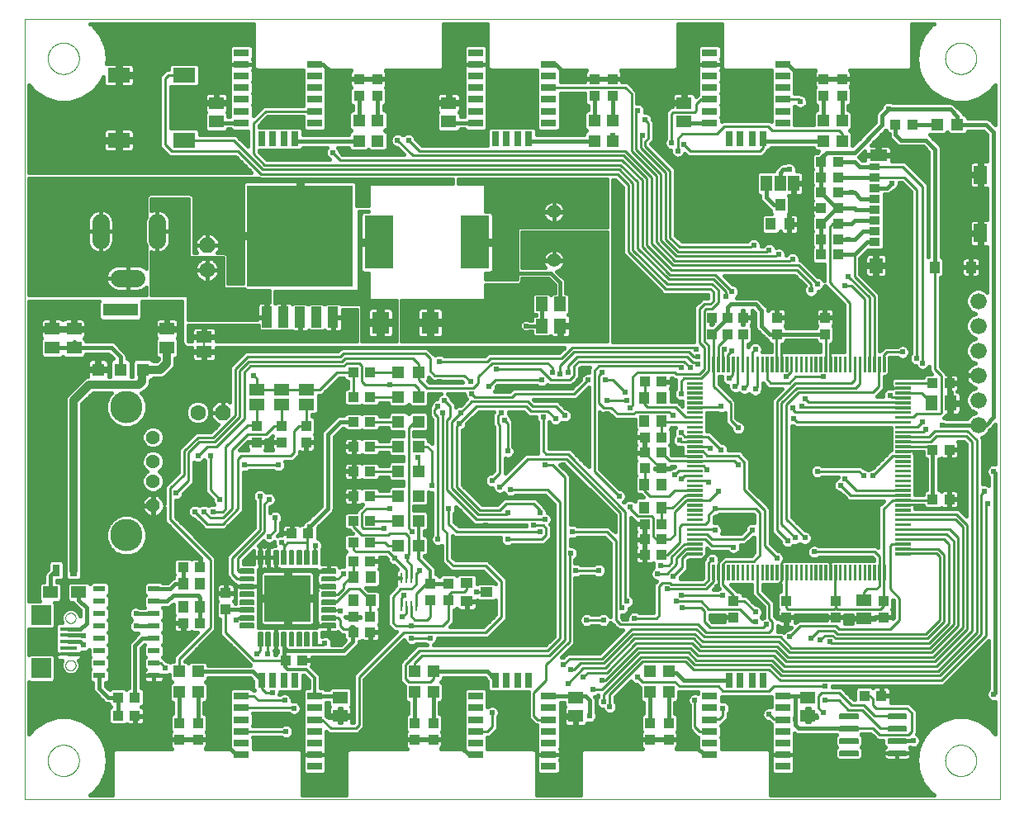
<source format=gtl>
G75*
%MOIN*%
%OFA0B0*%
%FSLAX25Y25*%
%IPPOS*%
%LPD*%
%AMOC8*
5,1,8,0,0,1.08239X$1,22.5*
%
%ADD10C,0.00000*%
%ADD11R,0.05118X0.05906*%
%ADD12R,0.04331X0.03937*%
%ADD13R,0.03937X0.04331*%
%ADD14R,0.05906X0.05118*%
%ADD15R,0.03150X0.04724*%
%ADD16C,0.00276*%
%ADD17C,0.00541*%
%ADD18R,0.18504X0.18504*%
%ADD19R,0.04724X0.02362*%
%ADD20R,0.06890X0.01575*%
%ADD21R,0.07874X0.07874*%
%ADD22C,0.07087*%
%ADD23R,0.04724X0.04724*%
%ADD24R,0.09055X0.05906*%
%ADD25R,0.06300X0.04600*%
%ADD26R,0.00800X0.02500*%
%ADD27C,0.06600*%
%ADD28R,0.05118X0.05118*%
%ADD29R,0.14173X0.05118*%
%ADD30R,0.05906X0.03150*%
%ADD31R,0.03150X0.05906*%
%ADD32R,0.04331X0.04724*%
%ADD33R,0.04331X0.02953*%
%ADD34R,0.04331X0.03346*%
%ADD35R,0.04331X0.03445*%
%ADD36R,0.03937X0.04724*%
%ADD37R,0.05315X0.07480*%
%ADD38R,0.07087X0.04606*%
%ADD39R,0.05315X0.06102*%
%ADD40R,0.05906X0.04724*%
%ADD41C,0.05622*%
%ADD42C,0.13055*%
%ADD43OC8,0.06300*%
%ADD44C,0.06300*%
%ADD45R,0.01000X0.04200*%
%ADD46R,0.05000X0.03937*%
%ADD47R,0.42520X0.40984*%
%ADD48R,0.04200X0.08500*%
%ADD49C,0.05543*%
%ADD50R,0.11417X0.21260*%
%ADD51R,0.07087X0.08661*%
%ADD52R,0.04600X0.06300*%
%ADD53R,0.03937X0.05000*%
%ADD54C,0.00581*%
%ADD55C,0.01600*%
%ADD56C,0.01000*%
%ADD57C,0.02420*%
%ADD58C,0.03200*%
%ADD59C,0.01200*%
%ADD60C,0.02400*%
D10*
X0146800Y0181800D02*
X0146800Y0496761D01*
X0540501Y0496761D01*
X0540501Y0181800D01*
X0146800Y0181800D01*
X0156249Y0197548D02*
X0156251Y0197706D01*
X0156257Y0197864D01*
X0156267Y0198022D01*
X0156281Y0198180D01*
X0156299Y0198337D01*
X0156320Y0198494D01*
X0156346Y0198650D01*
X0156376Y0198806D01*
X0156409Y0198961D01*
X0156447Y0199114D01*
X0156488Y0199267D01*
X0156533Y0199419D01*
X0156582Y0199570D01*
X0156635Y0199719D01*
X0156691Y0199867D01*
X0156751Y0200013D01*
X0156815Y0200158D01*
X0156883Y0200301D01*
X0156954Y0200443D01*
X0157028Y0200583D01*
X0157106Y0200720D01*
X0157188Y0200856D01*
X0157272Y0200990D01*
X0157361Y0201121D01*
X0157452Y0201250D01*
X0157547Y0201377D01*
X0157644Y0201502D01*
X0157745Y0201624D01*
X0157849Y0201743D01*
X0157956Y0201860D01*
X0158066Y0201974D01*
X0158179Y0202085D01*
X0158294Y0202194D01*
X0158412Y0202299D01*
X0158533Y0202401D01*
X0158656Y0202501D01*
X0158782Y0202597D01*
X0158910Y0202690D01*
X0159040Y0202780D01*
X0159173Y0202866D01*
X0159308Y0202950D01*
X0159444Y0203029D01*
X0159583Y0203106D01*
X0159724Y0203178D01*
X0159866Y0203248D01*
X0160010Y0203313D01*
X0160156Y0203375D01*
X0160303Y0203433D01*
X0160452Y0203488D01*
X0160602Y0203539D01*
X0160753Y0203586D01*
X0160905Y0203629D01*
X0161058Y0203668D01*
X0161213Y0203704D01*
X0161368Y0203735D01*
X0161524Y0203763D01*
X0161680Y0203787D01*
X0161837Y0203807D01*
X0161995Y0203823D01*
X0162152Y0203835D01*
X0162311Y0203843D01*
X0162469Y0203847D01*
X0162627Y0203847D01*
X0162785Y0203843D01*
X0162944Y0203835D01*
X0163101Y0203823D01*
X0163259Y0203807D01*
X0163416Y0203787D01*
X0163572Y0203763D01*
X0163728Y0203735D01*
X0163883Y0203704D01*
X0164038Y0203668D01*
X0164191Y0203629D01*
X0164343Y0203586D01*
X0164494Y0203539D01*
X0164644Y0203488D01*
X0164793Y0203433D01*
X0164940Y0203375D01*
X0165086Y0203313D01*
X0165230Y0203248D01*
X0165372Y0203178D01*
X0165513Y0203106D01*
X0165652Y0203029D01*
X0165788Y0202950D01*
X0165923Y0202866D01*
X0166056Y0202780D01*
X0166186Y0202690D01*
X0166314Y0202597D01*
X0166440Y0202501D01*
X0166563Y0202401D01*
X0166684Y0202299D01*
X0166802Y0202194D01*
X0166917Y0202085D01*
X0167030Y0201974D01*
X0167140Y0201860D01*
X0167247Y0201743D01*
X0167351Y0201624D01*
X0167452Y0201502D01*
X0167549Y0201377D01*
X0167644Y0201250D01*
X0167735Y0201121D01*
X0167824Y0200990D01*
X0167908Y0200856D01*
X0167990Y0200720D01*
X0168068Y0200583D01*
X0168142Y0200443D01*
X0168213Y0200301D01*
X0168281Y0200158D01*
X0168345Y0200013D01*
X0168405Y0199867D01*
X0168461Y0199719D01*
X0168514Y0199570D01*
X0168563Y0199419D01*
X0168608Y0199267D01*
X0168649Y0199114D01*
X0168687Y0198961D01*
X0168720Y0198806D01*
X0168750Y0198650D01*
X0168776Y0198494D01*
X0168797Y0198337D01*
X0168815Y0198180D01*
X0168829Y0198022D01*
X0168839Y0197864D01*
X0168845Y0197706D01*
X0168847Y0197548D01*
X0168845Y0197390D01*
X0168839Y0197232D01*
X0168829Y0197074D01*
X0168815Y0196916D01*
X0168797Y0196759D01*
X0168776Y0196602D01*
X0168750Y0196446D01*
X0168720Y0196290D01*
X0168687Y0196135D01*
X0168649Y0195982D01*
X0168608Y0195829D01*
X0168563Y0195677D01*
X0168514Y0195526D01*
X0168461Y0195377D01*
X0168405Y0195229D01*
X0168345Y0195083D01*
X0168281Y0194938D01*
X0168213Y0194795D01*
X0168142Y0194653D01*
X0168068Y0194513D01*
X0167990Y0194376D01*
X0167908Y0194240D01*
X0167824Y0194106D01*
X0167735Y0193975D01*
X0167644Y0193846D01*
X0167549Y0193719D01*
X0167452Y0193594D01*
X0167351Y0193472D01*
X0167247Y0193353D01*
X0167140Y0193236D01*
X0167030Y0193122D01*
X0166917Y0193011D01*
X0166802Y0192902D01*
X0166684Y0192797D01*
X0166563Y0192695D01*
X0166440Y0192595D01*
X0166314Y0192499D01*
X0166186Y0192406D01*
X0166056Y0192316D01*
X0165923Y0192230D01*
X0165788Y0192146D01*
X0165652Y0192067D01*
X0165513Y0191990D01*
X0165372Y0191918D01*
X0165230Y0191848D01*
X0165086Y0191783D01*
X0164940Y0191721D01*
X0164793Y0191663D01*
X0164644Y0191608D01*
X0164494Y0191557D01*
X0164343Y0191510D01*
X0164191Y0191467D01*
X0164038Y0191428D01*
X0163883Y0191392D01*
X0163728Y0191361D01*
X0163572Y0191333D01*
X0163416Y0191309D01*
X0163259Y0191289D01*
X0163101Y0191273D01*
X0162944Y0191261D01*
X0162785Y0191253D01*
X0162627Y0191249D01*
X0162469Y0191249D01*
X0162311Y0191253D01*
X0162152Y0191261D01*
X0161995Y0191273D01*
X0161837Y0191289D01*
X0161680Y0191309D01*
X0161524Y0191333D01*
X0161368Y0191361D01*
X0161213Y0191392D01*
X0161058Y0191428D01*
X0160905Y0191467D01*
X0160753Y0191510D01*
X0160602Y0191557D01*
X0160452Y0191608D01*
X0160303Y0191663D01*
X0160156Y0191721D01*
X0160010Y0191783D01*
X0159866Y0191848D01*
X0159724Y0191918D01*
X0159583Y0191990D01*
X0159444Y0192067D01*
X0159308Y0192146D01*
X0159173Y0192230D01*
X0159040Y0192316D01*
X0158910Y0192406D01*
X0158782Y0192499D01*
X0158656Y0192595D01*
X0158533Y0192695D01*
X0158412Y0192797D01*
X0158294Y0192902D01*
X0158179Y0193011D01*
X0158066Y0193122D01*
X0157956Y0193236D01*
X0157849Y0193353D01*
X0157745Y0193472D01*
X0157644Y0193594D01*
X0157547Y0193719D01*
X0157452Y0193846D01*
X0157361Y0193975D01*
X0157272Y0194106D01*
X0157188Y0194240D01*
X0157106Y0194376D01*
X0157028Y0194513D01*
X0156954Y0194653D01*
X0156883Y0194795D01*
X0156815Y0194938D01*
X0156751Y0195083D01*
X0156691Y0195229D01*
X0156635Y0195377D01*
X0156582Y0195526D01*
X0156533Y0195677D01*
X0156488Y0195829D01*
X0156447Y0195982D01*
X0156409Y0196135D01*
X0156376Y0196290D01*
X0156346Y0196446D01*
X0156320Y0196602D01*
X0156299Y0196759D01*
X0156281Y0196916D01*
X0156267Y0197074D01*
X0156257Y0197232D01*
X0156251Y0197390D01*
X0156249Y0197548D01*
X0163355Y0236003D02*
X0163357Y0236094D01*
X0163363Y0236184D01*
X0163373Y0236275D01*
X0163387Y0236364D01*
X0163405Y0236453D01*
X0163426Y0236542D01*
X0163452Y0236629D01*
X0163481Y0236715D01*
X0163515Y0236799D01*
X0163551Y0236882D01*
X0163592Y0236964D01*
X0163636Y0237043D01*
X0163683Y0237121D01*
X0163734Y0237196D01*
X0163788Y0237269D01*
X0163845Y0237339D01*
X0163905Y0237407D01*
X0163968Y0237473D01*
X0164034Y0237535D01*
X0164103Y0237594D01*
X0164174Y0237651D01*
X0164248Y0237704D01*
X0164324Y0237754D01*
X0164402Y0237801D01*
X0164482Y0237844D01*
X0164563Y0237883D01*
X0164647Y0237919D01*
X0164732Y0237951D01*
X0164818Y0237980D01*
X0164905Y0238004D01*
X0164994Y0238025D01*
X0165083Y0238042D01*
X0165173Y0238055D01*
X0165263Y0238064D01*
X0165354Y0238069D01*
X0165445Y0238070D01*
X0165535Y0238067D01*
X0165626Y0238060D01*
X0165716Y0238049D01*
X0165806Y0238034D01*
X0165895Y0238015D01*
X0165983Y0237993D01*
X0166069Y0237966D01*
X0166155Y0237936D01*
X0166239Y0237902D01*
X0166322Y0237864D01*
X0166403Y0237823D01*
X0166482Y0237778D01*
X0166559Y0237729D01*
X0166633Y0237678D01*
X0166706Y0237623D01*
X0166776Y0237565D01*
X0166843Y0237504D01*
X0166907Y0237440D01*
X0166969Y0237374D01*
X0167028Y0237304D01*
X0167083Y0237233D01*
X0167136Y0237158D01*
X0167185Y0237082D01*
X0167231Y0237004D01*
X0167273Y0236923D01*
X0167312Y0236841D01*
X0167347Y0236757D01*
X0167378Y0236672D01*
X0167405Y0236585D01*
X0167429Y0236498D01*
X0167449Y0236409D01*
X0167465Y0236320D01*
X0167477Y0236230D01*
X0167485Y0236139D01*
X0167489Y0236048D01*
X0167489Y0235958D01*
X0167485Y0235867D01*
X0167477Y0235776D01*
X0167465Y0235686D01*
X0167449Y0235597D01*
X0167429Y0235508D01*
X0167405Y0235421D01*
X0167378Y0235334D01*
X0167347Y0235249D01*
X0167312Y0235165D01*
X0167273Y0235083D01*
X0167231Y0235002D01*
X0167185Y0234924D01*
X0167136Y0234848D01*
X0167083Y0234773D01*
X0167028Y0234702D01*
X0166969Y0234632D01*
X0166907Y0234566D01*
X0166843Y0234502D01*
X0166776Y0234441D01*
X0166706Y0234383D01*
X0166633Y0234328D01*
X0166559Y0234277D01*
X0166482Y0234228D01*
X0166403Y0234183D01*
X0166322Y0234142D01*
X0166239Y0234104D01*
X0166155Y0234070D01*
X0166069Y0234040D01*
X0165983Y0234013D01*
X0165895Y0233991D01*
X0165806Y0233972D01*
X0165716Y0233957D01*
X0165626Y0233946D01*
X0165535Y0233939D01*
X0165445Y0233936D01*
X0165354Y0233937D01*
X0165263Y0233942D01*
X0165173Y0233951D01*
X0165083Y0233964D01*
X0164994Y0233981D01*
X0164905Y0234002D01*
X0164818Y0234026D01*
X0164732Y0234055D01*
X0164647Y0234087D01*
X0164563Y0234123D01*
X0164482Y0234162D01*
X0164402Y0234205D01*
X0164324Y0234252D01*
X0164248Y0234302D01*
X0164174Y0234355D01*
X0164103Y0234412D01*
X0164034Y0234471D01*
X0163968Y0234533D01*
X0163905Y0234599D01*
X0163845Y0234667D01*
X0163788Y0234737D01*
X0163734Y0234810D01*
X0163683Y0234885D01*
X0163636Y0234963D01*
X0163592Y0235042D01*
X0163551Y0235124D01*
X0163515Y0235207D01*
X0163481Y0235291D01*
X0163452Y0235377D01*
X0163426Y0235464D01*
X0163405Y0235553D01*
X0163387Y0235642D01*
X0163373Y0235731D01*
X0163363Y0235822D01*
X0163357Y0235912D01*
X0163355Y0236003D01*
X0163355Y0255097D02*
X0163357Y0255188D01*
X0163363Y0255278D01*
X0163373Y0255369D01*
X0163387Y0255458D01*
X0163405Y0255547D01*
X0163426Y0255636D01*
X0163452Y0255723D01*
X0163481Y0255809D01*
X0163515Y0255893D01*
X0163551Y0255976D01*
X0163592Y0256058D01*
X0163636Y0256137D01*
X0163683Y0256215D01*
X0163734Y0256290D01*
X0163788Y0256363D01*
X0163845Y0256433D01*
X0163905Y0256501D01*
X0163968Y0256567D01*
X0164034Y0256629D01*
X0164103Y0256688D01*
X0164174Y0256745D01*
X0164248Y0256798D01*
X0164324Y0256848D01*
X0164402Y0256895D01*
X0164482Y0256938D01*
X0164563Y0256977D01*
X0164647Y0257013D01*
X0164732Y0257045D01*
X0164818Y0257074D01*
X0164905Y0257098D01*
X0164994Y0257119D01*
X0165083Y0257136D01*
X0165173Y0257149D01*
X0165263Y0257158D01*
X0165354Y0257163D01*
X0165445Y0257164D01*
X0165535Y0257161D01*
X0165626Y0257154D01*
X0165716Y0257143D01*
X0165806Y0257128D01*
X0165895Y0257109D01*
X0165983Y0257087D01*
X0166069Y0257060D01*
X0166155Y0257030D01*
X0166239Y0256996D01*
X0166322Y0256958D01*
X0166403Y0256917D01*
X0166482Y0256872D01*
X0166559Y0256823D01*
X0166633Y0256772D01*
X0166706Y0256717D01*
X0166776Y0256659D01*
X0166843Y0256598D01*
X0166907Y0256534D01*
X0166969Y0256468D01*
X0167028Y0256398D01*
X0167083Y0256327D01*
X0167136Y0256252D01*
X0167185Y0256176D01*
X0167231Y0256098D01*
X0167273Y0256017D01*
X0167312Y0255935D01*
X0167347Y0255851D01*
X0167378Y0255766D01*
X0167405Y0255679D01*
X0167429Y0255592D01*
X0167449Y0255503D01*
X0167465Y0255414D01*
X0167477Y0255324D01*
X0167485Y0255233D01*
X0167489Y0255142D01*
X0167489Y0255052D01*
X0167485Y0254961D01*
X0167477Y0254870D01*
X0167465Y0254780D01*
X0167449Y0254691D01*
X0167429Y0254602D01*
X0167405Y0254515D01*
X0167378Y0254428D01*
X0167347Y0254343D01*
X0167312Y0254259D01*
X0167273Y0254177D01*
X0167231Y0254096D01*
X0167185Y0254018D01*
X0167136Y0253942D01*
X0167083Y0253867D01*
X0167028Y0253796D01*
X0166969Y0253726D01*
X0166907Y0253660D01*
X0166843Y0253596D01*
X0166776Y0253535D01*
X0166706Y0253477D01*
X0166633Y0253422D01*
X0166559Y0253371D01*
X0166482Y0253322D01*
X0166403Y0253277D01*
X0166322Y0253236D01*
X0166239Y0253198D01*
X0166155Y0253164D01*
X0166069Y0253134D01*
X0165983Y0253107D01*
X0165895Y0253085D01*
X0165806Y0253066D01*
X0165716Y0253051D01*
X0165626Y0253040D01*
X0165535Y0253033D01*
X0165445Y0253030D01*
X0165354Y0253031D01*
X0165263Y0253036D01*
X0165173Y0253045D01*
X0165083Y0253058D01*
X0164994Y0253075D01*
X0164905Y0253096D01*
X0164818Y0253120D01*
X0164732Y0253149D01*
X0164647Y0253181D01*
X0164563Y0253217D01*
X0164482Y0253256D01*
X0164402Y0253299D01*
X0164324Y0253346D01*
X0164248Y0253396D01*
X0164174Y0253449D01*
X0164103Y0253506D01*
X0164034Y0253565D01*
X0163968Y0253627D01*
X0163905Y0253693D01*
X0163845Y0253761D01*
X0163788Y0253831D01*
X0163734Y0253904D01*
X0163683Y0253979D01*
X0163636Y0254057D01*
X0163592Y0254136D01*
X0163551Y0254218D01*
X0163515Y0254301D01*
X0163481Y0254385D01*
X0163452Y0254471D01*
X0163426Y0254558D01*
X0163405Y0254647D01*
X0163387Y0254736D01*
X0163373Y0254825D01*
X0163363Y0254916D01*
X0163357Y0255006D01*
X0163355Y0255097D01*
X0156249Y0481013D02*
X0156251Y0481171D01*
X0156257Y0481329D01*
X0156267Y0481487D01*
X0156281Y0481645D01*
X0156299Y0481802D01*
X0156320Y0481959D01*
X0156346Y0482115D01*
X0156376Y0482271D01*
X0156409Y0482426D01*
X0156447Y0482579D01*
X0156488Y0482732D01*
X0156533Y0482884D01*
X0156582Y0483035D01*
X0156635Y0483184D01*
X0156691Y0483332D01*
X0156751Y0483478D01*
X0156815Y0483623D01*
X0156883Y0483766D01*
X0156954Y0483908D01*
X0157028Y0484048D01*
X0157106Y0484185D01*
X0157188Y0484321D01*
X0157272Y0484455D01*
X0157361Y0484586D01*
X0157452Y0484715D01*
X0157547Y0484842D01*
X0157644Y0484967D01*
X0157745Y0485089D01*
X0157849Y0485208D01*
X0157956Y0485325D01*
X0158066Y0485439D01*
X0158179Y0485550D01*
X0158294Y0485659D01*
X0158412Y0485764D01*
X0158533Y0485866D01*
X0158656Y0485966D01*
X0158782Y0486062D01*
X0158910Y0486155D01*
X0159040Y0486245D01*
X0159173Y0486331D01*
X0159308Y0486415D01*
X0159444Y0486494D01*
X0159583Y0486571D01*
X0159724Y0486643D01*
X0159866Y0486713D01*
X0160010Y0486778D01*
X0160156Y0486840D01*
X0160303Y0486898D01*
X0160452Y0486953D01*
X0160602Y0487004D01*
X0160753Y0487051D01*
X0160905Y0487094D01*
X0161058Y0487133D01*
X0161213Y0487169D01*
X0161368Y0487200D01*
X0161524Y0487228D01*
X0161680Y0487252D01*
X0161837Y0487272D01*
X0161995Y0487288D01*
X0162152Y0487300D01*
X0162311Y0487308D01*
X0162469Y0487312D01*
X0162627Y0487312D01*
X0162785Y0487308D01*
X0162944Y0487300D01*
X0163101Y0487288D01*
X0163259Y0487272D01*
X0163416Y0487252D01*
X0163572Y0487228D01*
X0163728Y0487200D01*
X0163883Y0487169D01*
X0164038Y0487133D01*
X0164191Y0487094D01*
X0164343Y0487051D01*
X0164494Y0487004D01*
X0164644Y0486953D01*
X0164793Y0486898D01*
X0164940Y0486840D01*
X0165086Y0486778D01*
X0165230Y0486713D01*
X0165372Y0486643D01*
X0165513Y0486571D01*
X0165652Y0486494D01*
X0165788Y0486415D01*
X0165923Y0486331D01*
X0166056Y0486245D01*
X0166186Y0486155D01*
X0166314Y0486062D01*
X0166440Y0485966D01*
X0166563Y0485866D01*
X0166684Y0485764D01*
X0166802Y0485659D01*
X0166917Y0485550D01*
X0167030Y0485439D01*
X0167140Y0485325D01*
X0167247Y0485208D01*
X0167351Y0485089D01*
X0167452Y0484967D01*
X0167549Y0484842D01*
X0167644Y0484715D01*
X0167735Y0484586D01*
X0167824Y0484455D01*
X0167908Y0484321D01*
X0167990Y0484185D01*
X0168068Y0484048D01*
X0168142Y0483908D01*
X0168213Y0483766D01*
X0168281Y0483623D01*
X0168345Y0483478D01*
X0168405Y0483332D01*
X0168461Y0483184D01*
X0168514Y0483035D01*
X0168563Y0482884D01*
X0168608Y0482732D01*
X0168649Y0482579D01*
X0168687Y0482426D01*
X0168720Y0482271D01*
X0168750Y0482115D01*
X0168776Y0481959D01*
X0168797Y0481802D01*
X0168815Y0481645D01*
X0168829Y0481487D01*
X0168839Y0481329D01*
X0168845Y0481171D01*
X0168847Y0481013D01*
X0168845Y0480855D01*
X0168839Y0480697D01*
X0168829Y0480539D01*
X0168815Y0480381D01*
X0168797Y0480224D01*
X0168776Y0480067D01*
X0168750Y0479911D01*
X0168720Y0479755D01*
X0168687Y0479600D01*
X0168649Y0479447D01*
X0168608Y0479294D01*
X0168563Y0479142D01*
X0168514Y0478991D01*
X0168461Y0478842D01*
X0168405Y0478694D01*
X0168345Y0478548D01*
X0168281Y0478403D01*
X0168213Y0478260D01*
X0168142Y0478118D01*
X0168068Y0477978D01*
X0167990Y0477841D01*
X0167908Y0477705D01*
X0167824Y0477571D01*
X0167735Y0477440D01*
X0167644Y0477311D01*
X0167549Y0477184D01*
X0167452Y0477059D01*
X0167351Y0476937D01*
X0167247Y0476818D01*
X0167140Y0476701D01*
X0167030Y0476587D01*
X0166917Y0476476D01*
X0166802Y0476367D01*
X0166684Y0476262D01*
X0166563Y0476160D01*
X0166440Y0476060D01*
X0166314Y0475964D01*
X0166186Y0475871D01*
X0166056Y0475781D01*
X0165923Y0475695D01*
X0165788Y0475611D01*
X0165652Y0475532D01*
X0165513Y0475455D01*
X0165372Y0475383D01*
X0165230Y0475313D01*
X0165086Y0475248D01*
X0164940Y0475186D01*
X0164793Y0475128D01*
X0164644Y0475073D01*
X0164494Y0475022D01*
X0164343Y0474975D01*
X0164191Y0474932D01*
X0164038Y0474893D01*
X0163883Y0474857D01*
X0163728Y0474826D01*
X0163572Y0474798D01*
X0163416Y0474774D01*
X0163259Y0474754D01*
X0163101Y0474738D01*
X0162944Y0474726D01*
X0162785Y0474718D01*
X0162627Y0474714D01*
X0162469Y0474714D01*
X0162311Y0474718D01*
X0162152Y0474726D01*
X0161995Y0474738D01*
X0161837Y0474754D01*
X0161680Y0474774D01*
X0161524Y0474798D01*
X0161368Y0474826D01*
X0161213Y0474857D01*
X0161058Y0474893D01*
X0160905Y0474932D01*
X0160753Y0474975D01*
X0160602Y0475022D01*
X0160452Y0475073D01*
X0160303Y0475128D01*
X0160156Y0475186D01*
X0160010Y0475248D01*
X0159866Y0475313D01*
X0159724Y0475383D01*
X0159583Y0475455D01*
X0159444Y0475532D01*
X0159308Y0475611D01*
X0159173Y0475695D01*
X0159040Y0475781D01*
X0158910Y0475871D01*
X0158782Y0475964D01*
X0158656Y0476060D01*
X0158533Y0476160D01*
X0158412Y0476262D01*
X0158294Y0476367D01*
X0158179Y0476476D01*
X0158066Y0476587D01*
X0157956Y0476701D01*
X0157849Y0476818D01*
X0157745Y0476937D01*
X0157644Y0477059D01*
X0157547Y0477184D01*
X0157452Y0477311D01*
X0157361Y0477440D01*
X0157272Y0477571D01*
X0157188Y0477705D01*
X0157106Y0477841D01*
X0157028Y0477978D01*
X0156954Y0478118D01*
X0156883Y0478260D01*
X0156815Y0478403D01*
X0156751Y0478548D01*
X0156691Y0478694D01*
X0156635Y0478842D01*
X0156582Y0478991D01*
X0156533Y0479142D01*
X0156488Y0479294D01*
X0156447Y0479447D01*
X0156409Y0479600D01*
X0156376Y0479755D01*
X0156346Y0479911D01*
X0156320Y0480067D01*
X0156299Y0480224D01*
X0156281Y0480381D01*
X0156267Y0480539D01*
X0156257Y0480697D01*
X0156251Y0480855D01*
X0156249Y0481013D01*
X0518454Y0481013D02*
X0518456Y0481171D01*
X0518462Y0481329D01*
X0518472Y0481487D01*
X0518486Y0481645D01*
X0518504Y0481802D01*
X0518525Y0481959D01*
X0518551Y0482115D01*
X0518581Y0482271D01*
X0518614Y0482426D01*
X0518652Y0482579D01*
X0518693Y0482732D01*
X0518738Y0482884D01*
X0518787Y0483035D01*
X0518840Y0483184D01*
X0518896Y0483332D01*
X0518956Y0483478D01*
X0519020Y0483623D01*
X0519088Y0483766D01*
X0519159Y0483908D01*
X0519233Y0484048D01*
X0519311Y0484185D01*
X0519393Y0484321D01*
X0519477Y0484455D01*
X0519566Y0484586D01*
X0519657Y0484715D01*
X0519752Y0484842D01*
X0519849Y0484967D01*
X0519950Y0485089D01*
X0520054Y0485208D01*
X0520161Y0485325D01*
X0520271Y0485439D01*
X0520384Y0485550D01*
X0520499Y0485659D01*
X0520617Y0485764D01*
X0520738Y0485866D01*
X0520861Y0485966D01*
X0520987Y0486062D01*
X0521115Y0486155D01*
X0521245Y0486245D01*
X0521378Y0486331D01*
X0521513Y0486415D01*
X0521649Y0486494D01*
X0521788Y0486571D01*
X0521929Y0486643D01*
X0522071Y0486713D01*
X0522215Y0486778D01*
X0522361Y0486840D01*
X0522508Y0486898D01*
X0522657Y0486953D01*
X0522807Y0487004D01*
X0522958Y0487051D01*
X0523110Y0487094D01*
X0523263Y0487133D01*
X0523418Y0487169D01*
X0523573Y0487200D01*
X0523729Y0487228D01*
X0523885Y0487252D01*
X0524042Y0487272D01*
X0524200Y0487288D01*
X0524357Y0487300D01*
X0524516Y0487308D01*
X0524674Y0487312D01*
X0524832Y0487312D01*
X0524990Y0487308D01*
X0525149Y0487300D01*
X0525306Y0487288D01*
X0525464Y0487272D01*
X0525621Y0487252D01*
X0525777Y0487228D01*
X0525933Y0487200D01*
X0526088Y0487169D01*
X0526243Y0487133D01*
X0526396Y0487094D01*
X0526548Y0487051D01*
X0526699Y0487004D01*
X0526849Y0486953D01*
X0526998Y0486898D01*
X0527145Y0486840D01*
X0527291Y0486778D01*
X0527435Y0486713D01*
X0527577Y0486643D01*
X0527718Y0486571D01*
X0527857Y0486494D01*
X0527993Y0486415D01*
X0528128Y0486331D01*
X0528261Y0486245D01*
X0528391Y0486155D01*
X0528519Y0486062D01*
X0528645Y0485966D01*
X0528768Y0485866D01*
X0528889Y0485764D01*
X0529007Y0485659D01*
X0529122Y0485550D01*
X0529235Y0485439D01*
X0529345Y0485325D01*
X0529452Y0485208D01*
X0529556Y0485089D01*
X0529657Y0484967D01*
X0529754Y0484842D01*
X0529849Y0484715D01*
X0529940Y0484586D01*
X0530029Y0484455D01*
X0530113Y0484321D01*
X0530195Y0484185D01*
X0530273Y0484048D01*
X0530347Y0483908D01*
X0530418Y0483766D01*
X0530486Y0483623D01*
X0530550Y0483478D01*
X0530610Y0483332D01*
X0530666Y0483184D01*
X0530719Y0483035D01*
X0530768Y0482884D01*
X0530813Y0482732D01*
X0530854Y0482579D01*
X0530892Y0482426D01*
X0530925Y0482271D01*
X0530955Y0482115D01*
X0530981Y0481959D01*
X0531002Y0481802D01*
X0531020Y0481645D01*
X0531034Y0481487D01*
X0531044Y0481329D01*
X0531050Y0481171D01*
X0531052Y0481013D01*
X0531050Y0480855D01*
X0531044Y0480697D01*
X0531034Y0480539D01*
X0531020Y0480381D01*
X0531002Y0480224D01*
X0530981Y0480067D01*
X0530955Y0479911D01*
X0530925Y0479755D01*
X0530892Y0479600D01*
X0530854Y0479447D01*
X0530813Y0479294D01*
X0530768Y0479142D01*
X0530719Y0478991D01*
X0530666Y0478842D01*
X0530610Y0478694D01*
X0530550Y0478548D01*
X0530486Y0478403D01*
X0530418Y0478260D01*
X0530347Y0478118D01*
X0530273Y0477978D01*
X0530195Y0477841D01*
X0530113Y0477705D01*
X0530029Y0477571D01*
X0529940Y0477440D01*
X0529849Y0477311D01*
X0529754Y0477184D01*
X0529657Y0477059D01*
X0529556Y0476937D01*
X0529452Y0476818D01*
X0529345Y0476701D01*
X0529235Y0476587D01*
X0529122Y0476476D01*
X0529007Y0476367D01*
X0528889Y0476262D01*
X0528768Y0476160D01*
X0528645Y0476060D01*
X0528519Y0475964D01*
X0528391Y0475871D01*
X0528261Y0475781D01*
X0528128Y0475695D01*
X0527993Y0475611D01*
X0527857Y0475532D01*
X0527718Y0475455D01*
X0527577Y0475383D01*
X0527435Y0475313D01*
X0527291Y0475248D01*
X0527145Y0475186D01*
X0526998Y0475128D01*
X0526849Y0475073D01*
X0526699Y0475022D01*
X0526548Y0474975D01*
X0526396Y0474932D01*
X0526243Y0474893D01*
X0526088Y0474857D01*
X0525933Y0474826D01*
X0525777Y0474798D01*
X0525621Y0474774D01*
X0525464Y0474754D01*
X0525306Y0474738D01*
X0525149Y0474726D01*
X0524990Y0474718D01*
X0524832Y0474714D01*
X0524674Y0474714D01*
X0524516Y0474718D01*
X0524357Y0474726D01*
X0524200Y0474738D01*
X0524042Y0474754D01*
X0523885Y0474774D01*
X0523729Y0474798D01*
X0523573Y0474826D01*
X0523418Y0474857D01*
X0523263Y0474893D01*
X0523110Y0474932D01*
X0522958Y0474975D01*
X0522807Y0475022D01*
X0522657Y0475073D01*
X0522508Y0475128D01*
X0522361Y0475186D01*
X0522215Y0475248D01*
X0522071Y0475313D01*
X0521929Y0475383D01*
X0521788Y0475455D01*
X0521649Y0475532D01*
X0521513Y0475611D01*
X0521378Y0475695D01*
X0521245Y0475781D01*
X0521115Y0475871D01*
X0520987Y0475964D01*
X0520861Y0476060D01*
X0520738Y0476160D01*
X0520617Y0476262D01*
X0520499Y0476367D01*
X0520384Y0476476D01*
X0520271Y0476587D01*
X0520161Y0476701D01*
X0520054Y0476818D01*
X0519950Y0476937D01*
X0519849Y0477059D01*
X0519752Y0477184D01*
X0519657Y0477311D01*
X0519566Y0477440D01*
X0519477Y0477571D01*
X0519393Y0477705D01*
X0519311Y0477841D01*
X0519233Y0477978D01*
X0519159Y0478118D01*
X0519088Y0478260D01*
X0519020Y0478403D01*
X0518956Y0478548D01*
X0518896Y0478694D01*
X0518840Y0478842D01*
X0518787Y0478991D01*
X0518738Y0479142D01*
X0518693Y0479294D01*
X0518652Y0479447D01*
X0518614Y0479600D01*
X0518581Y0479755D01*
X0518551Y0479911D01*
X0518525Y0480067D01*
X0518504Y0480224D01*
X0518486Y0480381D01*
X0518472Y0480539D01*
X0518462Y0480697D01*
X0518456Y0480855D01*
X0518454Y0481013D01*
X0518454Y0197548D02*
X0518456Y0197706D01*
X0518462Y0197864D01*
X0518472Y0198022D01*
X0518486Y0198180D01*
X0518504Y0198337D01*
X0518525Y0198494D01*
X0518551Y0198650D01*
X0518581Y0198806D01*
X0518614Y0198961D01*
X0518652Y0199114D01*
X0518693Y0199267D01*
X0518738Y0199419D01*
X0518787Y0199570D01*
X0518840Y0199719D01*
X0518896Y0199867D01*
X0518956Y0200013D01*
X0519020Y0200158D01*
X0519088Y0200301D01*
X0519159Y0200443D01*
X0519233Y0200583D01*
X0519311Y0200720D01*
X0519393Y0200856D01*
X0519477Y0200990D01*
X0519566Y0201121D01*
X0519657Y0201250D01*
X0519752Y0201377D01*
X0519849Y0201502D01*
X0519950Y0201624D01*
X0520054Y0201743D01*
X0520161Y0201860D01*
X0520271Y0201974D01*
X0520384Y0202085D01*
X0520499Y0202194D01*
X0520617Y0202299D01*
X0520738Y0202401D01*
X0520861Y0202501D01*
X0520987Y0202597D01*
X0521115Y0202690D01*
X0521245Y0202780D01*
X0521378Y0202866D01*
X0521513Y0202950D01*
X0521649Y0203029D01*
X0521788Y0203106D01*
X0521929Y0203178D01*
X0522071Y0203248D01*
X0522215Y0203313D01*
X0522361Y0203375D01*
X0522508Y0203433D01*
X0522657Y0203488D01*
X0522807Y0203539D01*
X0522958Y0203586D01*
X0523110Y0203629D01*
X0523263Y0203668D01*
X0523418Y0203704D01*
X0523573Y0203735D01*
X0523729Y0203763D01*
X0523885Y0203787D01*
X0524042Y0203807D01*
X0524200Y0203823D01*
X0524357Y0203835D01*
X0524516Y0203843D01*
X0524674Y0203847D01*
X0524832Y0203847D01*
X0524990Y0203843D01*
X0525149Y0203835D01*
X0525306Y0203823D01*
X0525464Y0203807D01*
X0525621Y0203787D01*
X0525777Y0203763D01*
X0525933Y0203735D01*
X0526088Y0203704D01*
X0526243Y0203668D01*
X0526396Y0203629D01*
X0526548Y0203586D01*
X0526699Y0203539D01*
X0526849Y0203488D01*
X0526998Y0203433D01*
X0527145Y0203375D01*
X0527291Y0203313D01*
X0527435Y0203248D01*
X0527577Y0203178D01*
X0527718Y0203106D01*
X0527857Y0203029D01*
X0527993Y0202950D01*
X0528128Y0202866D01*
X0528261Y0202780D01*
X0528391Y0202690D01*
X0528519Y0202597D01*
X0528645Y0202501D01*
X0528768Y0202401D01*
X0528889Y0202299D01*
X0529007Y0202194D01*
X0529122Y0202085D01*
X0529235Y0201974D01*
X0529345Y0201860D01*
X0529452Y0201743D01*
X0529556Y0201624D01*
X0529657Y0201502D01*
X0529754Y0201377D01*
X0529849Y0201250D01*
X0529940Y0201121D01*
X0530029Y0200990D01*
X0530113Y0200856D01*
X0530195Y0200720D01*
X0530273Y0200583D01*
X0530347Y0200443D01*
X0530418Y0200301D01*
X0530486Y0200158D01*
X0530550Y0200013D01*
X0530610Y0199867D01*
X0530666Y0199719D01*
X0530719Y0199570D01*
X0530768Y0199419D01*
X0530813Y0199267D01*
X0530854Y0199114D01*
X0530892Y0198961D01*
X0530925Y0198806D01*
X0530955Y0198650D01*
X0530981Y0198494D01*
X0531002Y0198337D01*
X0531020Y0198180D01*
X0531034Y0198022D01*
X0531044Y0197864D01*
X0531050Y0197706D01*
X0531052Y0197548D01*
X0531050Y0197390D01*
X0531044Y0197232D01*
X0531034Y0197074D01*
X0531020Y0196916D01*
X0531002Y0196759D01*
X0530981Y0196602D01*
X0530955Y0196446D01*
X0530925Y0196290D01*
X0530892Y0196135D01*
X0530854Y0195982D01*
X0530813Y0195829D01*
X0530768Y0195677D01*
X0530719Y0195526D01*
X0530666Y0195377D01*
X0530610Y0195229D01*
X0530550Y0195083D01*
X0530486Y0194938D01*
X0530418Y0194795D01*
X0530347Y0194653D01*
X0530273Y0194513D01*
X0530195Y0194376D01*
X0530113Y0194240D01*
X0530029Y0194106D01*
X0529940Y0193975D01*
X0529849Y0193846D01*
X0529754Y0193719D01*
X0529657Y0193594D01*
X0529556Y0193472D01*
X0529452Y0193353D01*
X0529345Y0193236D01*
X0529235Y0193122D01*
X0529122Y0193011D01*
X0529007Y0192902D01*
X0528889Y0192797D01*
X0528768Y0192695D01*
X0528645Y0192595D01*
X0528519Y0192499D01*
X0528391Y0192406D01*
X0528261Y0192316D01*
X0528128Y0192230D01*
X0527993Y0192146D01*
X0527857Y0192067D01*
X0527718Y0191990D01*
X0527577Y0191918D01*
X0527435Y0191848D01*
X0527291Y0191783D01*
X0527145Y0191721D01*
X0526998Y0191663D01*
X0526849Y0191608D01*
X0526699Y0191557D01*
X0526548Y0191510D01*
X0526396Y0191467D01*
X0526243Y0191428D01*
X0526088Y0191392D01*
X0525933Y0191361D01*
X0525777Y0191333D01*
X0525621Y0191309D01*
X0525464Y0191289D01*
X0525306Y0191273D01*
X0525149Y0191261D01*
X0524990Y0191253D01*
X0524832Y0191249D01*
X0524674Y0191249D01*
X0524516Y0191253D01*
X0524357Y0191261D01*
X0524200Y0191273D01*
X0524042Y0191289D01*
X0523885Y0191309D01*
X0523729Y0191333D01*
X0523573Y0191361D01*
X0523418Y0191392D01*
X0523263Y0191428D01*
X0523110Y0191467D01*
X0522958Y0191510D01*
X0522807Y0191557D01*
X0522657Y0191608D01*
X0522508Y0191663D01*
X0522361Y0191721D01*
X0522215Y0191783D01*
X0522071Y0191848D01*
X0521929Y0191918D01*
X0521788Y0191990D01*
X0521649Y0192067D01*
X0521513Y0192146D01*
X0521378Y0192230D01*
X0521245Y0192316D01*
X0521115Y0192406D01*
X0520987Y0192499D01*
X0520861Y0192595D01*
X0520738Y0192695D01*
X0520617Y0192797D01*
X0520499Y0192902D01*
X0520384Y0193011D01*
X0520271Y0193122D01*
X0520161Y0193236D01*
X0520054Y0193353D01*
X0519950Y0193472D01*
X0519849Y0193594D01*
X0519752Y0193719D01*
X0519657Y0193846D01*
X0519566Y0193975D01*
X0519477Y0194106D01*
X0519393Y0194240D01*
X0519311Y0194376D01*
X0519233Y0194513D01*
X0519159Y0194653D01*
X0519088Y0194795D01*
X0519020Y0194938D01*
X0518956Y0195083D01*
X0518896Y0195229D01*
X0518840Y0195377D01*
X0518787Y0195526D01*
X0518738Y0195677D01*
X0518693Y0195829D01*
X0518652Y0195982D01*
X0518614Y0196135D01*
X0518581Y0196290D01*
X0518551Y0196446D01*
X0518525Y0196602D01*
X0518504Y0196759D01*
X0518486Y0196916D01*
X0518472Y0197074D01*
X0518462Y0197232D01*
X0518456Y0197390D01*
X0518454Y0197548D01*
D11*
X0520540Y0341800D03*
X0513060Y0341800D03*
X0363040Y0373050D03*
X0355560Y0373050D03*
X0355560Y0381800D03*
X0363040Y0381800D03*
D12*
X0397204Y0350550D03*
X0403896Y0350550D03*
X0403896Y0328050D03*
X0403896Y0321800D03*
X0403896Y0315550D03*
X0397204Y0315550D03*
X0397204Y0321800D03*
X0397204Y0328050D03*
X0397204Y0293050D03*
X0397204Y0286800D03*
X0397204Y0280550D03*
X0403896Y0280550D03*
X0403896Y0286800D03*
X0403896Y0293050D03*
X0485954Y0223675D03*
X0492646Y0223675D03*
X0513454Y0303050D03*
X0520146Y0303050D03*
X0520146Y0323050D03*
X0513454Y0323050D03*
X0513454Y0349925D03*
X0520146Y0349925D03*
X0475146Y0401800D03*
X0475146Y0408050D03*
X0475146Y0414300D03*
X0475146Y0420550D03*
X0475146Y0426800D03*
X0475146Y0433050D03*
X0475146Y0439300D03*
X0468454Y0439300D03*
X0468454Y0433050D03*
X0468454Y0426800D03*
X0468454Y0420550D03*
X0468454Y0414300D03*
X0468454Y0408050D03*
X0468454Y0401800D03*
X0498454Y0454300D03*
X0505146Y0454300D03*
X0286396Y0354300D03*
X0279704Y0354300D03*
X0279704Y0344300D03*
X0286396Y0344300D03*
X0286396Y0334300D03*
X0279704Y0334300D03*
X0279704Y0324300D03*
X0286396Y0324300D03*
X0286396Y0314300D03*
X0279704Y0314300D03*
X0279704Y0304300D03*
X0286396Y0304300D03*
X0286396Y0294300D03*
X0279704Y0294300D03*
X0279704Y0285550D03*
X0286396Y0285550D03*
X0286396Y0278050D03*
X0279704Y0278050D03*
X0261396Y0289300D03*
X0254704Y0289300D03*
X0217646Y0275550D03*
X0210954Y0275550D03*
X0210954Y0253050D03*
X0217646Y0253050D03*
X0252204Y0238050D03*
X0258896Y0238050D03*
X0279704Y0249300D03*
X0279704Y0255550D03*
X0286396Y0255550D03*
X0286396Y0249300D03*
X0191396Y0223050D03*
X0184704Y0223050D03*
X0184704Y0215550D03*
X0191396Y0215550D03*
D13*
X0209300Y0212646D03*
X0209300Y0205954D03*
X0216800Y0205954D03*
X0216800Y0212646D03*
X0228050Y0258454D03*
X0228050Y0265146D03*
X0240550Y0325954D03*
X0240550Y0332646D03*
X0250550Y0332646D03*
X0250550Y0325954D03*
X0260550Y0325954D03*
X0260550Y0332646D03*
X0310550Y0268896D03*
X0310550Y0262204D03*
X0318050Y0262204D03*
X0318050Y0268896D03*
X0311800Y0212646D03*
X0311800Y0205954D03*
X0304300Y0205954D03*
X0304300Y0212646D03*
X0399300Y0212646D03*
X0399300Y0205954D03*
X0406800Y0205954D03*
X0406800Y0212646D03*
X0433050Y0255329D03*
X0433050Y0262021D03*
X0454300Y0262021D03*
X0454300Y0255329D03*
X0474300Y0255329D03*
X0474300Y0262021D03*
X0493675Y0262021D03*
X0493675Y0255329D03*
X0469925Y0369704D03*
X0469925Y0376396D03*
X0450550Y0376396D03*
X0450550Y0369704D03*
X0436800Y0369704D03*
X0430550Y0369704D03*
X0424300Y0369704D03*
X0424300Y0376396D03*
X0430550Y0376396D03*
X0436800Y0376396D03*
X0469300Y0465954D03*
X0469300Y0472646D03*
X0476800Y0472646D03*
X0476800Y0465954D03*
X0384300Y0465954D03*
X0384300Y0472646D03*
X0376800Y0472646D03*
X0376800Y0465954D03*
X0289300Y0465954D03*
X0289300Y0472646D03*
X0281800Y0472646D03*
X0281800Y0465954D03*
D14*
X0318050Y0463040D03*
X0318050Y0455560D03*
X0413050Y0455560D03*
X0413050Y0463040D03*
X0224300Y0463040D03*
X0224300Y0455560D03*
X0204300Y0371790D03*
X0204300Y0364310D03*
X0166800Y0364310D03*
X0166800Y0371790D03*
X0158050Y0371790D03*
X0158050Y0364310D03*
X0274300Y0223040D03*
X0274300Y0215560D03*
X0369300Y0215560D03*
X0369300Y0223040D03*
X0463050Y0223040D03*
X0463050Y0215560D03*
X0485550Y0254935D03*
X0485550Y0262415D03*
D15*
X0166593Y0274300D03*
X0159507Y0274300D03*
D16*
X0414320Y0280688D02*
X0420186Y0280688D01*
X0414320Y0280688D02*
X0414320Y0281514D01*
X0420186Y0281514D01*
X0420186Y0280688D01*
X0420186Y0280963D02*
X0414320Y0280963D01*
X0414320Y0281238D02*
X0420186Y0281238D01*
X0420186Y0281513D02*
X0414320Y0281513D01*
X0414320Y0282657D02*
X0420186Y0282657D01*
X0414320Y0282657D02*
X0414320Y0283483D01*
X0420186Y0283483D01*
X0420186Y0282657D01*
X0420186Y0282932D02*
X0414320Y0282932D01*
X0414320Y0283207D02*
X0420186Y0283207D01*
X0420186Y0283482D02*
X0414320Y0283482D01*
X0414320Y0284625D02*
X0420186Y0284625D01*
X0414320Y0284625D02*
X0414320Y0285451D01*
X0420186Y0285451D01*
X0420186Y0284625D01*
X0420186Y0284900D02*
X0414320Y0284900D01*
X0414320Y0285175D02*
X0420186Y0285175D01*
X0420186Y0285450D02*
X0414320Y0285450D01*
X0414320Y0286594D02*
X0420186Y0286594D01*
X0414320Y0286594D02*
X0414320Y0287420D01*
X0420186Y0287420D01*
X0420186Y0286594D01*
X0420186Y0286869D02*
X0414320Y0286869D01*
X0414320Y0287144D02*
X0420186Y0287144D01*
X0420186Y0287419D02*
X0414320Y0287419D01*
X0414320Y0288562D02*
X0420186Y0288562D01*
X0414320Y0288562D02*
X0414320Y0289388D01*
X0420186Y0289388D01*
X0420186Y0288562D01*
X0420186Y0288837D02*
X0414320Y0288837D01*
X0414320Y0289112D02*
X0420186Y0289112D01*
X0420186Y0289387D02*
X0414320Y0289387D01*
X0414320Y0290531D02*
X0420186Y0290531D01*
X0414320Y0290531D02*
X0414320Y0291357D01*
X0420186Y0291357D01*
X0420186Y0290531D01*
X0420186Y0290806D02*
X0414320Y0290806D01*
X0414320Y0291081D02*
X0420186Y0291081D01*
X0420186Y0291356D02*
X0414320Y0291356D01*
X0414320Y0292499D02*
X0420186Y0292499D01*
X0414320Y0292499D02*
X0414320Y0293325D01*
X0420186Y0293325D01*
X0420186Y0292499D01*
X0420186Y0292774D02*
X0414320Y0292774D01*
X0414320Y0293049D02*
X0420186Y0293049D01*
X0420186Y0293324D02*
X0414320Y0293324D01*
X0414320Y0294468D02*
X0420186Y0294468D01*
X0414320Y0294468D02*
X0414320Y0295294D01*
X0420186Y0295294D01*
X0420186Y0294468D01*
X0420186Y0294743D02*
X0414320Y0294743D01*
X0414320Y0295018D02*
X0420186Y0295018D01*
X0420186Y0295293D02*
X0414320Y0295293D01*
X0414320Y0296436D02*
X0420186Y0296436D01*
X0414320Y0296436D02*
X0414320Y0297262D01*
X0420186Y0297262D01*
X0420186Y0296436D01*
X0420186Y0296711D02*
X0414320Y0296711D01*
X0414320Y0296986D02*
X0420186Y0296986D01*
X0420186Y0297261D02*
X0414320Y0297261D01*
X0414320Y0298405D02*
X0420186Y0298405D01*
X0414320Y0298405D02*
X0414320Y0299231D01*
X0420186Y0299231D01*
X0420186Y0298405D01*
X0420186Y0298680D02*
X0414320Y0298680D01*
X0414320Y0298955D02*
X0420186Y0298955D01*
X0420186Y0299230D02*
X0414320Y0299230D01*
X0414320Y0300373D02*
X0420186Y0300373D01*
X0414320Y0300373D02*
X0414320Y0301199D01*
X0420186Y0301199D01*
X0420186Y0300373D01*
X0420186Y0300648D02*
X0414320Y0300648D01*
X0414320Y0300923D02*
X0420186Y0300923D01*
X0420186Y0301198D02*
X0414320Y0301198D01*
X0414320Y0302342D02*
X0420186Y0302342D01*
X0414320Y0302342D02*
X0414320Y0303168D01*
X0420186Y0303168D01*
X0420186Y0302342D01*
X0420186Y0302617D02*
X0414320Y0302617D01*
X0414320Y0302892D02*
X0420186Y0302892D01*
X0420186Y0303167D02*
X0414320Y0303167D01*
X0414320Y0304310D02*
X0420186Y0304310D01*
X0414320Y0304310D02*
X0414320Y0305136D01*
X0420186Y0305136D01*
X0420186Y0304310D01*
X0420186Y0304585D02*
X0414320Y0304585D01*
X0414320Y0304860D02*
X0420186Y0304860D01*
X0420186Y0305135D02*
X0414320Y0305135D01*
X0414320Y0306279D02*
X0420186Y0306279D01*
X0414320Y0306279D02*
X0414320Y0307105D01*
X0420186Y0307105D01*
X0420186Y0306279D01*
X0420186Y0306554D02*
X0414320Y0306554D01*
X0414320Y0306829D02*
X0420186Y0306829D01*
X0420186Y0307104D02*
X0414320Y0307104D01*
X0414320Y0308247D02*
X0420186Y0308247D01*
X0414320Y0308247D02*
X0414320Y0309073D01*
X0420186Y0309073D01*
X0420186Y0308247D01*
X0420186Y0308522D02*
X0414320Y0308522D01*
X0414320Y0308797D02*
X0420186Y0308797D01*
X0420186Y0309072D02*
X0414320Y0309072D01*
X0414320Y0310216D02*
X0420186Y0310216D01*
X0414320Y0310216D02*
X0414320Y0311042D01*
X0420186Y0311042D01*
X0420186Y0310216D01*
X0420186Y0310491D02*
X0414320Y0310491D01*
X0414320Y0310766D02*
X0420186Y0310766D01*
X0420186Y0311041D02*
X0414320Y0311041D01*
X0414320Y0312184D02*
X0420186Y0312184D01*
X0414320Y0312184D02*
X0414320Y0313010D01*
X0420186Y0313010D01*
X0420186Y0312184D01*
X0420186Y0312459D02*
X0414320Y0312459D01*
X0414320Y0312734D02*
X0420186Y0312734D01*
X0420186Y0313009D02*
X0414320Y0313009D01*
X0414320Y0314153D02*
X0420186Y0314153D01*
X0414320Y0314153D02*
X0414320Y0314979D01*
X0420186Y0314979D01*
X0420186Y0314153D01*
X0420186Y0314428D02*
X0414320Y0314428D01*
X0414320Y0314703D02*
X0420186Y0314703D01*
X0420186Y0314978D02*
X0414320Y0314978D01*
X0414320Y0316121D02*
X0420186Y0316121D01*
X0414320Y0316121D02*
X0414320Y0316947D01*
X0420186Y0316947D01*
X0420186Y0316121D01*
X0420186Y0316396D02*
X0414320Y0316396D01*
X0414320Y0316671D02*
X0420186Y0316671D01*
X0420186Y0316946D02*
X0414320Y0316946D01*
X0414320Y0318090D02*
X0420186Y0318090D01*
X0414320Y0318090D02*
X0414320Y0318916D01*
X0420186Y0318916D01*
X0420186Y0318090D01*
X0420186Y0318365D02*
X0414320Y0318365D01*
X0414320Y0318640D02*
X0420186Y0318640D01*
X0420186Y0318915D02*
X0414320Y0318915D01*
X0414320Y0320058D02*
X0420186Y0320058D01*
X0414320Y0320058D02*
X0414320Y0320884D01*
X0420186Y0320884D01*
X0420186Y0320058D01*
X0420186Y0320333D02*
X0414320Y0320333D01*
X0414320Y0320608D02*
X0420186Y0320608D01*
X0420186Y0320883D02*
X0414320Y0320883D01*
X0414320Y0322027D02*
X0420186Y0322027D01*
X0414320Y0322027D02*
X0414320Y0322853D01*
X0420186Y0322853D01*
X0420186Y0322027D01*
X0420186Y0322302D02*
X0414320Y0322302D01*
X0414320Y0322577D02*
X0420186Y0322577D01*
X0420186Y0322852D02*
X0414320Y0322852D01*
X0414320Y0323995D02*
X0420186Y0323995D01*
X0414320Y0323995D02*
X0414320Y0324821D01*
X0420186Y0324821D01*
X0420186Y0323995D01*
X0420186Y0324270D02*
X0414320Y0324270D01*
X0414320Y0324545D02*
X0420186Y0324545D01*
X0420186Y0324820D02*
X0414320Y0324820D01*
X0414320Y0325964D02*
X0420186Y0325964D01*
X0414320Y0325964D02*
X0414320Y0326790D01*
X0420186Y0326790D01*
X0420186Y0325964D01*
X0420186Y0326239D02*
X0414320Y0326239D01*
X0414320Y0326514D02*
X0420186Y0326514D01*
X0420186Y0326789D02*
X0414320Y0326789D01*
X0414320Y0327932D02*
X0420186Y0327932D01*
X0414320Y0327932D02*
X0414320Y0328758D01*
X0420186Y0328758D01*
X0420186Y0327932D01*
X0420186Y0328207D02*
X0414320Y0328207D01*
X0414320Y0328482D02*
X0420186Y0328482D01*
X0420186Y0328757D02*
X0414320Y0328757D01*
X0414320Y0329901D02*
X0420186Y0329901D01*
X0414320Y0329901D02*
X0414320Y0330727D01*
X0420186Y0330727D01*
X0420186Y0329901D01*
X0420186Y0330176D02*
X0414320Y0330176D01*
X0414320Y0330451D02*
X0420186Y0330451D01*
X0420186Y0330726D02*
X0414320Y0330726D01*
X0414320Y0331869D02*
X0420186Y0331869D01*
X0414320Y0331869D02*
X0414320Y0332695D01*
X0420186Y0332695D01*
X0420186Y0331869D01*
X0420186Y0332144D02*
X0414320Y0332144D01*
X0414320Y0332419D02*
X0420186Y0332419D01*
X0420186Y0332694D02*
X0414320Y0332694D01*
X0414320Y0333838D02*
X0420186Y0333838D01*
X0414320Y0333838D02*
X0414320Y0334664D01*
X0420186Y0334664D01*
X0420186Y0333838D01*
X0420186Y0334113D02*
X0414320Y0334113D01*
X0414320Y0334388D02*
X0420186Y0334388D01*
X0420186Y0334663D02*
X0414320Y0334663D01*
X0414320Y0335806D02*
X0420186Y0335806D01*
X0414320Y0335806D02*
X0414320Y0336632D01*
X0420186Y0336632D01*
X0420186Y0335806D01*
X0420186Y0336081D02*
X0414320Y0336081D01*
X0414320Y0336356D02*
X0420186Y0336356D01*
X0420186Y0336631D02*
X0414320Y0336631D01*
X0414320Y0337775D02*
X0420186Y0337775D01*
X0414320Y0337775D02*
X0414320Y0338601D01*
X0420186Y0338601D01*
X0420186Y0337775D01*
X0420186Y0338050D02*
X0414320Y0338050D01*
X0414320Y0338325D02*
X0420186Y0338325D01*
X0420186Y0338600D02*
X0414320Y0338600D01*
X0414320Y0339743D02*
X0420186Y0339743D01*
X0414320Y0339743D02*
X0414320Y0340569D01*
X0420186Y0340569D01*
X0420186Y0339743D01*
X0420186Y0340018D02*
X0414320Y0340018D01*
X0414320Y0340293D02*
X0420186Y0340293D01*
X0420186Y0340568D02*
X0414320Y0340568D01*
X0414320Y0341712D02*
X0420186Y0341712D01*
X0414320Y0341712D02*
X0414320Y0342538D01*
X0420186Y0342538D01*
X0420186Y0341712D01*
X0420186Y0341987D02*
X0414320Y0341987D01*
X0414320Y0342262D02*
X0420186Y0342262D01*
X0420186Y0342537D02*
X0414320Y0342537D01*
X0414320Y0343680D02*
X0420186Y0343680D01*
X0414320Y0343680D02*
X0414320Y0344506D01*
X0420186Y0344506D01*
X0420186Y0343680D01*
X0420186Y0343955D02*
X0414320Y0343955D01*
X0414320Y0344230D02*
X0420186Y0344230D01*
X0420186Y0344505D02*
X0414320Y0344505D01*
X0414320Y0345649D02*
X0420186Y0345649D01*
X0414320Y0345649D02*
X0414320Y0346475D01*
X0420186Y0346475D01*
X0420186Y0345649D01*
X0420186Y0345924D02*
X0414320Y0345924D01*
X0414320Y0346199D02*
X0420186Y0346199D01*
X0420186Y0346474D02*
X0414320Y0346474D01*
X0414320Y0347617D02*
X0420186Y0347617D01*
X0414320Y0347617D02*
X0414320Y0348443D01*
X0420186Y0348443D01*
X0420186Y0347617D01*
X0420186Y0347892D02*
X0414320Y0347892D01*
X0414320Y0348167D02*
X0420186Y0348167D01*
X0420186Y0348442D02*
X0414320Y0348442D01*
X0414320Y0349586D02*
X0420186Y0349586D01*
X0414320Y0349586D02*
X0414320Y0350412D01*
X0420186Y0350412D01*
X0420186Y0349586D01*
X0420186Y0349861D02*
X0414320Y0349861D01*
X0414320Y0350136D02*
X0420186Y0350136D01*
X0420186Y0350411D02*
X0414320Y0350411D01*
X0425264Y0354664D02*
X0425264Y0360530D01*
X0425264Y0354664D02*
X0424438Y0354664D01*
X0424438Y0360530D01*
X0425264Y0360530D01*
X0425264Y0354939D02*
X0424438Y0354939D01*
X0424438Y0355214D02*
X0425264Y0355214D01*
X0425264Y0355489D02*
X0424438Y0355489D01*
X0424438Y0355764D02*
X0425264Y0355764D01*
X0425264Y0356039D02*
X0424438Y0356039D01*
X0424438Y0356314D02*
X0425264Y0356314D01*
X0425264Y0356589D02*
X0424438Y0356589D01*
X0424438Y0356864D02*
X0425264Y0356864D01*
X0425264Y0357139D02*
X0424438Y0357139D01*
X0424438Y0357414D02*
X0425264Y0357414D01*
X0425264Y0357689D02*
X0424438Y0357689D01*
X0424438Y0357964D02*
X0425264Y0357964D01*
X0425264Y0358239D02*
X0424438Y0358239D01*
X0424438Y0358514D02*
X0425264Y0358514D01*
X0425264Y0358789D02*
X0424438Y0358789D01*
X0424438Y0359064D02*
X0425264Y0359064D01*
X0425264Y0359339D02*
X0424438Y0359339D01*
X0424438Y0359614D02*
X0425264Y0359614D01*
X0425264Y0359889D02*
X0424438Y0359889D01*
X0424438Y0360164D02*
X0425264Y0360164D01*
X0425264Y0360439D02*
X0424438Y0360439D01*
X0427233Y0360530D02*
X0427233Y0354664D01*
X0426407Y0354664D01*
X0426407Y0360530D01*
X0427233Y0360530D01*
X0427233Y0354939D02*
X0426407Y0354939D01*
X0426407Y0355214D02*
X0427233Y0355214D01*
X0427233Y0355489D02*
X0426407Y0355489D01*
X0426407Y0355764D02*
X0427233Y0355764D01*
X0427233Y0356039D02*
X0426407Y0356039D01*
X0426407Y0356314D02*
X0427233Y0356314D01*
X0427233Y0356589D02*
X0426407Y0356589D01*
X0426407Y0356864D02*
X0427233Y0356864D01*
X0427233Y0357139D02*
X0426407Y0357139D01*
X0426407Y0357414D02*
X0427233Y0357414D01*
X0427233Y0357689D02*
X0426407Y0357689D01*
X0426407Y0357964D02*
X0427233Y0357964D01*
X0427233Y0358239D02*
X0426407Y0358239D01*
X0426407Y0358514D02*
X0427233Y0358514D01*
X0427233Y0358789D02*
X0426407Y0358789D01*
X0426407Y0359064D02*
X0427233Y0359064D01*
X0427233Y0359339D02*
X0426407Y0359339D01*
X0426407Y0359614D02*
X0427233Y0359614D01*
X0427233Y0359889D02*
X0426407Y0359889D01*
X0426407Y0360164D02*
X0427233Y0360164D01*
X0427233Y0360439D02*
X0426407Y0360439D01*
X0429201Y0360530D02*
X0429201Y0354664D01*
X0428375Y0354664D01*
X0428375Y0360530D01*
X0429201Y0360530D01*
X0429201Y0354939D02*
X0428375Y0354939D01*
X0428375Y0355214D02*
X0429201Y0355214D01*
X0429201Y0355489D02*
X0428375Y0355489D01*
X0428375Y0355764D02*
X0429201Y0355764D01*
X0429201Y0356039D02*
X0428375Y0356039D01*
X0428375Y0356314D02*
X0429201Y0356314D01*
X0429201Y0356589D02*
X0428375Y0356589D01*
X0428375Y0356864D02*
X0429201Y0356864D01*
X0429201Y0357139D02*
X0428375Y0357139D01*
X0428375Y0357414D02*
X0429201Y0357414D01*
X0429201Y0357689D02*
X0428375Y0357689D01*
X0428375Y0357964D02*
X0429201Y0357964D01*
X0429201Y0358239D02*
X0428375Y0358239D01*
X0428375Y0358514D02*
X0429201Y0358514D01*
X0429201Y0358789D02*
X0428375Y0358789D01*
X0428375Y0359064D02*
X0429201Y0359064D01*
X0429201Y0359339D02*
X0428375Y0359339D01*
X0428375Y0359614D02*
X0429201Y0359614D01*
X0429201Y0359889D02*
X0428375Y0359889D01*
X0428375Y0360164D02*
X0429201Y0360164D01*
X0429201Y0360439D02*
X0428375Y0360439D01*
X0431170Y0360530D02*
X0431170Y0354664D01*
X0430344Y0354664D01*
X0430344Y0360530D01*
X0431170Y0360530D01*
X0431170Y0354939D02*
X0430344Y0354939D01*
X0430344Y0355214D02*
X0431170Y0355214D01*
X0431170Y0355489D02*
X0430344Y0355489D01*
X0430344Y0355764D02*
X0431170Y0355764D01*
X0431170Y0356039D02*
X0430344Y0356039D01*
X0430344Y0356314D02*
X0431170Y0356314D01*
X0431170Y0356589D02*
X0430344Y0356589D01*
X0430344Y0356864D02*
X0431170Y0356864D01*
X0431170Y0357139D02*
X0430344Y0357139D01*
X0430344Y0357414D02*
X0431170Y0357414D01*
X0431170Y0357689D02*
X0430344Y0357689D01*
X0430344Y0357964D02*
X0431170Y0357964D01*
X0431170Y0358239D02*
X0430344Y0358239D01*
X0430344Y0358514D02*
X0431170Y0358514D01*
X0431170Y0358789D02*
X0430344Y0358789D01*
X0430344Y0359064D02*
X0431170Y0359064D01*
X0431170Y0359339D02*
X0430344Y0359339D01*
X0430344Y0359614D02*
X0431170Y0359614D01*
X0431170Y0359889D02*
X0430344Y0359889D01*
X0430344Y0360164D02*
X0431170Y0360164D01*
X0431170Y0360439D02*
X0430344Y0360439D01*
X0433138Y0360530D02*
X0433138Y0354664D01*
X0432312Y0354664D01*
X0432312Y0360530D01*
X0433138Y0360530D01*
X0433138Y0354939D02*
X0432312Y0354939D01*
X0432312Y0355214D02*
X0433138Y0355214D01*
X0433138Y0355489D02*
X0432312Y0355489D01*
X0432312Y0355764D02*
X0433138Y0355764D01*
X0433138Y0356039D02*
X0432312Y0356039D01*
X0432312Y0356314D02*
X0433138Y0356314D01*
X0433138Y0356589D02*
X0432312Y0356589D01*
X0432312Y0356864D02*
X0433138Y0356864D01*
X0433138Y0357139D02*
X0432312Y0357139D01*
X0432312Y0357414D02*
X0433138Y0357414D01*
X0433138Y0357689D02*
X0432312Y0357689D01*
X0432312Y0357964D02*
X0433138Y0357964D01*
X0433138Y0358239D02*
X0432312Y0358239D01*
X0432312Y0358514D02*
X0433138Y0358514D01*
X0433138Y0358789D02*
X0432312Y0358789D01*
X0432312Y0359064D02*
X0433138Y0359064D01*
X0433138Y0359339D02*
X0432312Y0359339D01*
X0432312Y0359614D02*
X0433138Y0359614D01*
X0433138Y0359889D02*
X0432312Y0359889D01*
X0432312Y0360164D02*
X0433138Y0360164D01*
X0433138Y0360439D02*
X0432312Y0360439D01*
X0435107Y0360530D02*
X0435107Y0354664D01*
X0434281Y0354664D01*
X0434281Y0360530D01*
X0435107Y0360530D01*
X0435107Y0354939D02*
X0434281Y0354939D01*
X0434281Y0355214D02*
X0435107Y0355214D01*
X0435107Y0355489D02*
X0434281Y0355489D01*
X0434281Y0355764D02*
X0435107Y0355764D01*
X0435107Y0356039D02*
X0434281Y0356039D01*
X0434281Y0356314D02*
X0435107Y0356314D01*
X0435107Y0356589D02*
X0434281Y0356589D01*
X0434281Y0356864D02*
X0435107Y0356864D01*
X0435107Y0357139D02*
X0434281Y0357139D01*
X0434281Y0357414D02*
X0435107Y0357414D01*
X0435107Y0357689D02*
X0434281Y0357689D01*
X0434281Y0357964D02*
X0435107Y0357964D01*
X0435107Y0358239D02*
X0434281Y0358239D01*
X0434281Y0358514D02*
X0435107Y0358514D01*
X0435107Y0358789D02*
X0434281Y0358789D01*
X0434281Y0359064D02*
X0435107Y0359064D01*
X0435107Y0359339D02*
X0434281Y0359339D01*
X0434281Y0359614D02*
X0435107Y0359614D01*
X0435107Y0359889D02*
X0434281Y0359889D01*
X0434281Y0360164D02*
X0435107Y0360164D01*
X0435107Y0360439D02*
X0434281Y0360439D01*
X0437075Y0360530D02*
X0437075Y0354664D01*
X0436249Y0354664D01*
X0436249Y0360530D01*
X0437075Y0360530D01*
X0437075Y0354939D02*
X0436249Y0354939D01*
X0436249Y0355214D02*
X0437075Y0355214D01*
X0437075Y0355489D02*
X0436249Y0355489D01*
X0436249Y0355764D02*
X0437075Y0355764D01*
X0437075Y0356039D02*
X0436249Y0356039D01*
X0436249Y0356314D02*
X0437075Y0356314D01*
X0437075Y0356589D02*
X0436249Y0356589D01*
X0436249Y0356864D02*
X0437075Y0356864D01*
X0437075Y0357139D02*
X0436249Y0357139D01*
X0436249Y0357414D02*
X0437075Y0357414D01*
X0437075Y0357689D02*
X0436249Y0357689D01*
X0436249Y0357964D02*
X0437075Y0357964D01*
X0437075Y0358239D02*
X0436249Y0358239D01*
X0436249Y0358514D02*
X0437075Y0358514D01*
X0437075Y0358789D02*
X0436249Y0358789D01*
X0436249Y0359064D02*
X0437075Y0359064D01*
X0437075Y0359339D02*
X0436249Y0359339D01*
X0436249Y0359614D02*
X0437075Y0359614D01*
X0437075Y0359889D02*
X0436249Y0359889D01*
X0436249Y0360164D02*
X0437075Y0360164D01*
X0437075Y0360439D02*
X0436249Y0360439D01*
X0439044Y0360530D02*
X0439044Y0354664D01*
X0438218Y0354664D01*
X0438218Y0360530D01*
X0439044Y0360530D01*
X0439044Y0354939D02*
X0438218Y0354939D01*
X0438218Y0355214D02*
X0439044Y0355214D01*
X0439044Y0355489D02*
X0438218Y0355489D01*
X0438218Y0355764D02*
X0439044Y0355764D01*
X0439044Y0356039D02*
X0438218Y0356039D01*
X0438218Y0356314D02*
X0439044Y0356314D01*
X0439044Y0356589D02*
X0438218Y0356589D01*
X0438218Y0356864D02*
X0439044Y0356864D01*
X0439044Y0357139D02*
X0438218Y0357139D01*
X0438218Y0357414D02*
X0439044Y0357414D01*
X0439044Y0357689D02*
X0438218Y0357689D01*
X0438218Y0357964D02*
X0439044Y0357964D01*
X0439044Y0358239D02*
X0438218Y0358239D01*
X0438218Y0358514D02*
X0439044Y0358514D01*
X0439044Y0358789D02*
X0438218Y0358789D01*
X0438218Y0359064D02*
X0439044Y0359064D01*
X0439044Y0359339D02*
X0438218Y0359339D01*
X0438218Y0359614D02*
X0439044Y0359614D01*
X0439044Y0359889D02*
X0438218Y0359889D01*
X0438218Y0360164D02*
X0439044Y0360164D01*
X0439044Y0360439D02*
X0438218Y0360439D01*
X0441012Y0360530D02*
X0441012Y0354664D01*
X0440186Y0354664D01*
X0440186Y0360530D01*
X0441012Y0360530D01*
X0441012Y0354939D02*
X0440186Y0354939D01*
X0440186Y0355214D02*
X0441012Y0355214D01*
X0441012Y0355489D02*
X0440186Y0355489D01*
X0440186Y0355764D02*
X0441012Y0355764D01*
X0441012Y0356039D02*
X0440186Y0356039D01*
X0440186Y0356314D02*
X0441012Y0356314D01*
X0441012Y0356589D02*
X0440186Y0356589D01*
X0440186Y0356864D02*
X0441012Y0356864D01*
X0441012Y0357139D02*
X0440186Y0357139D01*
X0440186Y0357414D02*
X0441012Y0357414D01*
X0441012Y0357689D02*
X0440186Y0357689D01*
X0440186Y0357964D02*
X0441012Y0357964D01*
X0441012Y0358239D02*
X0440186Y0358239D01*
X0440186Y0358514D02*
X0441012Y0358514D01*
X0441012Y0358789D02*
X0440186Y0358789D01*
X0440186Y0359064D02*
X0441012Y0359064D01*
X0441012Y0359339D02*
X0440186Y0359339D01*
X0440186Y0359614D02*
X0441012Y0359614D01*
X0441012Y0359889D02*
X0440186Y0359889D01*
X0440186Y0360164D02*
X0441012Y0360164D01*
X0441012Y0360439D02*
X0440186Y0360439D01*
X0442981Y0360530D02*
X0442981Y0354664D01*
X0442155Y0354664D01*
X0442155Y0360530D01*
X0442981Y0360530D01*
X0442981Y0354939D02*
X0442155Y0354939D01*
X0442155Y0355214D02*
X0442981Y0355214D01*
X0442981Y0355489D02*
X0442155Y0355489D01*
X0442155Y0355764D02*
X0442981Y0355764D01*
X0442981Y0356039D02*
X0442155Y0356039D01*
X0442155Y0356314D02*
X0442981Y0356314D01*
X0442981Y0356589D02*
X0442155Y0356589D01*
X0442155Y0356864D02*
X0442981Y0356864D01*
X0442981Y0357139D02*
X0442155Y0357139D01*
X0442155Y0357414D02*
X0442981Y0357414D01*
X0442981Y0357689D02*
X0442155Y0357689D01*
X0442155Y0357964D02*
X0442981Y0357964D01*
X0442981Y0358239D02*
X0442155Y0358239D01*
X0442155Y0358514D02*
X0442981Y0358514D01*
X0442981Y0358789D02*
X0442155Y0358789D01*
X0442155Y0359064D02*
X0442981Y0359064D01*
X0442981Y0359339D02*
X0442155Y0359339D01*
X0442155Y0359614D02*
X0442981Y0359614D01*
X0442981Y0359889D02*
X0442155Y0359889D01*
X0442155Y0360164D02*
X0442981Y0360164D01*
X0442981Y0360439D02*
X0442155Y0360439D01*
X0444949Y0360530D02*
X0444949Y0354664D01*
X0444123Y0354664D01*
X0444123Y0360530D01*
X0444949Y0360530D01*
X0444949Y0354939D02*
X0444123Y0354939D01*
X0444123Y0355214D02*
X0444949Y0355214D01*
X0444949Y0355489D02*
X0444123Y0355489D01*
X0444123Y0355764D02*
X0444949Y0355764D01*
X0444949Y0356039D02*
X0444123Y0356039D01*
X0444123Y0356314D02*
X0444949Y0356314D01*
X0444949Y0356589D02*
X0444123Y0356589D01*
X0444123Y0356864D02*
X0444949Y0356864D01*
X0444949Y0357139D02*
X0444123Y0357139D01*
X0444123Y0357414D02*
X0444949Y0357414D01*
X0444949Y0357689D02*
X0444123Y0357689D01*
X0444123Y0357964D02*
X0444949Y0357964D01*
X0444949Y0358239D02*
X0444123Y0358239D01*
X0444123Y0358514D02*
X0444949Y0358514D01*
X0444949Y0358789D02*
X0444123Y0358789D01*
X0444123Y0359064D02*
X0444949Y0359064D01*
X0444949Y0359339D02*
X0444123Y0359339D01*
X0444123Y0359614D02*
X0444949Y0359614D01*
X0444949Y0359889D02*
X0444123Y0359889D01*
X0444123Y0360164D02*
X0444949Y0360164D01*
X0444949Y0360439D02*
X0444123Y0360439D01*
X0446918Y0360530D02*
X0446918Y0354664D01*
X0446092Y0354664D01*
X0446092Y0360530D01*
X0446918Y0360530D01*
X0446918Y0354939D02*
X0446092Y0354939D01*
X0446092Y0355214D02*
X0446918Y0355214D01*
X0446918Y0355489D02*
X0446092Y0355489D01*
X0446092Y0355764D02*
X0446918Y0355764D01*
X0446918Y0356039D02*
X0446092Y0356039D01*
X0446092Y0356314D02*
X0446918Y0356314D01*
X0446918Y0356589D02*
X0446092Y0356589D01*
X0446092Y0356864D02*
X0446918Y0356864D01*
X0446918Y0357139D02*
X0446092Y0357139D01*
X0446092Y0357414D02*
X0446918Y0357414D01*
X0446918Y0357689D02*
X0446092Y0357689D01*
X0446092Y0357964D02*
X0446918Y0357964D01*
X0446918Y0358239D02*
X0446092Y0358239D01*
X0446092Y0358514D02*
X0446918Y0358514D01*
X0446918Y0358789D02*
X0446092Y0358789D01*
X0446092Y0359064D02*
X0446918Y0359064D01*
X0446918Y0359339D02*
X0446092Y0359339D01*
X0446092Y0359614D02*
X0446918Y0359614D01*
X0446918Y0359889D02*
X0446092Y0359889D01*
X0446092Y0360164D02*
X0446918Y0360164D01*
X0446918Y0360439D02*
X0446092Y0360439D01*
X0448886Y0360530D02*
X0448886Y0354664D01*
X0448060Y0354664D01*
X0448060Y0360530D01*
X0448886Y0360530D01*
X0448886Y0354939D02*
X0448060Y0354939D01*
X0448060Y0355214D02*
X0448886Y0355214D01*
X0448886Y0355489D02*
X0448060Y0355489D01*
X0448060Y0355764D02*
X0448886Y0355764D01*
X0448886Y0356039D02*
X0448060Y0356039D01*
X0448060Y0356314D02*
X0448886Y0356314D01*
X0448886Y0356589D02*
X0448060Y0356589D01*
X0448060Y0356864D02*
X0448886Y0356864D01*
X0448886Y0357139D02*
X0448060Y0357139D01*
X0448060Y0357414D02*
X0448886Y0357414D01*
X0448886Y0357689D02*
X0448060Y0357689D01*
X0448060Y0357964D02*
X0448886Y0357964D01*
X0448886Y0358239D02*
X0448060Y0358239D01*
X0448060Y0358514D02*
X0448886Y0358514D01*
X0448886Y0358789D02*
X0448060Y0358789D01*
X0448060Y0359064D02*
X0448886Y0359064D01*
X0448886Y0359339D02*
X0448060Y0359339D01*
X0448060Y0359614D02*
X0448886Y0359614D01*
X0448886Y0359889D02*
X0448060Y0359889D01*
X0448060Y0360164D02*
X0448886Y0360164D01*
X0448886Y0360439D02*
X0448060Y0360439D01*
X0450855Y0360530D02*
X0450855Y0354664D01*
X0450029Y0354664D01*
X0450029Y0360530D01*
X0450855Y0360530D01*
X0450855Y0354939D02*
X0450029Y0354939D01*
X0450029Y0355214D02*
X0450855Y0355214D01*
X0450855Y0355489D02*
X0450029Y0355489D01*
X0450029Y0355764D02*
X0450855Y0355764D01*
X0450855Y0356039D02*
X0450029Y0356039D01*
X0450029Y0356314D02*
X0450855Y0356314D01*
X0450855Y0356589D02*
X0450029Y0356589D01*
X0450029Y0356864D02*
X0450855Y0356864D01*
X0450855Y0357139D02*
X0450029Y0357139D01*
X0450029Y0357414D02*
X0450855Y0357414D01*
X0450855Y0357689D02*
X0450029Y0357689D01*
X0450029Y0357964D02*
X0450855Y0357964D01*
X0450855Y0358239D02*
X0450029Y0358239D01*
X0450029Y0358514D02*
X0450855Y0358514D01*
X0450855Y0358789D02*
X0450029Y0358789D01*
X0450029Y0359064D02*
X0450855Y0359064D01*
X0450855Y0359339D02*
X0450029Y0359339D01*
X0450029Y0359614D02*
X0450855Y0359614D01*
X0450855Y0359889D02*
X0450029Y0359889D01*
X0450029Y0360164D02*
X0450855Y0360164D01*
X0450855Y0360439D02*
X0450029Y0360439D01*
X0452823Y0360530D02*
X0452823Y0354664D01*
X0451997Y0354664D01*
X0451997Y0360530D01*
X0452823Y0360530D01*
X0452823Y0354939D02*
X0451997Y0354939D01*
X0451997Y0355214D02*
X0452823Y0355214D01*
X0452823Y0355489D02*
X0451997Y0355489D01*
X0451997Y0355764D02*
X0452823Y0355764D01*
X0452823Y0356039D02*
X0451997Y0356039D01*
X0451997Y0356314D02*
X0452823Y0356314D01*
X0452823Y0356589D02*
X0451997Y0356589D01*
X0451997Y0356864D02*
X0452823Y0356864D01*
X0452823Y0357139D02*
X0451997Y0357139D01*
X0451997Y0357414D02*
X0452823Y0357414D01*
X0452823Y0357689D02*
X0451997Y0357689D01*
X0451997Y0357964D02*
X0452823Y0357964D01*
X0452823Y0358239D02*
X0451997Y0358239D01*
X0451997Y0358514D02*
X0452823Y0358514D01*
X0452823Y0358789D02*
X0451997Y0358789D01*
X0451997Y0359064D02*
X0452823Y0359064D01*
X0452823Y0359339D02*
X0451997Y0359339D01*
X0451997Y0359614D02*
X0452823Y0359614D01*
X0452823Y0359889D02*
X0451997Y0359889D01*
X0451997Y0360164D02*
X0452823Y0360164D01*
X0452823Y0360439D02*
X0451997Y0360439D01*
X0454792Y0360530D02*
X0454792Y0354664D01*
X0453966Y0354664D01*
X0453966Y0360530D01*
X0454792Y0360530D01*
X0454792Y0354939D02*
X0453966Y0354939D01*
X0453966Y0355214D02*
X0454792Y0355214D01*
X0454792Y0355489D02*
X0453966Y0355489D01*
X0453966Y0355764D02*
X0454792Y0355764D01*
X0454792Y0356039D02*
X0453966Y0356039D01*
X0453966Y0356314D02*
X0454792Y0356314D01*
X0454792Y0356589D02*
X0453966Y0356589D01*
X0453966Y0356864D02*
X0454792Y0356864D01*
X0454792Y0357139D02*
X0453966Y0357139D01*
X0453966Y0357414D02*
X0454792Y0357414D01*
X0454792Y0357689D02*
X0453966Y0357689D01*
X0453966Y0357964D02*
X0454792Y0357964D01*
X0454792Y0358239D02*
X0453966Y0358239D01*
X0453966Y0358514D02*
X0454792Y0358514D01*
X0454792Y0358789D02*
X0453966Y0358789D01*
X0453966Y0359064D02*
X0454792Y0359064D01*
X0454792Y0359339D02*
X0453966Y0359339D01*
X0453966Y0359614D02*
X0454792Y0359614D01*
X0454792Y0359889D02*
X0453966Y0359889D01*
X0453966Y0360164D02*
X0454792Y0360164D01*
X0454792Y0360439D02*
X0453966Y0360439D01*
X0456760Y0360530D02*
X0456760Y0354664D01*
X0455934Y0354664D01*
X0455934Y0360530D01*
X0456760Y0360530D01*
X0456760Y0354939D02*
X0455934Y0354939D01*
X0455934Y0355214D02*
X0456760Y0355214D01*
X0456760Y0355489D02*
X0455934Y0355489D01*
X0455934Y0355764D02*
X0456760Y0355764D01*
X0456760Y0356039D02*
X0455934Y0356039D01*
X0455934Y0356314D02*
X0456760Y0356314D01*
X0456760Y0356589D02*
X0455934Y0356589D01*
X0455934Y0356864D02*
X0456760Y0356864D01*
X0456760Y0357139D02*
X0455934Y0357139D01*
X0455934Y0357414D02*
X0456760Y0357414D01*
X0456760Y0357689D02*
X0455934Y0357689D01*
X0455934Y0357964D02*
X0456760Y0357964D01*
X0456760Y0358239D02*
X0455934Y0358239D01*
X0455934Y0358514D02*
X0456760Y0358514D01*
X0456760Y0358789D02*
X0455934Y0358789D01*
X0455934Y0359064D02*
X0456760Y0359064D01*
X0456760Y0359339D02*
X0455934Y0359339D01*
X0455934Y0359614D02*
X0456760Y0359614D01*
X0456760Y0359889D02*
X0455934Y0359889D01*
X0455934Y0360164D02*
X0456760Y0360164D01*
X0456760Y0360439D02*
X0455934Y0360439D01*
X0458729Y0360530D02*
X0458729Y0354664D01*
X0457903Y0354664D01*
X0457903Y0360530D01*
X0458729Y0360530D01*
X0458729Y0354939D02*
X0457903Y0354939D01*
X0457903Y0355214D02*
X0458729Y0355214D01*
X0458729Y0355489D02*
X0457903Y0355489D01*
X0457903Y0355764D02*
X0458729Y0355764D01*
X0458729Y0356039D02*
X0457903Y0356039D01*
X0457903Y0356314D02*
X0458729Y0356314D01*
X0458729Y0356589D02*
X0457903Y0356589D01*
X0457903Y0356864D02*
X0458729Y0356864D01*
X0458729Y0357139D02*
X0457903Y0357139D01*
X0457903Y0357414D02*
X0458729Y0357414D01*
X0458729Y0357689D02*
X0457903Y0357689D01*
X0457903Y0357964D02*
X0458729Y0357964D01*
X0458729Y0358239D02*
X0457903Y0358239D01*
X0457903Y0358514D02*
X0458729Y0358514D01*
X0458729Y0358789D02*
X0457903Y0358789D01*
X0457903Y0359064D02*
X0458729Y0359064D01*
X0458729Y0359339D02*
X0457903Y0359339D01*
X0457903Y0359614D02*
X0458729Y0359614D01*
X0458729Y0359889D02*
X0457903Y0359889D01*
X0457903Y0360164D02*
X0458729Y0360164D01*
X0458729Y0360439D02*
X0457903Y0360439D01*
X0460697Y0360530D02*
X0460697Y0354664D01*
X0459871Y0354664D01*
X0459871Y0360530D01*
X0460697Y0360530D01*
X0460697Y0354939D02*
X0459871Y0354939D01*
X0459871Y0355214D02*
X0460697Y0355214D01*
X0460697Y0355489D02*
X0459871Y0355489D01*
X0459871Y0355764D02*
X0460697Y0355764D01*
X0460697Y0356039D02*
X0459871Y0356039D01*
X0459871Y0356314D02*
X0460697Y0356314D01*
X0460697Y0356589D02*
X0459871Y0356589D01*
X0459871Y0356864D02*
X0460697Y0356864D01*
X0460697Y0357139D02*
X0459871Y0357139D01*
X0459871Y0357414D02*
X0460697Y0357414D01*
X0460697Y0357689D02*
X0459871Y0357689D01*
X0459871Y0357964D02*
X0460697Y0357964D01*
X0460697Y0358239D02*
X0459871Y0358239D01*
X0459871Y0358514D02*
X0460697Y0358514D01*
X0460697Y0358789D02*
X0459871Y0358789D01*
X0459871Y0359064D02*
X0460697Y0359064D01*
X0460697Y0359339D02*
X0459871Y0359339D01*
X0459871Y0359614D02*
X0460697Y0359614D01*
X0460697Y0359889D02*
X0459871Y0359889D01*
X0459871Y0360164D02*
X0460697Y0360164D01*
X0460697Y0360439D02*
X0459871Y0360439D01*
X0462666Y0360530D02*
X0462666Y0354664D01*
X0461840Y0354664D01*
X0461840Y0360530D01*
X0462666Y0360530D01*
X0462666Y0354939D02*
X0461840Y0354939D01*
X0461840Y0355214D02*
X0462666Y0355214D01*
X0462666Y0355489D02*
X0461840Y0355489D01*
X0461840Y0355764D02*
X0462666Y0355764D01*
X0462666Y0356039D02*
X0461840Y0356039D01*
X0461840Y0356314D02*
X0462666Y0356314D01*
X0462666Y0356589D02*
X0461840Y0356589D01*
X0461840Y0356864D02*
X0462666Y0356864D01*
X0462666Y0357139D02*
X0461840Y0357139D01*
X0461840Y0357414D02*
X0462666Y0357414D01*
X0462666Y0357689D02*
X0461840Y0357689D01*
X0461840Y0357964D02*
X0462666Y0357964D01*
X0462666Y0358239D02*
X0461840Y0358239D01*
X0461840Y0358514D02*
X0462666Y0358514D01*
X0462666Y0358789D02*
X0461840Y0358789D01*
X0461840Y0359064D02*
X0462666Y0359064D01*
X0462666Y0359339D02*
X0461840Y0359339D01*
X0461840Y0359614D02*
X0462666Y0359614D01*
X0462666Y0359889D02*
X0461840Y0359889D01*
X0461840Y0360164D02*
X0462666Y0360164D01*
X0462666Y0360439D02*
X0461840Y0360439D01*
X0464634Y0360530D02*
X0464634Y0354664D01*
X0463808Y0354664D01*
X0463808Y0360530D01*
X0464634Y0360530D01*
X0464634Y0354939D02*
X0463808Y0354939D01*
X0463808Y0355214D02*
X0464634Y0355214D01*
X0464634Y0355489D02*
X0463808Y0355489D01*
X0463808Y0355764D02*
X0464634Y0355764D01*
X0464634Y0356039D02*
X0463808Y0356039D01*
X0463808Y0356314D02*
X0464634Y0356314D01*
X0464634Y0356589D02*
X0463808Y0356589D01*
X0463808Y0356864D02*
X0464634Y0356864D01*
X0464634Y0357139D02*
X0463808Y0357139D01*
X0463808Y0357414D02*
X0464634Y0357414D01*
X0464634Y0357689D02*
X0463808Y0357689D01*
X0463808Y0357964D02*
X0464634Y0357964D01*
X0464634Y0358239D02*
X0463808Y0358239D01*
X0463808Y0358514D02*
X0464634Y0358514D01*
X0464634Y0358789D02*
X0463808Y0358789D01*
X0463808Y0359064D02*
X0464634Y0359064D01*
X0464634Y0359339D02*
X0463808Y0359339D01*
X0463808Y0359614D02*
X0464634Y0359614D01*
X0464634Y0359889D02*
X0463808Y0359889D01*
X0463808Y0360164D02*
X0464634Y0360164D01*
X0464634Y0360439D02*
X0463808Y0360439D01*
X0466603Y0360530D02*
X0466603Y0354664D01*
X0465777Y0354664D01*
X0465777Y0360530D01*
X0466603Y0360530D01*
X0466603Y0354939D02*
X0465777Y0354939D01*
X0465777Y0355214D02*
X0466603Y0355214D01*
X0466603Y0355489D02*
X0465777Y0355489D01*
X0465777Y0355764D02*
X0466603Y0355764D01*
X0466603Y0356039D02*
X0465777Y0356039D01*
X0465777Y0356314D02*
X0466603Y0356314D01*
X0466603Y0356589D02*
X0465777Y0356589D01*
X0465777Y0356864D02*
X0466603Y0356864D01*
X0466603Y0357139D02*
X0465777Y0357139D01*
X0465777Y0357414D02*
X0466603Y0357414D01*
X0466603Y0357689D02*
X0465777Y0357689D01*
X0465777Y0357964D02*
X0466603Y0357964D01*
X0466603Y0358239D02*
X0465777Y0358239D01*
X0465777Y0358514D02*
X0466603Y0358514D01*
X0466603Y0358789D02*
X0465777Y0358789D01*
X0465777Y0359064D02*
X0466603Y0359064D01*
X0466603Y0359339D02*
X0465777Y0359339D01*
X0465777Y0359614D02*
X0466603Y0359614D01*
X0466603Y0359889D02*
X0465777Y0359889D01*
X0465777Y0360164D02*
X0466603Y0360164D01*
X0466603Y0360439D02*
X0465777Y0360439D01*
X0468571Y0360530D02*
X0468571Y0354664D01*
X0467745Y0354664D01*
X0467745Y0360530D01*
X0468571Y0360530D01*
X0468571Y0354939D02*
X0467745Y0354939D01*
X0467745Y0355214D02*
X0468571Y0355214D01*
X0468571Y0355489D02*
X0467745Y0355489D01*
X0467745Y0355764D02*
X0468571Y0355764D01*
X0468571Y0356039D02*
X0467745Y0356039D01*
X0467745Y0356314D02*
X0468571Y0356314D01*
X0468571Y0356589D02*
X0467745Y0356589D01*
X0467745Y0356864D02*
X0468571Y0356864D01*
X0468571Y0357139D02*
X0467745Y0357139D01*
X0467745Y0357414D02*
X0468571Y0357414D01*
X0468571Y0357689D02*
X0467745Y0357689D01*
X0467745Y0357964D02*
X0468571Y0357964D01*
X0468571Y0358239D02*
X0467745Y0358239D01*
X0467745Y0358514D02*
X0468571Y0358514D01*
X0468571Y0358789D02*
X0467745Y0358789D01*
X0467745Y0359064D02*
X0468571Y0359064D01*
X0468571Y0359339D02*
X0467745Y0359339D01*
X0467745Y0359614D02*
X0468571Y0359614D01*
X0468571Y0359889D02*
X0467745Y0359889D01*
X0467745Y0360164D02*
X0468571Y0360164D01*
X0468571Y0360439D02*
X0467745Y0360439D01*
X0470540Y0360530D02*
X0470540Y0354664D01*
X0469714Y0354664D01*
X0469714Y0360530D01*
X0470540Y0360530D01*
X0470540Y0354939D02*
X0469714Y0354939D01*
X0469714Y0355214D02*
X0470540Y0355214D01*
X0470540Y0355489D02*
X0469714Y0355489D01*
X0469714Y0355764D02*
X0470540Y0355764D01*
X0470540Y0356039D02*
X0469714Y0356039D01*
X0469714Y0356314D02*
X0470540Y0356314D01*
X0470540Y0356589D02*
X0469714Y0356589D01*
X0469714Y0356864D02*
X0470540Y0356864D01*
X0470540Y0357139D02*
X0469714Y0357139D01*
X0469714Y0357414D02*
X0470540Y0357414D01*
X0470540Y0357689D02*
X0469714Y0357689D01*
X0469714Y0357964D02*
X0470540Y0357964D01*
X0470540Y0358239D02*
X0469714Y0358239D01*
X0469714Y0358514D02*
X0470540Y0358514D01*
X0470540Y0358789D02*
X0469714Y0358789D01*
X0469714Y0359064D02*
X0470540Y0359064D01*
X0470540Y0359339D02*
X0469714Y0359339D01*
X0469714Y0359614D02*
X0470540Y0359614D01*
X0470540Y0359889D02*
X0469714Y0359889D01*
X0469714Y0360164D02*
X0470540Y0360164D01*
X0470540Y0360439D02*
X0469714Y0360439D01*
X0472508Y0360530D02*
X0472508Y0354664D01*
X0471682Y0354664D01*
X0471682Y0360530D01*
X0472508Y0360530D01*
X0472508Y0354939D02*
X0471682Y0354939D01*
X0471682Y0355214D02*
X0472508Y0355214D01*
X0472508Y0355489D02*
X0471682Y0355489D01*
X0471682Y0355764D02*
X0472508Y0355764D01*
X0472508Y0356039D02*
X0471682Y0356039D01*
X0471682Y0356314D02*
X0472508Y0356314D01*
X0472508Y0356589D02*
X0471682Y0356589D01*
X0471682Y0356864D02*
X0472508Y0356864D01*
X0472508Y0357139D02*
X0471682Y0357139D01*
X0471682Y0357414D02*
X0472508Y0357414D01*
X0472508Y0357689D02*
X0471682Y0357689D01*
X0471682Y0357964D02*
X0472508Y0357964D01*
X0472508Y0358239D02*
X0471682Y0358239D01*
X0471682Y0358514D02*
X0472508Y0358514D01*
X0472508Y0358789D02*
X0471682Y0358789D01*
X0471682Y0359064D02*
X0472508Y0359064D01*
X0472508Y0359339D02*
X0471682Y0359339D01*
X0471682Y0359614D02*
X0472508Y0359614D01*
X0472508Y0359889D02*
X0471682Y0359889D01*
X0471682Y0360164D02*
X0472508Y0360164D01*
X0472508Y0360439D02*
X0471682Y0360439D01*
X0474477Y0360530D02*
X0474477Y0354664D01*
X0473651Y0354664D01*
X0473651Y0360530D01*
X0474477Y0360530D01*
X0474477Y0354939D02*
X0473651Y0354939D01*
X0473651Y0355214D02*
X0474477Y0355214D01*
X0474477Y0355489D02*
X0473651Y0355489D01*
X0473651Y0355764D02*
X0474477Y0355764D01*
X0474477Y0356039D02*
X0473651Y0356039D01*
X0473651Y0356314D02*
X0474477Y0356314D01*
X0474477Y0356589D02*
X0473651Y0356589D01*
X0473651Y0356864D02*
X0474477Y0356864D01*
X0474477Y0357139D02*
X0473651Y0357139D01*
X0473651Y0357414D02*
X0474477Y0357414D01*
X0474477Y0357689D02*
X0473651Y0357689D01*
X0473651Y0357964D02*
X0474477Y0357964D01*
X0474477Y0358239D02*
X0473651Y0358239D01*
X0473651Y0358514D02*
X0474477Y0358514D01*
X0474477Y0358789D02*
X0473651Y0358789D01*
X0473651Y0359064D02*
X0474477Y0359064D01*
X0474477Y0359339D02*
X0473651Y0359339D01*
X0473651Y0359614D02*
X0474477Y0359614D01*
X0474477Y0359889D02*
X0473651Y0359889D01*
X0473651Y0360164D02*
X0474477Y0360164D01*
X0474477Y0360439D02*
X0473651Y0360439D01*
X0476445Y0360530D02*
X0476445Y0354664D01*
X0475619Y0354664D01*
X0475619Y0360530D01*
X0476445Y0360530D01*
X0476445Y0354939D02*
X0475619Y0354939D01*
X0475619Y0355214D02*
X0476445Y0355214D01*
X0476445Y0355489D02*
X0475619Y0355489D01*
X0475619Y0355764D02*
X0476445Y0355764D01*
X0476445Y0356039D02*
X0475619Y0356039D01*
X0475619Y0356314D02*
X0476445Y0356314D01*
X0476445Y0356589D02*
X0475619Y0356589D01*
X0475619Y0356864D02*
X0476445Y0356864D01*
X0476445Y0357139D02*
X0475619Y0357139D01*
X0475619Y0357414D02*
X0476445Y0357414D01*
X0476445Y0357689D02*
X0475619Y0357689D01*
X0475619Y0357964D02*
X0476445Y0357964D01*
X0476445Y0358239D02*
X0475619Y0358239D01*
X0475619Y0358514D02*
X0476445Y0358514D01*
X0476445Y0358789D02*
X0475619Y0358789D01*
X0475619Y0359064D02*
X0476445Y0359064D01*
X0476445Y0359339D02*
X0475619Y0359339D01*
X0475619Y0359614D02*
X0476445Y0359614D01*
X0476445Y0359889D02*
X0475619Y0359889D01*
X0475619Y0360164D02*
X0476445Y0360164D01*
X0476445Y0360439D02*
X0475619Y0360439D01*
X0478414Y0360530D02*
X0478414Y0354664D01*
X0477588Y0354664D01*
X0477588Y0360530D01*
X0478414Y0360530D01*
X0478414Y0354939D02*
X0477588Y0354939D01*
X0477588Y0355214D02*
X0478414Y0355214D01*
X0478414Y0355489D02*
X0477588Y0355489D01*
X0477588Y0355764D02*
X0478414Y0355764D01*
X0478414Y0356039D02*
X0477588Y0356039D01*
X0477588Y0356314D02*
X0478414Y0356314D01*
X0478414Y0356589D02*
X0477588Y0356589D01*
X0477588Y0356864D02*
X0478414Y0356864D01*
X0478414Y0357139D02*
X0477588Y0357139D01*
X0477588Y0357414D02*
X0478414Y0357414D01*
X0478414Y0357689D02*
X0477588Y0357689D01*
X0477588Y0357964D02*
X0478414Y0357964D01*
X0478414Y0358239D02*
X0477588Y0358239D01*
X0477588Y0358514D02*
X0478414Y0358514D01*
X0478414Y0358789D02*
X0477588Y0358789D01*
X0477588Y0359064D02*
X0478414Y0359064D01*
X0478414Y0359339D02*
X0477588Y0359339D01*
X0477588Y0359614D02*
X0478414Y0359614D01*
X0478414Y0359889D02*
X0477588Y0359889D01*
X0477588Y0360164D02*
X0478414Y0360164D01*
X0478414Y0360439D02*
X0477588Y0360439D01*
X0480382Y0360530D02*
X0480382Y0354664D01*
X0479556Y0354664D01*
X0479556Y0360530D01*
X0480382Y0360530D01*
X0480382Y0354939D02*
X0479556Y0354939D01*
X0479556Y0355214D02*
X0480382Y0355214D01*
X0480382Y0355489D02*
X0479556Y0355489D01*
X0479556Y0355764D02*
X0480382Y0355764D01*
X0480382Y0356039D02*
X0479556Y0356039D01*
X0479556Y0356314D02*
X0480382Y0356314D01*
X0480382Y0356589D02*
X0479556Y0356589D01*
X0479556Y0356864D02*
X0480382Y0356864D01*
X0480382Y0357139D02*
X0479556Y0357139D01*
X0479556Y0357414D02*
X0480382Y0357414D01*
X0480382Y0357689D02*
X0479556Y0357689D01*
X0479556Y0357964D02*
X0480382Y0357964D01*
X0480382Y0358239D02*
X0479556Y0358239D01*
X0479556Y0358514D02*
X0480382Y0358514D01*
X0480382Y0358789D02*
X0479556Y0358789D01*
X0479556Y0359064D02*
X0480382Y0359064D01*
X0480382Y0359339D02*
X0479556Y0359339D01*
X0479556Y0359614D02*
X0480382Y0359614D01*
X0480382Y0359889D02*
X0479556Y0359889D01*
X0479556Y0360164D02*
X0480382Y0360164D01*
X0480382Y0360439D02*
X0479556Y0360439D01*
X0482351Y0360530D02*
X0482351Y0354664D01*
X0481525Y0354664D01*
X0481525Y0360530D01*
X0482351Y0360530D01*
X0482351Y0354939D02*
X0481525Y0354939D01*
X0481525Y0355214D02*
X0482351Y0355214D01*
X0482351Y0355489D02*
X0481525Y0355489D01*
X0481525Y0355764D02*
X0482351Y0355764D01*
X0482351Y0356039D02*
X0481525Y0356039D01*
X0481525Y0356314D02*
X0482351Y0356314D01*
X0482351Y0356589D02*
X0481525Y0356589D01*
X0481525Y0356864D02*
X0482351Y0356864D01*
X0482351Y0357139D02*
X0481525Y0357139D01*
X0481525Y0357414D02*
X0482351Y0357414D01*
X0482351Y0357689D02*
X0481525Y0357689D01*
X0481525Y0357964D02*
X0482351Y0357964D01*
X0482351Y0358239D02*
X0481525Y0358239D01*
X0481525Y0358514D02*
X0482351Y0358514D01*
X0482351Y0358789D02*
X0481525Y0358789D01*
X0481525Y0359064D02*
X0482351Y0359064D01*
X0482351Y0359339D02*
X0481525Y0359339D01*
X0481525Y0359614D02*
X0482351Y0359614D01*
X0482351Y0359889D02*
X0481525Y0359889D01*
X0481525Y0360164D02*
X0482351Y0360164D01*
X0482351Y0360439D02*
X0481525Y0360439D01*
X0484319Y0360530D02*
X0484319Y0354664D01*
X0483493Y0354664D01*
X0483493Y0360530D01*
X0484319Y0360530D01*
X0484319Y0354939D02*
X0483493Y0354939D01*
X0483493Y0355214D02*
X0484319Y0355214D01*
X0484319Y0355489D02*
X0483493Y0355489D01*
X0483493Y0355764D02*
X0484319Y0355764D01*
X0484319Y0356039D02*
X0483493Y0356039D01*
X0483493Y0356314D02*
X0484319Y0356314D01*
X0484319Y0356589D02*
X0483493Y0356589D01*
X0483493Y0356864D02*
X0484319Y0356864D01*
X0484319Y0357139D02*
X0483493Y0357139D01*
X0483493Y0357414D02*
X0484319Y0357414D01*
X0484319Y0357689D02*
X0483493Y0357689D01*
X0483493Y0357964D02*
X0484319Y0357964D01*
X0484319Y0358239D02*
X0483493Y0358239D01*
X0483493Y0358514D02*
X0484319Y0358514D01*
X0484319Y0358789D02*
X0483493Y0358789D01*
X0483493Y0359064D02*
X0484319Y0359064D01*
X0484319Y0359339D02*
X0483493Y0359339D01*
X0483493Y0359614D02*
X0484319Y0359614D01*
X0484319Y0359889D02*
X0483493Y0359889D01*
X0483493Y0360164D02*
X0484319Y0360164D01*
X0484319Y0360439D02*
X0483493Y0360439D01*
X0486288Y0360530D02*
X0486288Y0354664D01*
X0485462Y0354664D01*
X0485462Y0360530D01*
X0486288Y0360530D01*
X0486288Y0354939D02*
X0485462Y0354939D01*
X0485462Y0355214D02*
X0486288Y0355214D01*
X0486288Y0355489D02*
X0485462Y0355489D01*
X0485462Y0355764D02*
X0486288Y0355764D01*
X0486288Y0356039D02*
X0485462Y0356039D01*
X0485462Y0356314D02*
X0486288Y0356314D01*
X0486288Y0356589D02*
X0485462Y0356589D01*
X0485462Y0356864D02*
X0486288Y0356864D01*
X0486288Y0357139D02*
X0485462Y0357139D01*
X0485462Y0357414D02*
X0486288Y0357414D01*
X0486288Y0357689D02*
X0485462Y0357689D01*
X0485462Y0357964D02*
X0486288Y0357964D01*
X0486288Y0358239D02*
X0485462Y0358239D01*
X0485462Y0358514D02*
X0486288Y0358514D01*
X0486288Y0358789D02*
X0485462Y0358789D01*
X0485462Y0359064D02*
X0486288Y0359064D01*
X0486288Y0359339D02*
X0485462Y0359339D01*
X0485462Y0359614D02*
X0486288Y0359614D01*
X0486288Y0359889D02*
X0485462Y0359889D01*
X0485462Y0360164D02*
X0486288Y0360164D01*
X0486288Y0360439D02*
X0485462Y0360439D01*
X0488256Y0360530D02*
X0488256Y0354664D01*
X0487430Y0354664D01*
X0487430Y0360530D01*
X0488256Y0360530D01*
X0488256Y0354939D02*
X0487430Y0354939D01*
X0487430Y0355214D02*
X0488256Y0355214D01*
X0488256Y0355489D02*
X0487430Y0355489D01*
X0487430Y0355764D02*
X0488256Y0355764D01*
X0488256Y0356039D02*
X0487430Y0356039D01*
X0487430Y0356314D02*
X0488256Y0356314D01*
X0488256Y0356589D02*
X0487430Y0356589D01*
X0487430Y0356864D02*
X0488256Y0356864D01*
X0488256Y0357139D02*
X0487430Y0357139D01*
X0487430Y0357414D02*
X0488256Y0357414D01*
X0488256Y0357689D02*
X0487430Y0357689D01*
X0487430Y0357964D02*
X0488256Y0357964D01*
X0488256Y0358239D02*
X0487430Y0358239D01*
X0487430Y0358514D02*
X0488256Y0358514D01*
X0488256Y0358789D02*
X0487430Y0358789D01*
X0487430Y0359064D02*
X0488256Y0359064D01*
X0488256Y0359339D02*
X0487430Y0359339D01*
X0487430Y0359614D02*
X0488256Y0359614D01*
X0488256Y0359889D02*
X0487430Y0359889D01*
X0487430Y0360164D02*
X0488256Y0360164D01*
X0488256Y0360439D02*
X0487430Y0360439D01*
X0490225Y0360530D02*
X0490225Y0354664D01*
X0489399Y0354664D01*
X0489399Y0360530D01*
X0490225Y0360530D01*
X0490225Y0354939D02*
X0489399Y0354939D01*
X0489399Y0355214D02*
X0490225Y0355214D01*
X0490225Y0355489D02*
X0489399Y0355489D01*
X0489399Y0355764D02*
X0490225Y0355764D01*
X0490225Y0356039D02*
X0489399Y0356039D01*
X0489399Y0356314D02*
X0490225Y0356314D01*
X0490225Y0356589D02*
X0489399Y0356589D01*
X0489399Y0356864D02*
X0490225Y0356864D01*
X0490225Y0357139D02*
X0489399Y0357139D01*
X0489399Y0357414D02*
X0490225Y0357414D01*
X0490225Y0357689D02*
X0489399Y0357689D01*
X0489399Y0357964D02*
X0490225Y0357964D01*
X0490225Y0358239D02*
X0489399Y0358239D01*
X0489399Y0358514D02*
X0490225Y0358514D01*
X0490225Y0358789D02*
X0489399Y0358789D01*
X0489399Y0359064D02*
X0490225Y0359064D01*
X0490225Y0359339D02*
X0489399Y0359339D01*
X0489399Y0359614D02*
X0490225Y0359614D01*
X0490225Y0359889D02*
X0489399Y0359889D01*
X0489399Y0360164D02*
X0490225Y0360164D01*
X0490225Y0360439D02*
X0489399Y0360439D01*
X0492193Y0360530D02*
X0492193Y0354664D01*
X0491367Y0354664D01*
X0491367Y0360530D01*
X0492193Y0360530D01*
X0492193Y0354939D02*
X0491367Y0354939D01*
X0491367Y0355214D02*
X0492193Y0355214D01*
X0492193Y0355489D02*
X0491367Y0355489D01*
X0491367Y0355764D02*
X0492193Y0355764D01*
X0492193Y0356039D02*
X0491367Y0356039D01*
X0491367Y0356314D02*
X0492193Y0356314D01*
X0492193Y0356589D02*
X0491367Y0356589D01*
X0491367Y0356864D02*
X0492193Y0356864D01*
X0492193Y0357139D02*
X0491367Y0357139D01*
X0491367Y0357414D02*
X0492193Y0357414D01*
X0492193Y0357689D02*
X0491367Y0357689D01*
X0491367Y0357964D02*
X0492193Y0357964D01*
X0492193Y0358239D02*
X0491367Y0358239D01*
X0491367Y0358514D02*
X0492193Y0358514D01*
X0492193Y0358789D02*
X0491367Y0358789D01*
X0491367Y0359064D02*
X0492193Y0359064D01*
X0492193Y0359339D02*
X0491367Y0359339D01*
X0491367Y0359614D02*
X0492193Y0359614D01*
X0492193Y0359889D02*
X0491367Y0359889D01*
X0491367Y0360164D02*
X0492193Y0360164D01*
X0492193Y0360439D02*
X0491367Y0360439D01*
X0494162Y0360530D02*
X0494162Y0354664D01*
X0493336Y0354664D01*
X0493336Y0360530D01*
X0494162Y0360530D01*
X0494162Y0354939D02*
X0493336Y0354939D01*
X0493336Y0355214D02*
X0494162Y0355214D01*
X0494162Y0355489D02*
X0493336Y0355489D01*
X0493336Y0355764D02*
X0494162Y0355764D01*
X0494162Y0356039D02*
X0493336Y0356039D01*
X0493336Y0356314D02*
X0494162Y0356314D01*
X0494162Y0356589D02*
X0493336Y0356589D01*
X0493336Y0356864D02*
X0494162Y0356864D01*
X0494162Y0357139D02*
X0493336Y0357139D01*
X0493336Y0357414D02*
X0494162Y0357414D01*
X0494162Y0357689D02*
X0493336Y0357689D01*
X0493336Y0357964D02*
X0494162Y0357964D01*
X0494162Y0358239D02*
X0493336Y0358239D01*
X0493336Y0358514D02*
X0494162Y0358514D01*
X0494162Y0358789D02*
X0493336Y0358789D01*
X0493336Y0359064D02*
X0494162Y0359064D01*
X0494162Y0359339D02*
X0493336Y0359339D01*
X0493336Y0359614D02*
X0494162Y0359614D01*
X0494162Y0359889D02*
X0493336Y0359889D01*
X0493336Y0360164D02*
X0494162Y0360164D01*
X0494162Y0360439D02*
X0493336Y0360439D01*
X0498414Y0349586D02*
X0504280Y0349586D01*
X0498414Y0349586D02*
X0498414Y0350412D01*
X0504280Y0350412D01*
X0504280Y0349586D01*
X0504280Y0349861D02*
X0498414Y0349861D01*
X0498414Y0350136D02*
X0504280Y0350136D01*
X0504280Y0350411D02*
X0498414Y0350411D01*
X0498414Y0347617D02*
X0504280Y0347617D01*
X0498414Y0347617D02*
X0498414Y0348443D01*
X0504280Y0348443D01*
X0504280Y0347617D01*
X0504280Y0347892D02*
X0498414Y0347892D01*
X0498414Y0348167D02*
X0504280Y0348167D01*
X0504280Y0348442D02*
X0498414Y0348442D01*
X0498414Y0345649D02*
X0504280Y0345649D01*
X0498414Y0345649D02*
X0498414Y0346475D01*
X0504280Y0346475D01*
X0504280Y0345649D01*
X0504280Y0345924D02*
X0498414Y0345924D01*
X0498414Y0346199D02*
X0504280Y0346199D01*
X0504280Y0346474D02*
X0498414Y0346474D01*
X0498414Y0343680D02*
X0504280Y0343680D01*
X0498414Y0343680D02*
X0498414Y0344506D01*
X0504280Y0344506D01*
X0504280Y0343680D01*
X0504280Y0343955D02*
X0498414Y0343955D01*
X0498414Y0344230D02*
X0504280Y0344230D01*
X0504280Y0344505D02*
X0498414Y0344505D01*
X0498414Y0341712D02*
X0504280Y0341712D01*
X0498414Y0341712D02*
X0498414Y0342538D01*
X0504280Y0342538D01*
X0504280Y0341712D01*
X0504280Y0341987D02*
X0498414Y0341987D01*
X0498414Y0342262D02*
X0504280Y0342262D01*
X0504280Y0342537D02*
X0498414Y0342537D01*
X0498414Y0339743D02*
X0504280Y0339743D01*
X0498414Y0339743D02*
X0498414Y0340569D01*
X0504280Y0340569D01*
X0504280Y0339743D01*
X0504280Y0340018D02*
X0498414Y0340018D01*
X0498414Y0340293D02*
X0504280Y0340293D01*
X0504280Y0340568D02*
X0498414Y0340568D01*
X0498414Y0337775D02*
X0504280Y0337775D01*
X0498414Y0337775D02*
X0498414Y0338601D01*
X0504280Y0338601D01*
X0504280Y0337775D01*
X0504280Y0338050D02*
X0498414Y0338050D01*
X0498414Y0338325D02*
X0504280Y0338325D01*
X0504280Y0338600D02*
X0498414Y0338600D01*
X0498414Y0335806D02*
X0504280Y0335806D01*
X0498414Y0335806D02*
X0498414Y0336632D01*
X0504280Y0336632D01*
X0504280Y0335806D01*
X0504280Y0336081D02*
X0498414Y0336081D01*
X0498414Y0336356D02*
X0504280Y0336356D01*
X0504280Y0336631D02*
X0498414Y0336631D01*
X0498414Y0333838D02*
X0504280Y0333838D01*
X0498414Y0333838D02*
X0498414Y0334664D01*
X0504280Y0334664D01*
X0504280Y0333838D01*
X0504280Y0334113D02*
X0498414Y0334113D01*
X0498414Y0334388D02*
X0504280Y0334388D01*
X0504280Y0334663D02*
X0498414Y0334663D01*
X0498414Y0331869D02*
X0504280Y0331869D01*
X0498414Y0331869D02*
X0498414Y0332695D01*
X0504280Y0332695D01*
X0504280Y0331869D01*
X0504280Y0332144D02*
X0498414Y0332144D01*
X0498414Y0332419D02*
X0504280Y0332419D01*
X0504280Y0332694D02*
X0498414Y0332694D01*
X0498414Y0329901D02*
X0504280Y0329901D01*
X0498414Y0329901D02*
X0498414Y0330727D01*
X0504280Y0330727D01*
X0504280Y0329901D01*
X0504280Y0330176D02*
X0498414Y0330176D01*
X0498414Y0330451D02*
X0504280Y0330451D01*
X0504280Y0330726D02*
X0498414Y0330726D01*
X0498414Y0327932D02*
X0504280Y0327932D01*
X0498414Y0327932D02*
X0498414Y0328758D01*
X0504280Y0328758D01*
X0504280Y0327932D01*
X0504280Y0328207D02*
X0498414Y0328207D01*
X0498414Y0328482D02*
X0504280Y0328482D01*
X0504280Y0328757D02*
X0498414Y0328757D01*
X0498414Y0325964D02*
X0504280Y0325964D01*
X0498414Y0325964D02*
X0498414Y0326790D01*
X0504280Y0326790D01*
X0504280Y0325964D01*
X0504280Y0326239D02*
X0498414Y0326239D01*
X0498414Y0326514D02*
X0504280Y0326514D01*
X0504280Y0326789D02*
X0498414Y0326789D01*
X0498414Y0323995D02*
X0504280Y0323995D01*
X0498414Y0323995D02*
X0498414Y0324821D01*
X0504280Y0324821D01*
X0504280Y0323995D01*
X0504280Y0324270D02*
X0498414Y0324270D01*
X0498414Y0324545D02*
X0504280Y0324545D01*
X0504280Y0324820D02*
X0498414Y0324820D01*
X0498414Y0322027D02*
X0504280Y0322027D01*
X0498414Y0322027D02*
X0498414Y0322853D01*
X0504280Y0322853D01*
X0504280Y0322027D01*
X0504280Y0322302D02*
X0498414Y0322302D01*
X0498414Y0322577D02*
X0504280Y0322577D01*
X0504280Y0322852D02*
X0498414Y0322852D01*
X0498414Y0320058D02*
X0504280Y0320058D01*
X0498414Y0320058D02*
X0498414Y0320884D01*
X0504280Y0320884D01*
X0504280Y0320058D01*
X0504280Y0320333D02*
X0498414Y0320333D01*
X0498414Y0320608D02*
X0504280Y0320608D01*
X0504280Y0320883D02*
X0498414Y0320883D01*
X0498414Y0318090D02*
X0504280Y0318090D01*
X0498414Y0318090D02*
X0498414Y0318916D01*
X0504280Y0318916D01*
X0504280Y0318090D01*
X0504280Y0318365D02*
X0498414Y0318365D01*
X0498414Y0318640D02*
X0504280Y0318640D01*
X0504280Y0318915D02*
X0498414Y0318915D01*
X0498414Y0316121D02*
X0504280Y0316121D01*
X0498414Y0316121D02*
X0498414Y0316947D01*
X0504280Y0316947D01*
X0504280Y0316121D01*
X0504280Y0316396D02*
X0498414Y0316396D01*
X0498414Y0316671D02*
X0504280Y0316671D01*
X0504280Y0316946D02*
X0498414Y0316946D01*
X0498414Y0314153D02*
X0504280Y0314153D01*
X0498414Y0314153D02*
X0498414Y0314979D01*
X0504280Y0314979D01*
X0504280Y0314153D01*
X0504280Y0314428D02*
X0498414Y0314428D01*
X0498414Y0314703D02*
X0504280Y0314703D01*
X0504280Y0314978D02*
X0498414Y0314978D01*
X0498414Y0312184D02*
X0504280Y0312184D01*
X0498414Y0312184D02*
X0498414Y0313010D01*
X0504280Y0313010D01*
X0504280Y0312184D01*
X0504280Y0312459D02*
X0498414Y0312459D01*
X0498414Y0312734D02*
X0504280Y0312734D01*
X0504280Y0313009D02*
X0498414Y0313009D01*
X0498414Y0310216D02*
X0504280Y0310216D01*
X0498414Y0310216D02*
X0498414Y0311042D01*
X0504280Y0311042D01*
X0504280Y0310216D01*
X0504280Y0310491D02*
X0498414Y0310491D01*
X0498414Y0310766D02*
X0504280Y0310766D01*
X0504280Y0311041D02*
X0498414Y0311041D01*
X0498414Y0308247D02*
X0504280Y0308247D01*
X0498414Y0308247D02*
X0498414Y0309073D01*
X0504280Y0309073D01*
X0504280Y0308247D01*
X0504280Y0308522D02*
X0498414Y0308522D01*
X0498414Y0308797D02*
X0504280Y0308797D01*
X0504280Y0309072D02*
X0498414Y0309072D01*
X0498414Y0306279D02*
X0504280Y0306279D01*
X0498414Y0306279D02*
X0498414Y0307105D01*
X0504280Y0307105D01*
X0504280Y0306279D01*
X0504280Y0306554D02*
X0498414Y0306554D01*
X0498414Y0306829D02*
X0504280Y0306829D01*
X0504280Y0307104D02*
X0498414Y0307104D01*
X0498414Y0304310D02*
X0504280Y0304310D01*
X0498414Y0304310D02*
X0498414Y0305136D01*
X0504280Y0305136D01*
X0504280Y0304310D01*
X0504280Y0304585D02*
X0498414Y0304585D01*
X0498414Y0304860D02*
X0504280Y0304860D01*
X0504280Y0305135D02*
X0498414Y0305135D01*
X0498414Y0302342D02*
X0504280Y0302342D01*
X0498414Y0302342D02*
X0498414Y0303168D01*
X0504280Y0303168D01*
X0504280Y0302342D01*
X0504280Y0302617D02*
X0498414Y0302617D01*
X0498414Y0302892D02*
X0504280Y0302892D01*
X0504280Y0303167D02*
X0498414Y0303167D01*
X0498414Y0300373D02*
X0504280Y0300373D01*
X0498414Y0300373D02*
X0498414Y0301199D01*
X0504280Y0301199D01*
X0504280Y0300373D01*
X0504280Y0300648D02*
X0498414Y0300648D01*
X0498414Y0300923D02*
X0504280Y0300923D01*
X0504280Y0301198D02*
X0498414Y0301198D01*
X0498414Y0298405D02*
X0504280Y0298405D01*
X0498414Y0298405D02*
X0498414Y0299231D01*
X0504280Y0299231D01*
X0504280Y0298405D01*
X0504280Y0298680D02*
X0498414Y0298680D01*
X0498414Y0298955D02*
X0504280Y0298955D01*
X0504280Y0299230D02*
X0498414Y0299230D01*
X0498414Y0296436D02*
X0504280Y0296436D01*
X0498414Y0296436D02*
X0498414Y0297262D01*
X0504280Y0297262D01*
X0504280Y0296436D01*
X0504280Y0296711D02*
X0498414Y0296711D01*
X0498414Y0296986D02*
X0504280Y0296986D01*
X0504280Y0297261D02*
X0498414Y0297261D01*
X0498414Y0294468D02*
X0504280Y0294468D01*
X0498414Y0294468D02*
X0498414Y0295294D01*
X0504280Y0295294D01*
X0504280Y0294468D01*
X0504280Y0294743D02*
X0498414Y0294743D01*
X0498414Y0295018D02*
X0504280Y0295018D01*
X0504280Y0295293D02*
X0498414Y0295293D01*
X0498414Y0292499D02*
X0504280Y0292499D01*
X0498414Y0292499D02*
X0498414Y0293325D01*
X0504280Y0293325D01*
X0504280Y0292499D01*
X0504280Y0292774D02*
X0498414Y0292774D01*
X0498414Y0293049D02*
X0504280Y0293049D01*
X0504280Y0293324D02*
X0498414Y0293324D01*
X0498414Y0290531D02*
X0504280Y0290531D01*
X0498414Y0290531D02*
X0498414Y0291357D01*
X0504280Y0291357D01*
X0504280Y0290531D01*
X0504280Y0290806D02*
X0498414Y0290806D01*
X0498414Y0291081D02*
X0504280Y0291081D01*
X0504280Y0291356D02*
X0498414Y0291356D01*
X0498414Y0288562D02*
X0504280Y0288562D01*
X0498414Y0288562D02*
X0498414Y0289388D01*
X0504280Y0289388D01*
X0504280Y0288562D01*
X0504280Y0288837D02*
X0498414Y0288837D01*
X0498414Y0289112D02*
X0504280Y0289112D01*
X0504280Y0289387D02*
X0498414Y0289387D01*
X0498414Y0286594D02*
X0504280Y0286594D01*
X0498414Y0286594D02*
X0498414Y0287420D01*
X0504280Y0287420D01*
X0504280Y0286594D01*
X0504280Y0286869D02*
X0498414Y0286869D01*
X0498414Y0287144D02*
X0504280Y0287144D01*
X0504280Y0287419D02*
X0498414Y0287419D01*
X0498414Y0284625D02*
X0504280Y0284625D01*
X0498414Y0284625D02*
X0498414Y0285451D01*
X0504280Y0285451D01*
X0504280Y0284625D01*
X0504280Y0284900D02*
X0498414Y0284900D01*
X0498414Y0285175D02*
X0504280Y0285175D01*
X0504280Y0285450D02*
X0498414Y0285450D01*
X0498414Y0282657D02*
X0504280Y0282657D01*
X0498414Y0282657D02*
X0498414Y0283483D01*
X0504280Y0283483D01*
X0504280Y0282657D01*
X0504280Y0282932D02*
X0498414Y0282932D01*
X0498414Y0283207D02*
X0504280Y0283207D01*
X0504280Y0283482D02*
X0498414Y0283482D01*
X0498414Y0280688D02*
X0504280Y0280688D01*
X0498414Y0280688D02*
X0498414Y0281514D01*
X0504280Y0281514D01*
X0504280Y0280688D01*
X0504280Y0280963D02*
X0498414Y0280963D01*
X0498414Y0281238D02*
X0504280Y0281238D01*
X0504280Y0281513D02*
X0498414Y0281513D01*
X0494162Y0276436D02*
X0494162Y0270570D01*
X0493336Y0270570D01*
X0493336Y0276436D01*
X0494162Y0276436D01*
X0494162Y0270845D02*
X0493336Y0270845D01*
X0493336Y0271120D02*
X0494162Y0271120D01*
X0494162Y0271395D02*
X0493336Y0271395D01*
X0493336Y0271670D02*
X0494162Y0271670D01*
X0494162Y0271945D02*
X0493336Y0271945D01*
X0493336Y0272220D02*
X0494162Y0272220D01*
X0494162Y0272495D02*
X0493336Y0272495D01*
X0493336Y0272770D02*
X0494162Y0272770D01*
X0494162Y0273045D02*
X0493336Y0273045D01*
X0493336Y0273320D02*
X0494162Y0273320D01*
X0494162Y0273595D02*
X0493336Y0273595D01*
X0493336Y0273870D02*
X0494162Y0273870D01*
X0494162Y0274145D02*
X0493336Y0274145D01*
X0493336Y0274420D02*
X0494162Y0274420D01*
X0494162Y0274695D02*
X0493336Y0274695D01*
X0493336Y0274970D02*
X0494162Y0274970D01*
X0494162Y0275245D02*
X0493336Y0275245D01*
X0493336Y0275520D02*
X0494162Y0275520D01*
X0494162Y0275795D02*
X0493336Y0275795D01*
X0493336Y0276070D02*
X0494162Y0276070D01*
X0494162Y0276345D02*
X0493336Y0276345D01*
X0492193Y0276436D02*
X0492193Y0270570D01*
X0491367Y0270570D01*
X0491367Y0276436D01*
X0492193Y0276436D01*
X0492193Y0270845D02*
X0491367Y0270845D01*
X0491367Y0271120D02*
X0492193Y0271120D01*
X0492193Y0271395D02*
X0491367Y0271395D01*
X0491367Y0271670D02*
X0492193Y0271670D01*
X0492193Y0271945D02*
X0491367Y0271945D01*
X0491367Y0272220D02*
X0492193Y0272220D01*
X0492193Y0272495D02*
X0491367Y0272495D01*
X0491367Y0272770D02*
X0492193Y0272770D01*
X0492193Y0273045D02*
X0491367Y0273045D01*
X0491367Y0273320D02*
X0492193Y0273320D01*
X0492193Y0273595D02*
X0491367Y0273595D01*
X0491367Y0273870D02*
X0492193Y0273870D01*
X0492193Y0274145D02*
X0491367Y0274145D01*
X0491367Y0274420D02*
X0492193Y0274420D01*
X0492193Y0274695D02*
X0491367Y0274695D01*
X0491367Y0274970D02*
X0492193Y0274970D01*
X0492193Y0275245D02*
X0491367Y0275245D01*
X0491367Y0275520D02*
X0492193Y0275520D01*
X0492193Y0275795D02*
X0491367Y0275795D01*
X0491367Y0276070D02*
X0492193Y0276070D01*
X0492193Y0276345D02*
X0491367Y0276345D01*
X0490225Y0276436D02*
X0490225Y0270570D01*
X0489399Y0270570D01*
X0489399Y0276436D01*
X0490225Y0276436D01*
X0490225Y0270845D02*
X0489399Y0270845D01*
X0489399Y0271120D02*
X0490225Y0271120D01*
X0490225Y0271395D02*
X0489399Y0271395D01*
X0489399Y0271670D02*
X0490225Y0271670D01*
X0490225Y0271945D02*
X0489399Y0271945D01*
X0489399Y0272220D02*
X0490225Y0272220D01*
X0490225Y0272495D02*
X0489399Y0272495D01*
X0489399Y0272770D02*
X0490225Y0272770D01*
X0490225Y0273045D02*
X0489399Y0273045D01*
X0489399Y0273320D02*
X0490225Y0273320D01*
X0490225Y0273595D02*
X0489399Y0273595D01*
X0489399Y0273870D02*
X0490225Y0273870D01*
X0490225Y0274145D02*
X0489399Y0274145D01*
X0489399Y0274420D02*
X0490225Y0274420D01*
X0490225Y0274695D02*
X0489399Y0274695D01*
X0489399Y0274970D02*
X0490225Y0274970D01*
X0490225Y0275245D02*
X0489399Y0275245D01*
X0489399Y0275520D02*
X0490225Y0275520D01*
X0490225Y0275795D02*
X0489399Y0275795D01*
X0489399Y0276070D02*
X0490225Y0276070D01*
X0490225Y0276345D02*
X0489399Y0276345D01*
X0488256Y0276436D02*
X0488256Y0270570D01*
X0487430Y0270570D01*
X0487430Y0276436D01*
X0488256Y0276436D01*
X0488256Y0270845D02*
X0487430Y0270845D01*
X0487430Y0271120D02*
X0488256Y0271120D01*
X0488256Y0271395D02*
X0487430Y0271395D01*
X0487430Y0271670D02*
X0488256Y0271670D01*
X0488256Y0271945D02*
X0487430Y0271945D01*
X0487430Y0272220D02*
X0488256Y0272220D01*
X0488256Y0272495D02*
X0487430Y0272495D01*
X0487430Y0272770D02*
X0488256Y0272770D01*
X0488256Y0273045D02*
X0487430Y0273045D01*
X0487430Y0273320D02*
X0488256Y0273320D01*
X0488256Y0273595D02*
X0487430Y0273595D01*
X0487430Y0273870D02*
X0488256Y0273870D01*
X0488256Y0274145D02*
X0487430Y0274145D01*
X0487430Y0274420D02*
X0488256Y0274420D01*
X0488256Y0274695D02*
X0487430Y0274695D01*
X0487430Y0274970D02*
X0488256Y0274970D01*
X0488256Y0275245D02*
X0487430Y0275245D01*
X0487430Y0275520D02*
X0488256Y0275520D01*
X0488256Y0275795D02*
X0487430Y0275795D01*
X0487430Y0276070D02*
X0488256Y0276070D01*
X0488256Y0276345D02*
X0487430Y0276345D01*
X0486288Y0276436D02*
X0486288Y0270570D01*
X0485462Y0270570D01*
X0485462Y0276436D01*
X0486288Y0276436D01*
X0486288Y0270845D02*
X0485462Y0270845D01*
X0485462Y0271120D02*
X0486288Y0271120D01*
X0486288Y0271395D02*
X0485462Y0271395D01*
X0485462Y0271670D02*
X0486288Y0271670D01*
X0486288Y0271945D02*
X0485462Y0271945D01*
X0485462Y0272220D02*
X0486288Y0272220D01*
X0486288Y0272495D02*
X0485462Y0272495D01*
X0485462Y0272770D02*
X0486288Y0272770D01*
X0486288Y0273045D02*
X0485462Y0273045D01*
X0485462Y0273320D02*
X0486288Y0273320D01*
X0486288Y0273595D02*
X0485462Y0273595D01*
X0485462Y0273870D02*
X0486288Y0273870D01*
X0486288Y0274145D02*
X0485462Y0274145D01*
X0485462Y0274420D02*
X0486288Y0274420D01*
X0486288Y0274695D02*
X0485462Y0274695D01*
X0485462Y0274970D02*
X0486288Y0274970D01*
X0486288Y0275245D02*
X0485462Y0275245D01*
X0485462Y0275520D02*
X0486288Y0275520D01*
X0486288Y0275795D02*
X0485462Y0275795D01*
X0485462Y0276070D02*
X0486288Y0276070D01*
X0486288Y0276345D02*
X0485462Y0276345D01*
X0484319Y0276436D02*
X0484319Y0270570D01*
X0483493Y0270570D01*
X0483493Y0276436D01*
X0484319Y0276436D01*
X0484319Y0270845D02*
X0483493Y0270845D01*
X0483493Y0271120D02*
X0484319Y0271120D01*
X0484319Y0271395D02*
X0483493Y0271395D01*
X0483493Y0271670D02*
X0484319Y0271670D01*
X0484319Y0271945D02*
X0483493Y0271945D01*
X0483493Y0272220D02*
X0484319Y0272220D01*
X0484319Y0272495D02*
X0483493Y0272495D01*
X0483493Y0272770D02*
X0484319Y0272770D01*
X0484319Y0273045D02*
X0483493Y0273045D01*
X0483493Y0273320D02*
X0484319Y0273320D01*
X0484319Y0273595D02*
X0483493Y0273595D01*
X0483493Y0273870D02*
X0484319Y0273870D01*
X0484319Y0274145D02*
X0483493Y0274145D01*
X0483493Y0274420D02*
X0484319Y0274420D01*
X0484319Y0274695D02*
X0483493Y0274695D01*
X0483493Y0274970D02*
X0484319Y0274970D01*
X0484319Y0275245D02*
X0483493Y0275245D01*
X0483493Y0275520D02*
X0484319Y0275520D01*
X0484319Y0275795D02*
X0483493Y0275795D01*
X0483493Y0276070D02*
X0484319Y0276070D01*
X0484319Y0276345D02*
X0483493Y0276345D01*
X0482351Y0276436D02*
X0482351Y0270570D01*
X0481525Y0270570D01*
X0481525Y0276436D01*
X0482351Y0276436D01*
X0482351Y0270845D02*
X0481525Y0270845D01*
X0481525Y0271120D02*
X0482351Y0271120D01*
X0482351Y0271395D02*
X0481525Y0271395D01*
X0481525Y0271670D02*
X0482351Y0271670D01*
X0482351Y0271945D02*
X0481525Y0271945D01*
X0481525Y0272220D02*
X0482351Y0272220D01*
X0482351Y0272495D02*
X0481525Y0272495D01*
X0481525Y0272770D02*
X0482351Y0272770D01*
X0482351Y0273045D02*
X0481525Y0273045D01*
X0481525Y0273320D02*
X0482351Y0273320D01*
X0482351Y0273595D02*
X0481525Y0273595D01*
X0481525Y0273870D02*
X0482351Y0273870D01*
X0482351Y0274145D02*
X0481525Y0274145D01*
X0481525Y0274420D02*
X0482351Y0274420D01*
X0482351Y0274695D02*
X0481525Y0274695D01*
X0481525Y0274970D02*
X0482351Y0274970D01*
X0482351Y0275245D02*
X0481525Y0275245D01*
X0481525Y0275520D02*
X0482351Y0275520D01*
X0482351Y0275795D02*
X0481525Y0275795D01*
X0481525Y0276070D02*
X0482351Y0276070D01*
X0482351Y0276345D02*
X0481525Y0276345D01*
X0480382Y0276436D02*
X0480382Y0270570D01*
X0479556Y0270570D01*
X0479556Y0276436D01*
X0480382Y0276436D01*
X0480382Y0270845D02*
X0479556Y0270845D01*
X0479556Y0271120D02*
X0480382Y0271120D01*
X0480382Y0271395D02*
X0479556Y0271395D01*
X0479556Y0271670D02*
X0480382Y0271670D01*
X0480382Y0271945D02*
X0479556Y0271945D01*
X0479556Y0272220D02*
X0480382Y0272220D01*
X0480382Y0272495D02*
X0479556Y0272495D01*
X0479556Y0272770D02*
X0480382Y0272770D01*
X0480382Y0273045D02*
X0479556Y0273045D01*
X0479556Y0273320D02*
X0480382Y0273320D01*
X0480382Y0273595D02*
X0479556Y0273595D01*
X0479556Y0273870D02*
X0480382Y0273870D01*
X0480382Y0274145D02*
X0479556Y0274145D01*
X0479556Y0274420D02*
X0480382Y0274420D01*
X0480382Y0274695D02*
X0479556Y0274695D01*
X0479556Y0274970D02*
X0480382Y0274970D01*
X0480382Y0275245D02*
X0479556Y0275245D01*
X0479556Y0275520D02*
X0480382Y0275520D01*
X0480382Y0275795D02*
X0479556Y0275795D01*
X0479556Y0276070D02*
X0480382Y0276070D01*
X0480382Y0276345D02*
X0479556Y0276345D01*
X0478414Y0276436D02*
X0478414Y0270570D01*
X0477588Y0270570D01*
X0477588Y0276436D01*
X0478414Y0276436D01*
X0478414Y0270845D02*
X0477588Y0270845D01*
X0477588Y0271120D02*
X0478414Y0271120D01*
X0478414Y0271395D02*
X0477588Y0271395D01*
X0477588Y0271670D02*
X0478414Y0271670D01*
X0478414Y0271945D02*
X0477588Y0271945D01*
X0477588Y0272220D02*
X0478414Y0272220D01*
X0478414Y0272495D02*
X0477588Y0272495D01*
X0477588Y0272770D02*
X0478414Y0272770D01*
X0478414Y0273045D02*
X0477588Y0273045D01*
X0477588Y0273320D02*
X0478414Y0273320D01*
X0478414Y0273595D02*
X0477588Y0273595D01*
X0477588Y0273870D02*
X0478414Y0273870D01*
X0478414Y0274145D02*
X0477588Y0274145D01*
X0477588Y0274420D02*
X0478414Y0274420D01*
X0478414Y0274695D02*
X0477588Y0274695D01*
X0477588Y0274970D02*
X0478414Y0274970D01*
X0478414Y0275245D02*
X0477588Y0275245D01*
X0477588Y0275520D02*
X0478414Y0275520D01*
X0478414Y0275795D02*
X0477588Y0275795D01*
X0477588Y0276070D02*
X0478414Y0276070D01*
X0478414Y0276345D02*
X0477588Y0276345D01*
X0476445Y0276436D02*
X0476445Y0270570D01*
X0475619Y0270570D01*
X0475619Y0276436D01*
X0476445Y0276436D01*
X0476445Y0270845D02*
X0475619Y0270845D01*
X0475619Y0271120D02*
X0476445Y0271120D01*
X0476445Y0271395D02*
X0475619Y0271395D01*
X0475619Y0271670D02*
X0476445Y0271670D01*
X0476445Y0271945D02*
X0475619Y0271945D01*
X0475619Y0272220D02*
X0476445Y0272220D01*
X0476445Y0272495D02*
X0475619Y0272495D01*
X0475619Y0272770D02*
X0476445Y0272770D01*
X0476445Y0273045D02*
X0475619Y0273045D01*
X0475619Y0273320D02*
X0476445Y0273320D01*
X0476445Y0273595D02*
X0475619Y0273595D01*
X0475619Y0273870D02*
X0476445Y0273870D01*
X0476445Y0274145D02*
X0475619Y0274145D01*
X0475619Y0274420D02*
X0476445Y0274420D01*
X0476445Y0274695D02*
X0475619Y0274695D01*
X0475619Y0274970D02*
X0476445Y0274970D01*
X0476445Y0275245D02*
X0475619Y0275245D01*
X0475619Y0275520D02*
X0476445Y0275520D01*
X0476445Y0275795D02*
X0475619Y0275795D01*
X0475619Y0276070D02*
X0476445Y0276070D01*
X0476445Y0276345D02*
X0475619Y0276345D01*
X0474477Y0276436D02*
X0474477Y0270570D01*
X0473651Y0270570D01*
X0473651Y0276436D01*
X0474477Y0276436D01*
X0474477Y0270845D02*
X0473651Y0270845D01*
X0473651Y0271120D02*
X0474477Y0271120D01*
X0474477Y0271395D02*
X0473651Y0271395D01*
X0473651Y0271670D02*
X0474477Y0271670D01*
X0474477Y0271945D02*
X0473651Y0271945D01*
X0473651Y0272220D02*
X0474477Y0272220D01*
X0474477Y0272495D02*
X0473651Y0272495D01*
X0473651Y0272770D02*
X0474477Y0272770D01*
X0474477Y0273045D02*
X0473651Y0273045D01*
X0473651Y0273320D02*
X0474477Y0273320D01*
X0474477Y0273595D02*
X0473651Y0273595D01*
X0473651Y0273870D02*
X0474477Y0273870D01*
X0474477Y0274145D02*
X0473651Y0274145D01*
X0473651Y0274420D02*
X0474477Y0274420D01*
X0474477Y0274695D02*
X0473651Y0274695D01*
X0473651Y0274970D02*
X0474477Y0274970D01*
X0474477Y0275245D02*
X0473651Y0275245D01*
X0473651Y0275520D02*
X0474477Y0275520D01*
X0474477Y0275795D02*
X0473651Y0275795D01*
X0473651Y0276070D02*
X0474477Y0276070D01*
X0474477Y0276345D02*
X0473651Y0276345D01*
X0472508Y0276436D02*
X0472508Y0270570D01*
X0471682Y0270570D01*
X0471682Y0276436D01*
X0472508Y0276436D01*
X0472508Y0270845D02*
X0471682Y0270845D01*
X0471682Y0271120D02*
X0472508Y0271120D01*
X0472508Y0271395D02*
X0471682Y0271395D01*
X0471682Y0271670D02*
X0472508Y0271670D01*
X0472508Y0271945D02*
X0471682Y0271945D01*
X0471682Y0272220D02*
X0472508Y0272220D01*
X0472508Y0272495D02*
X0471682Y0272495D01*
X0471682Y0272770D02*
X0472508Y0272770D01*
X0472508Y0273045D02*
X0471682Y0273045D01*
X0471682Y0273320D02*
X0472508Y0273320D01*
X0472508Y0273595D02*
X0471682Y0273595D01*
X0471682Y0273870D02*
X0472508Y0273870D01*
X0472508Y0274145D02*
X0471682Y0274145D01*
X0471682Y0274420D02*
X0472508Y0274420D01*
X0472508Y0274695D02*
X0471682Y0274695D01*
X0471682Y0274970D02*
X0472508Y0274970D01*
X0472508Y0275245D02*
X0471682Y0275245D01*
X0471682Y0275520D02*
X0472508Y0275520D01*
X0472508Y0275795D02*
X0471682Y0275795D01*
X0471682Y0276070D02*
X0472508Y0276070D01*
X0472508Y0276345D02*
X0471682Y0276345D01*
X0470540Y0276436D02*
X0470540Y0270570D01*
X0469714Y0270570D01*
X0469714Y0276436D01*
X0470540Y0276436D01*
X0470540Y0270845D02*
X0469714Y0270845D01*
X0469714Y0271120D02*
X0470540Y0271120D01*
X0470540Y0271395D02*
X0469714Y0271395D01*
X0469714Y0271670D02*
X0470540Y0271670D01*
X0470540Y0271945D02*
X0469714Y0271945D01*
X0469714Y0272220D02*
X0470540Y0272220D01*
X0470540Y0272495D02*
X0469714Y0272495D01*
X0469714Y0272770D02*
X0470540Y0272770D01*
X0470540Y0273045D02*
X0469714Y0273045D01*
X0469714Y0273320D02*
X0470540Y0273320D01*
X0470540Y0273595D02*
X0469714Y0273595D01*
X0469714Y0273870D02*
X0470540Y0273870D01*
X0470540Y0274145D02*
X0469714Y0274145D01*
X0469714Y0274420D02*
X0470540Y0274420D01*
X0470540Y0274695D02*
X0469714Y0274695D01*
X0469714Y0274970D02*
X0470540Y0274970D01*
X0470540Y0275245D02*
X0469714Y0275245D01*
X0469714Y0275520D02*
X0470540Y0275520D01*
X0470540Y0275795D02*
X0469714Y0275795D01*
X0469714Y0276070D02*
X0470540Y0276070D01*
X0470540Y0276345D02*
X0469714Y0276345D01*
X0468571Y0276436D02*
X0468571Y0270570D01*
X0467745Y0270570D01*
X0467745Y0276436D01*
X0468571Y0276436D01*
X0468571Y0270845D02*
X0467745Y0270845D01*
X0467745Y0271120D02*
X0468571Y0271120D01*
X0468571Y0271395D02*
X0467745Y0271395D01*
X0467745Y0271670D02*
X0468571Y0271670D01*
X0468571Y0271945D02*
X0467745Y0271945D01*
X0467745Y0272220D02*
X0468571Y0272220D01*
X0468571Y0272495D02*
X0467745Y0272495D01*
X0467745Y0272770D02*
X0468571Y0272770D01*
X0468571Y0273045D02*
X0467745Y0273045D01*
X0467745Y0273320D02*
X0468571Y0273320D01*
X0468571Y0273595D02*
X0467745Y0273595D01*
X0467745Y0273870D02*
X0468571Y0273870D01*
X0468571Y0274145D02*
X0467745Y0274145D01*
X0467745Y0274420D02*
X0468571Y0274420D01*
X0468571Y0274695D02*
X0467745Y0274695D01*
X0467745Y0274970D02*
X0468571Y0274970D01*
X0468571Y0275245D02*
X0467745Y0275245D01*
X0467745Y0275520D02*
X0468571Y0275520D01*
X0468571Y0275795D02*
X0467745Y0275795D01*
X0467745Y0276070D02*
X0468571Y0276070D01*
X0468571Y0276345D02*
X0467745Y0276345D01*
X0466603Y0276436D02*
X0466603Y0270570D01*
X0465777Y0270570D01*
X0465777Y0276436D01*
X0466603Y0276436D01*
X0466603Y0270845D02*
X0465777Y0270845D01*
X0465777Y0271120D02*
X0466603Y0271120D01*
X0466603Y0271395D02*
X0465777Y0271395D01*
X0465777Y0271670D02*
X0466603Y0271670D01*
X0466603Y0271945D02*
X0465777Y0271945D01*
X0465777Y0272220D02*
X0466603Y0272220D01*
X0466603Y0272495D02*
X0465777Y0272495D01*
X0465777Y0272770D02*
X0466603Y0272770D01*
X0466603Y0273045D02*
X0465777Y0273045D01*
X0465777Y0273320D02*
X0466603Y0273320D01*
X0466603Y0273595D02*
X0465777Y0273595D01*
X0465777Y0273870D02*
X0466603Y0273870D01*
X0466603Y0274145D02*
X0465777Y0274145D01*
X0465777Y0274420D02*
X0466603Y0274420D01*
X0466603Y0274695D02*
X0465777Y0274695D01*
X0465777Y0274970D02*
X0466603Y0274970D01*
X0466603Y0275245D02*
X0465777Y0275245D01*
X0465777Y0275520D02*
X0466603Y0275520D01*
X0466603Y0275795D02*
X0465777Y0275795D01*
X0465777Y0276070D02*
X0466603Y0276070D01*
X0466603Y0276345D02*
X0465777Y0276345D01*
X0464634Y0276436D02*
X0464634Y0270570D01*
X0463808Y0270570D01*
X0463808Y0276436D01*
X0464634Y0276436D01*
X0464634Y0270845D02*
X0463808Y0270845D01*
X0463808Y0271120D02*
X0464634Y0271120D01*
X0464634Y0271395D02*
X0463808Y0271395D01*
X0463808Y0271670D02*
X0464634Y0271670D01*
X0464634Y0271945D02*
X0463808Y0271945D01*
X0463808Y0272220D02*
X0464634Y0272220D01*
X0464634Y0272495D02*
X0463808Y0272495D01*
X0463808Y0272770D02*
X0464634Y0272770D01*
X0464634Y0273045D02*
X0463808Y0273045D01*
X0463808Y0273320D02*
X0464634Y0273320D01*
X0464634Y0273595D02*
X0463808Y0273595D01*
X0463808Y0273870D02*
X0464634Y0273870D01*
X0464634Y0274145D02*
X0463808Y0274145D01*
X0463808Y0274420D02*
X0464634Y0274420D01*
X0464634Y0274695D02*
X0463808Y0274695D01*
X0463808Y0274970D02*
X0464634Y0274970D01*
X0464634Y0275245D02*
X0463808Y0275245D01*
X0463808Y0275520D02*
X0464634Y0275520D01*
X0464634Y0275795D02*
X0463808Y0275795D01*
X0463808Y0276070D02*
X0464634Y0276070D01*
X0464634Y0276345D02*
X0463808Y0276345D01*
X0462666Y0276436D02*
X0462666Y0270570D01*
X0461840Y0270570D01*
X0461840Y0276436D01*
X0462666Y0276436D01*
X0462666Y0270845D02*
X0461840Y0270845D01*
X0461840Y0271120D02*
X0462666Y0271120D01*
X0462666Y0271395D02*
X0461840Y0271395D01*
X0461840Y0271670D02*
X0462666Y0271670D01*
X0462666Y0271945D02*
X0461840Y0271945D01*
X0461840Y0272220D02*
X0462666Y0272220D01*
X0462666Y0272495D02*
X0461840Y0272495D01*
X0461840Y0272770D02*
X0462666Y0272770D01*
X0462666Y0273045D02*
X0461840Y0273045D01*
X0461840Y0273320D02*
X0462666Y0273320D01*
X0462666Y0273595D02*
X0461840Y0273595D01*
X0461840Y0273870D02*
X0462666Y0273870D01*
X0462666Y0274145D02*
X0461840Y0274145D01*
X0461840Y0274420D02*
X0462666Y0274420D01*
X0462666Y0274695D02*
X0461840Y0274695D01*
X0461840Y0274970D02*
X0462666Y0274970D01*
X0462666Y0275245D02*
X0461840Y0275245D01*
X0461840Y0275520D02*
X0462666Y0275520D01*
X0462666Y0275795D02*
X0461840Y0275795D01*
X0461840Y0276070D02*
X0462666Y0276070D01*
X0462666Y0276345D02*
X0461840Y0276345D01*
X0460697Y0276436D02*
X0460697Y0270570D01*
X0459871Y0270570D01*
X0459871Y0276436D01*
X0460697Y0276436D01*
X0460697Y0270845D02*
X0459871Y0270845D01*
X0459871Y0271120D02*
X0460697Y0271120D01*
X0460697Y0271395D02*
X0459871Y0271395D01*
X0459871Y0271670D02*
X0460697Y0271670D01*
X0460697Y0271945D02*
X0459871Y0271945D01*
X0459871Y0272220D02*
X0460697Y0272220D01*
X0460697Y0272495D02*
X0459871Y0272495D01*
X0459871Y0272770D02*
X0460697Y0272770D01*
X0460697Y0273045D02*
X0459871Y0273045D01*
X0459871Y0273320D02*
X0460697Y0273320D01*
X0460697Y0273595D02*
X0459871Y0273595D01*
X0459871Y0273870D02*
X0460697Y0273870D01*
X0460697Y0274145D02*
X0459871Y0274145D01*
X0459871Y0274420D02*
X0460697Y0274420D01*
X0460697Y0274695D02*
X0459871Y0274695D01*
X0459871Y0274970D02*
X0460697Y0274970D01*
X0460697Y0275245D02*
X0459871Y0275245D01*
X0459871Y0275520D02*
X0460697Y0275520D01*
X0460697Y0275795D02*
X0459871Y0275795D01*
X0459871Y0276070D02*
X0460697Y0276070D01*
X0460697Y0276345D02*
X0459871Y0276345D01*
X0458729Y0276436D02*
X0458729Y0270570D01*
X0457903Y0270570D01*
X0457903Y0276436D01*
X0458729Y0276436D01*
X0458729Y0270845D02*
X0457903Y0270845D01*
X0457903Y0271120D02*
X0458729Y0271120D01*
X0458729Y0271395D02*
X0457903Y0271395D01*
X0457903Y0271670D02*
X0458729Y0271670D01*
X0458729Y0271945D02*
X0457903Y0271945D01*
X0457903Y0272220D02*
X0458729Y0272220D01*
X0458729Y0272495D02*
X0457903Y0272495D01*
X0457903Y0272770D02*
X0458729Y0272770D01*
X0458729Y0273045D02*
X0457903Y0273045D01*
X0457903Y0273320D02*
X0458729Y0273320D01*
X0458729Y0273595D02*
X0457903Y0273595D01*
X0457903Y0273870D02*
X0458729Y0273870D01*
X0458729Y0274145D02*
X0457903Y0274145D01*
X0457903Y0274420D02*
X0458729Y0274420D01*
X0458729Y0274695D02*
X0457903Y0274695D01*
X0457903Y0274970D02*
X0458729Y0274970D01*
X0458729Y0275245D02*
X0457903Y0275245D01*
X0457903Y0275520D02*
X0458729Y0275520D01*
X0458729Y0275795D02*
X0457903Y0275795D01*
X0457903Y0276070D02*
X0458729Y0276070D01*
X0458729Y0276345D02*
X0457903Y0276345D01*
X0456760Y0276436D02*
X0456760Y0270570D01*
X0455934Y0270570D01*
X0455934Y0276436D01*
X0456760Y0276436D01*
X0456760Y0270845D02*
X0455934Y0270845D01*
X0455934Y0271120D02*
X0456760Y0271120D01*
X0456760Y0271395D02*
X0455934Y0271395D01*
X0455934Y0271670D02*
X0456760Y0271670D01*
X0456760Y0271945D02*
X0455934Y0271945D01*
X0455934Y0272220D02*
X0456760Y0272220D01*
X0456760Y0272495D02*
X0455934Y0272495D01*
X0455934Y0272770D02*
X0456760Y0272770D01*
X0456760Y0273045D02*
X0455934Y0273045D01*
X0455934Y0273320D02*
X0456760Y0273320D01*
X0456760Y0273595D02*
X0455934Y0273595D01*
X0455934Y0273870D02*
X0456760Y0273870D01*
X0456760Y0274145D02*
X0455934Y0274145D01*
X0455934Y0274420D02*
X0456760Y0274420D01*
X0456760Y0274695D02*
X0455934Y0274695D01*
X0455934Y0274970D02*
X0456760Y0274970D01*
X0456760Y0275245D02*
X0455934Y0275245D01*
X0455934Y0275520D02*
X0456760Y0275520D01*
X0456760Y0275795D02*
X0455934Y0275795D01*
X0455934Y0276070D02*
X0456760Y0276070D01*
X0456760Y0276345D02*
X0455934Y0276345D01*
X0454792Y0276436D02*
X0454792Y0270570D01*
X0453966Y0270570D01*
X0453966Y0276436D01*
X0454792Y0276436D01*
X0454792Y0270845D02*
X0453966Y0270845D01*
X0453966Y0271120D02*
X0454792Y0271120D01*
X0454792Y0271395D02*
X0453966Y0271395D01*
X0453966Y0271670D02*
X0454792Y0271670D01*
X0454792Y0271945D02*
X0453966Y0271945D01*
X0453966Y0272220D02*
X0454792Y0272220D01*
X0454792Y0272495D02*
X0453966Y0272495D01*
X0453966Y0272770D02*
X0454792Y0272770D01*
X0454792Y0273045D02*
X0453966Y0273045D01*
X0453966Y0273320D02*
X0454792Y0273320D01*
X0454792Y0273595D02*
X0453966Y0273595D01*
X0453966Y0273870D02*
X0454792Y0273870D01*
X0454792Y0274145D02*
X0453966Y0274145D01*
X0453966Y0274420D02*
X0454792Y0274420D01*
X0454792Y0274695D02*
X0453966Y0274695D01*
X0453966Y0274970D02*
X0454792Y0274970D01*
X0454792Y0275245D02*
X0453966Y0275245D01*
X0453966Y0275520D02*
X0454792Y0275520D01*
X0454792Y0275795D02*
X0453966Y0275795D01*
X0453966Y0276070D02*
X0454792Y0276070D01*
X0454792Y0276345D02*
X0453966Y0276345D01*
X0452823Y0276436D02*
X0452823Y0270570D01*
X0451997Y0270570D01*
X0451997Y0276436D01*
X0452823Y0276436D01*
X0452823Y0270845D02*
X0451997Y0270845D01*
X0451997Y0271120D02*
X0452823Y0271120D01*
X0452823Y0271395D02*
X0451997Y0271395D01*
X0451997Y0271670D02*
X0452823Y0271670D01*
X0452823Y0271945D02*
X0451997Y0271945D01*
X0451997Y0272220D02*
X0452823Y0272220D01*
X0452823Y0272495D02*
X0451997Y0272495D01*
X0451997Y0272770D02*
X0452823Y0272770D01*
X0452823Y0273045D02*
X0451997Y0273045D01*
X0451997Y0273320D02*
X0452823Y0273320D01*
X0452823Y0273595D02*
X0451997Y0273595D01*
X0451997Y0273870D02*
X0452823Y0273870D01*
X0452823Y0274145D02*
X0451997Y0274145D01*
X0451997Y0274420D02*
X0452823Y0274420D01*
X0452823Y0274695D02*
X0451997Y0274695D01*
X0451997Y0274970D02*
X0452823Y0274970D01*
X0452823Y0275245D02*
X0451997Y0275245D01*
X0451997Y0275520D02*
X0452823Y0275520D01*
X0452823Y0275795D02*
X0451997Y0275795D01*
X0451997Y0276070D02*
X0452823Y0276070D01*
X0452823Y0276345D02*
X0451997Y0276345D01*
X0450855Y0276436D02*
X0450855Y0270570D01*
X0450029Y0270570D01*
X0450029Y0276436D01*
X0450855Y0276436D01*
X0450855Y0270845D02*
X0450029Y0270845D01*
X0450029Y0271120D02*
X0450855Y0271120D01*
X0450855Y0271395D02*
X0450029Y0271395D01*
X0450029Y0271670D02*
X0450855Y0271670D01*
X0450855Y0271945D02*
X0450029Y0271945D01*
X0450029Y0272220D02*
X0450855Y0272220D01*
X0450855Y0272495D02*
X0450029Y0272495D01*
X0450029Y0272770D02*
X0450855Y0272770D01*
X0450855Y0273045D02*
X0450029Y0273045D01*
X0450029Y0273320D02*
X0450855Y0273320D01*
X0450855Y0273595D02*
X0450029Y0273595D01*
X0450029Y0273870D02*
X0450855Y0273870D01*
X0450855Y0274145D02*
X0450029Y0274145D01*
X0450029Y0274420D02*
X0450855Y0274420D01*
X0450855Y0274695D02*
X0450029Y0274695D01*
X0450029Y0274970D02*
X0450855Y0274970D01*
X0450855Y0275245D02*
X0450029Y0275245D01*
X0450029Y0275520D02*
X0450855Y0275520D01*
X0450855Y0275795D02*
X0450029Y0275795D01*
X0450029Y0276070D02*
X0450855Y0276070D01*
X0450855Y0276345D02*
X0450029Y0276345D01*
X0448886Y0276436D02*
X0448886Y0270570D01*
X0448060Y0270570D01*
X0448060Y0276436D01*
X0448886Y0276436D01*
X0448886Y0270845D02*
X0448060Y0270845D01*
X0448060Y0271120D02*
X0448886Y0271120D01*
X0448886Y0271395D02*
X0448060Y0271395D01*
X0448060Y0271670D02*
X0448886Y0271670D01*
X0448886Y0271945D02*
X0448060Y0271945D01*
X0448060Y0272220D02*
X0448886Y0272220D01*
X0448886Y0272495D02*
X0448060Y0272495D01*
X0448060Y0272770D02*
X0448886Y0272770D01*
X0448886Y0273045D02*
X0448060Y0273045D01*
X0448060Y0273320D02*
X0448886Y0273320D01*
X0448886Y0273595D02*
X0448060Y0273595D01*
X0448060Y0273870D02*
X0448886Y0273870D01*
X0448886Y0274145D02*
X0448060Y0274145D01*
X0448060Y0274420D02*
X0448886Y0274420D01*
X0448886Y0274695D02*
X0448060Y0274695D01*
X0448060Y0274970D02*
X0448886Y0274970D01*
X0448886Y0275245D02*
X0448060Y0275245D01*
X0448060Y0275520D02*
X0448886Y0275520D01*
X0448886Y0275795D02*
X0448060Y0275795D01*
X0448060Y0276070D02*
X0448886Y0276070D01*
X0448886Y0276345D02*
X0448060Y0276345D01*
X0446918Y0276436D02*
X0446918Y0270570D01*
X0446092Y0270570D01*
X0446092Y0276436D01*
X0446918Y0276436D01*
X0446918Y0270845D02*
X0446092Y0270845D01*
X0446092Y0271120D02*
X0446918Y0271120D01*
X0446918Y0271395D02*
X0446092Y0271395D01*
X0446092Y0271670D02*
X0446918Y0271670D01*
X0446918Y0271945D02*
X0446092Y0271945D01*
X0446092Y0272220D02*
X0446918Y0272220D01*
X0446918Y0272495D02*
X0446092Y0272495D01*
X0446092Y0272770D02*
X0446918Y0272770D01*
X0446918Y0273045D02*
X0446092Y0273045D01*
X0446092Y0273320D02*
X0446918Y0273320D01*
X0446918Y0273595D02*
X0446092Y0273595D01*
X0446092Y0273870D02*
X0446918Y0273870D01*
X0446918Y0274145D02*
X0446092Y0274145D01*
X0446092Y0274420D02*
X0446918Y0274420D01*
X0446918Y0274695D02*
X0446092Y0274695D01*
X0446092Y0274970D02*
X0446918Y0274970D01*
X0446918Y0275245D02*
X0446092Y0275245D01*
X0446092Y0275520D02*
X0446918Y0275520D01*
X0446918Y0275795D02*
X0446092Y0275795D01*
X0446092Y0276070D02*
X0446918Y0276070D01*
X0446918Y0276345D02*
X0446092Y0276345D01*
X0444949Y0276436D02*
X0444949Y0270570D01*
X0444123Y0270570D01*
X0444123Y0276436D01*
X0444949Y0276436D01*
X0444949Y0270845D02*
X0444123Y0270845D01*
X0444123Y0271120D02*
X0444949Y0271120D01*
X0444949Y0271395D02*
X0444123Y0271395D01*
X0444123Y0271670D02*
X0444949Y0271670D01*
X0444949Y0271945D02*
X0444123Y0271945D01*
X0444123Y0272220D02*
X0444949Y0272220D01*
X0444949Y0272495D02*
X0444123Y0272495D01*
X0444123Y0272770D02*
X0444949Y0272770D01*
X0444949Y0273045D02*
X0444123Y0273045D01*
X0444123Y0273320D02*
X0444949Y0273320D01*
X0444949Y0273595D02*
X0444123Y0273595D01*
X0444123Y0273870D02*
X0444949Y0273870D01*
X0444949Y0274145D02*
X0444123Y0274145D01*
X0444123Y0274420D02*
X0444949Y0274420D01*
X0444949Y0274695D02*
X0444123Y0274695D01*
X0444123Y0274970D02*
X0444949Y0274970D01*
X0444949Y0275245D02*
X0444123Y0275245D01*
X0444123Y0275520D02*
X0444949Y0275520D01*
X0444949Y0275795D02*
X0444123Y0275795D01*
X0444123Y0276070D02*
X0444949Y0276070D01*
X0444949Y0276345D02*
X0444123Y0276345D01*
X0442981Y0276436D02*
X0442981Y0270570D01*
X0442155Y0270570D01*
X0442155Y0276436D01*
X0442981Y0276436D01*
X0442981Y0270845D02*
X0442155Y0270845D01*
X0442155Y0271120D02*
X0442981Y0271120D01*
X0442981Y0271395D02*
X0442155Y0271395D01*
X0442155Y0271670D02*
X0442981Y0271670D01*
X0442981Y0271945D02*
X0442155Y0271945D01*
X0442155Y0272220D02*
X0442981Y0272220D01*
X0442981Y0272495D02*
X0442155Y0272495D01*
X0442155Y0272770D02*
X0442981Y0272770D01*
X0442981Y0273045D02*
X0442155Y0273045D01*
X0442155Y0273320D02*
X0442981Y0273320D01*
X0442981Y0273595D02*
X0442155Y0273595D01*
X0442155Y0273870D02*
X0442981Y0273870D01*
X0442981Y0274145D02*
X0442155Y0274145D01*
X0442155Y0274420D02*
X0442981Y0274420D01*
X0442981Y0274695D02*
X0442155Y0274695D01*
X0442155Y0274970D02*
X0442981Y0274970D01*
X0442981Y0275245D02*
X0442155Y0275245D01*
X0442155Y0275520D02*
X0442981Y0275520D01*
X0442981Y0275795D02*
X0442155Y0275795D01*
X0442155Y0276070D02*
X0442981Y0276070D01*
X0442981Y0276345D02*
X0442155Y0276345D01*
X0441012Y0276436D02*
X0441012Y0270570D01*
X0440186Y0270570D01*
X0440186Y0276436D01*
X0441012Y0276436D01*
X0441012Y0270845D02*
X0440186Y0270845D01*
X0440186Y0271120D02*
X0441012Y0271120D01*
X0441012Y0271395D02*
X0440186Y0271395D01*
X0440186Y0271670D02*
X0441012Y0271670D01*
X0441012Y0271945D02*
X0440186Y0271945D01*
X0440186Y0272220D02*
X0441012Y0272220D01*
X0441012Y0272495D02*
X0440186Y0272495D01*
X0440186Y0272770D02*
X0441012Y0272770D01*
X0441012Y0273045D02*
X0440186Y0273045D01*
X0440186Y0273320D02*
X0441012Y0273320D01*
X0441012Y0273595D02*
X0440186Y0273595D01*
X0440186Y0273870D02*
X0441012Y0273870D01*
X0441012Y0274145D02*
X0440186Y0274145D01*
X0440186Y0274420D02*
X0441012Y0274420D01*
X0441012Y0274695D02*
X0440186Y0274695D01*
X0440186Y0274970D02*
X0441012Y0274970D01*
X0441012Y0275245D02*
X0440186Y0275245D01*
X0440186Y0275520D02*
X0441012Y0275520D01*
X0441012Y0275795D02*
X0440186Y0275795D01*
X0440186Y0276070D02*
X0441012Y0276070D01*
X0441012Y0276345D02*
X0440186Y0276345D01*
X0439044Y0276436D02*
X0439044Y0270570D01*
X0438218Y0270570D01*
X0438218Y0276436D01*
X0439044Y0276436D01*
X0439044Y0270845D02*
X0438218Y0270845D01*
X0438218Y0271120D02*
X0439044Y0271120D01*
X0439044Y0271395D02*
X0438218Y0271395D01*
X0438218Y0271670D02*
X0439044Y0271670D01*
X0439044Y0271945D02*
X0438218Y0271945D01*
X0438218Y0272220D02*
X0439044Y0272220D01*
X0439044Y0272495D02*
X0438218Y0272495D01*
X0438218Y0272770D02*
X0439044Y0272770D01*
X0439044Y0273045D02*
X0438218Y0273045D01*
X0438218Y0273320D02*
X0439044Y0273320D01*
X0439044Y0273595D02*
X0438218Y0273595D01*
X0438218Y0273870D02*
X0439044Y0273870D01*
X0439044Y0274145D02*
X0438218Y0274145D01*
X0438218Y0274420D02*
X0439044Y0274420D01*
X0439044Y0274695D02*
X0438218Y0274695D01*
X0438218Y0274970D02*
X0439044Y0274970D01*
X0439044Y0275245D02*
X0438218Y0275245D01*
X0438218Y0275520D02*
X0439044Y0275520D01*
X0439044Y0275795D02*
X0438218Y0275795D01*
X0438218Y0276070D02*
X0439044Y0276070D01*
X0439044Y0276345D02*
X0438218Y0276345D01*
X0437075Y0276436D02*
X0437075Y0270570D01*
X0436249Y0270570D01*
X0436249Y0276436D01*
X0437075Y0276436D01*
X0437075Y0270845D02*
X0436249Y0270845D01*
X0436249Y0271120D02*
X0437075Y0271120D01*
X0437075Y0271395D02*
X0436249Y0271395D01*
X0436249Y0271670D02*
X0437075Y0271670D01*
X0437075Y0271945D02*
X0436249Y0271945D01*
X0436249Y0272220D02*
X0437075Y0272220D01*
X0437075Y0272495D02*
X0436249Y0272495D01*
X0436249Y0272770D02*
X0437075Y0272770D01*
X0437075Y0273045D02*
X0436249Y0273045D01*
X0436249Y0273320D02*
X0437075Y0273320D01*
X0437075Y0273595D02*
X0436249Y0273595D01*
X0436249Y0273870D02*
X0437075Y0273870D01*
X0437075Y0274145D02*
X0436249Y0274145D01*
X0436249Y0274420D02*
X0437075Y0274420D01*
X0437075Y0274695D02*
X0436249Y0274695D01*
X0436249Y0274970D02*
X0437075Y0274970D01*
X0437075Y0275245D02*
X0436249Y0275245D01*
X0436249Y0275520D02*
X0437075Y0275520D01*
X0437075Y0275795D02*
X0436249Y0275795D01*
X0436249Y0276070D02*
X0437075Y0276070D01*
X0437075Y0276345D02*
X0436249Y0276345D01*
X0435107Y0276436D02*
X0435107Y0270570D01*
X0434281Y0270570D01*
X0434281Y0276436D01*
X0435107Y0276436D01*
X0435107Y0270845D02*
X0434281Y0270845D01*
X0434281Y0271120D02*
X0435107Y0271120D01*
X0435107Y0271395D02*
X0434281Y0271395D01*
X0434281Y0271670D02*
X0435107Y0271670D01*
X0435107Y0271945D02*
X0434281Y0271945D01*
X0434281Y0272220D02*
X0435107Y0272220D01*
X0435107Y0272495D02*
X0434281Y0272495D01*
X0434281Y0272770D02*
X0435107Y0272770D01*
X0435107Y0273045D02*
X0434281Y0273045D01*
X0434281Y0273320D02*
X0435107Y0273320D01*
X0435107Y0273595D02*
X0434281Y0273595D01*
X0434281Y0273870D02*
X0435107Y0273870D01*
X0435107Y0274145D02*
X0434281Y0274145D01*
X0434281Y0274420D02*
X0435107Y0274420D01*
X0435107Y0274695D02*
X0434281Y0274695D01*
X0434281Y0274970D02*
X0435107Y0274970D01*
X0435107Y0275245D02*
X0434281Y0275245D01*
X0434281Y0275520D02*
X0435107Y0275520D01*
X0435107Y0275795D02*
X0434281Y0275795D01*
X0434281Y0276070D02*
X0435107Y0276070D01*
X0435107Y0276345D02*
X0434281Y0276345D01*
X0433138Y0276436D02*
X0433138Y0270570D01*
X0432312Y0270570D01*
X0432312Y0276436D01*
X0433138Y0276436D01*
X0433138Y0270845D02*
X0432312Y0270845D01*
X0432312Y0271120D02*
X0433138Y0271120D01*
X0433138Y0271395D02*
X0432312Y0271395D01*
X0432312Y0271670D02*
X0433138Y0271670D01*
X0433138Y0271945D02*
X0432312Y0271945D01*
X0432312Y0272220D02*
X0433138Y0272220D01*
X0433138Y0272495D02*
X0432312Y0272495D01*
X0432312Y0272770D02*
X0433138Y0272770D01*
X0433138Y0273045D02*
X0432312Y0273045D01*
X0432312Y0273320D02*
X0433138Y0273320D01*
X0433138Y0273595D02*
X0432312Y0273595D01*
X0432312Y0273870D02*
X0433138Y0273870D01*
X0433138Y0274145D02*
X0432312Y0274145D01*
X0432312Y0274420D02*
X0433138Y0274420D01*
X0433138Y0274695D02*
X0432312Y0274695D01*
X0432312Y0274970D02*
X0433138Y0274970D01*
X0433138Y0275245D02*
X0432312Y0275245D01*
X0432312Y0275520D02*
X0433138Y0275520D01*
X0433138Y0275795D02*
X0432312Y0275795D01*
X0432312Y0276070D02*
X0433138Y0276070D01*
X0433138Y0276345D02*
X0432312Y0276345D01*
X0431170Y0276436D02*
X0431170Y0270570D01*
X0430344Y0270570D01*
X0430344Y0276436D01*
X0431170Y0276436D01*
X0431170Y0270845D02*
X0430344Y0270845D01*
X0430344Y0271120D02*
X0431170Y0271120D01*
X0431170Y0271395D02*
X0430344Y0271395D01*
X0430344Y0271670D02*
X0431170Y0271670D01*
X0431170Y0271945D02*
X0430344Y0271945D01*
X0430344Y0272220D02*
X0431170Y0272220D01*
X0431170Y0272495D02*
X0430344Y0272495D01*
X0430344Y0272770D02*
X0431170Y0272770D01*
X0431170Y0273045D02*
X0430344Y0273045D01*
X0430344Y0273320D02*
X0431170Y0273320D01*
X0431170Y0273595D02*
X0430344Y0273595D01*
X0430344Y0273870D02*
X0431170Y0273870D01*
X0431170Y0274145D02*
X0430344Y0274145D01*
X0430344Y0274420D02*
X0431170Y0274420D01*
X0431170Y0274695D02*
X0430344Y0274695D01*
X0430344Y0274970D02*
X0431170Y0274970D01*
X0431170Y0275245D02*
X0430344Y0275245D01*
X0430344Y0275520D02*
X0431170Y0275520D01*
X0431170Y0275795D02*
X0430344Y0275795D01*
X0430344Y0276070D02*
X0431170Y0276070D01*
X0431170Y0276345D02*
X0430344Y0276345D01*
X0429201Y0276436D02*
X0429201Y0270570D01*
X0428375Y0270570D01*
X0428375Y0276436D01*
X0429201Y0276436D01*
X0429201Y0270845D02*
X0428375Y0270845D01*
X0428375Y0271120D02*
X0429201Y0271120D01*
X0429201Y0271395D02*
X0428375Y0271395D01*
X0428375Y0271670D02*
X0429201Y0271670D01*
X0429201Y0271945D02*
X0428375Y0271945D01*
X0428375Y0272220D02*
X0429201Y0272220D01*
X0429201Y0272495D02*
X0428375Y0272495D01*
X0428375Y0272770D02*
X0429201Y0272770D01*
X0429201Y0273045D02*
X0428375Y0273045D01*
X0428375Y0273320D02*
X0429201Y0273320D01*
X0429201Y0273595D02*
X0428375Y0273595D01*
X0428375Y0273870D02*
X0429201Y0273870D01*
X0429201Y0274145D02*
X0428375Y0274145D01*
X0428375Y0274420D02*
X0429201Y0274420D01*
X0429201Y0274695D02*
X0428375Y0274695D01*
X0428375Y0274970D02*
X0429201Y0274970D01*
X0429201Y0275245D02*
X0428375Y0275245D01*
X0428375Y0275520D02*
X0429201Y0275520D01*
X0429201Y0275795D02*
X0428375Y0275795D01*
X0428375Y0276070D02*
X0429201Y0276070D01*
X0429201Y0276345D02*
X0428375Y0276345D01*
X0427233Y0276436D02*
X0427233Y0270570D01*
X0426407Y0270570D01*
X0426407Y0276436D01*
X0427233Y0276436D01*
X0427233Y0270845D02*
X0426407Y0270845D01*
X0426407Y0271120D02*
X0427233Y0271120D01*
X0427233Y0271395D02*
X0426407Y0271395D01*
X0426407Y0271670D02*
X0427233Y0271670D01*
X0427233Y0271945D02*
X0426407Y0271945D01*
X0426407Y0272220D02*
X0427233Y0272220D01*
X0427233Y0272495D02*
X0426407Y0272495D01*
X0426407Y0272770D02*
X0427233Y0272770D01*
X0427233Y0273045D02*
X0426407Y0273045D01*
X0426407Y0273320D02*
X0427233Y0273320D01*
X0427233Y0273595D02*
X0426407Y0273595D01*
X0426407Y0273870D02*
X0427233Y0273870D01*
X0427233Y0274145D02*
X0426407Y0274145D01*
X0426407Y0274420D02*
X0427233Y0274420D01*
X0427233Y0274695D02*
X0426407Y0274695D01*
X0426407Y0274970D02*
X0427233Y0274970D01*
X0427233Y0275245D02*
X0426407Y0275245D01*
X0426407Y0275520D02*
X0427233Y0275520D01*
X0427233Y0275795D02*
X0426407Y0275795D01*
X0426407Y0276070D02*
X0427233Y0276070D01*
X0427233Y0276345D02*
X0426407Y0276345D01*
X0425264Y0276436D02*
X0425264Y0270570D01*
X0424438Y0270570D01*
X0424438Y0276436D01*
X0425264Y0276436D01*
X0425264Y0270845D02*
X0424438Y0270845D01*
X0424438Y0271120D02*
X0425264Y0271120D01*
X0425264Y0271395D02*
X0424438Y0271395D01*
X0424438Y0271670D02*
X0425264Y0271670D01*
X0425264Y0271945D02*
X0424438Y0271945D01*
X0424438Y0272220D02*
X0425264Y0272220D01*
X0425264Y0272495D02*
X0424438Y0272495D01*
X0424438Y0272770D02*
X0425264Y0272770D01*
X0425264Y0273045D02*
X0424438Y0273045D01*
X0424438Y0273320D02*
X0425264Y0273320D01*
X0425264Y0273595D02*
X0424438Y0273595D01*
X0424438Y0273870D02*
X0425264Y0273870D01*
X0425264Y0274145D02*
X0424438Y0274145D01*
X0424438Y0274420D02*
X0425264Y0274420D01*
X0425264Y0274695D02*
X0424438Y0274695D01*
X0424438Y0274970D02*
X0425264Y0274970D01*
X0425264Y0275245D02*
X0424438Y0275245D01*
X0424438Y0275520D02*
X0425264Y0275520D01*
X0425264Y0275795D02*
X0424438Y0275795D01*
X0424438Y0276070D02*
X0425264Y0276070D01*
X0425264Y0276345D02*
X0424438Y0276345D01*
D17*
X0272130Y0274886D02*
X0266804Y0274886D01*
X0272130Y0274886D02*
X0272130Y0273262D01*
X0266804Y0273262D01*
X0266804Y0274886D01*
X0266804Y0273802D02*
X0272130Y0273802D01*
X0272130Y0274342D02*
X0266804Y0274342D01*
X0266804Y0274882D02*
X0272130Y0274882D01*
X0272130Y0271736D02*
X0266804Y0271736D01*
X0272130Y0271736D02*
X0272130Y0270112D01*
X0266804Y0270112D01*
X0266804Y0271736D01*
X0266804Y0270652D02*
X0272130Y0270652D01*
X0272130Y0271192D02*
X0266804Y0271192D01*
X0266804Y0271732D02*
X0272130Y0271732D01*
X0272130Y0268586D02*
X0266804Y0268586D01*
X0272130Y0268586D02*
X0272130Y0266962D01*
X0266804Y0266962D01*
X0266804Y0268586D01*
X0266804Y0267502D02*
X0272130Y0267502D01*
X0272130Y0268042D02*
X0266804Y0268042D01*
X0266804Y0268582D02*
X0272130Y0268582D01*
X0272130Y0265437D02*
X0266804Y0265437D01*
X0272130Y0265437D02*
X0272130Y0263813D01*
X0266804Y0263813D01*
X0266804Y0265437D01*
X0266804Y0264353D02*
X0272130Y0264353D01*
X0272130Y0264893D02*
X0266804Y0264893D01*
X0266804Y0265433D02*
X0272130Y0265433D01*
X0272130Y0262287D02*
X0266804Y0262287D01*
X0272130Y0262287D02*
X0272130Y0260663D01*
X0266804Y0260663D01*
X0266804Y0262287D01*
X0266804Y0261203D02*
X0272130Y0261203D01*
X0272130Y0261743D02*
X0266804Y0261743D01*
X0266804Y0262283D02*
X0272130Y0262283D01*
X0272130Y0259138D02*
X0266804Y0259138D01*
X0272130Y0259138D02*
X0272130Y0257514D01*
X0266804Y0257514D01*
X0266804Y0259138D01*
X0266804Y0258054D02*
X0272130Y0258054D01*
X0272130Y0258594D02*
X0266804Y0258594D01*
X0266804Y0259134D02*
X0272130Y0259134D01*
X0272130Y0255988D02*
X0266804Y0255988D01*
X0272130Y0255988D02*
X0272130Y0254364D01*
X0266804Y0254364D01*
X0266804Y0255988D01*
X0266804Y0254904D02*
X0272130Y0254904D01*
X0272130Y0255444D02*
X0266804Y0255444D01*
X0266804Y0255984D02*
X0272130Y0255984D01*
X0272130Y0252838D02*
X0266804Y0252838D01*
X0272130Y0252838D02*
X0272130Y0251214D01*
X0266804Y0251214D01*
X0266804Y0252838D01*
X0266804Y0251754D02*
X0272130Y0251754D01*
X0272130Y0252294D02*
X0266804Y0252294D01*
X0266804Y0252834D02*
X0272130Y0252834D01*
X0263262Y0249296D02*
X0263262Y0243970D01*
X0263262Y0249296D02*
X0264886Y0249296D01*
X0264886Y0243970D01*
X0263262Y0243970D01*
X0263262Y0244510D02*
X0264886Y0244510D01*
X0264886Y0245050D02*
X0263262Y0245050D01*
X0263262Y0245590D02*
X0264886Y0245590D01*
X0264886Y0246130D02*
X0263262Y0246130D01*
X0263262Y0246670D02*
X0264886Y0246670D01*
X0264886Y0247210D02*
X0263262Y0247210D01*
X0263262Y0247750D02*
X0264886Y0247750D01*
X0264886Y0248290D02*
X0263262Y0248290D01*
X0263262Y0248830D02*
X0264886Y0248830D01*
X0260112Y0249296D02*
X0260112Y0243970D01*
X0260112Y0249296D02*
X0261736Y0249296D01*
X0261736Y0243970D01*
X0260112Y0243970D01*
X0260112Y0244510D02*
X0261736Y0244510D01*
X0261736Y0245050D02*
X0260112Y0245050D01*
X0260112Y0245590D02*
X0261736Y0245590D01*
X0261736Y0246130D02*
X0260112Y0246130D01*
X0260112Y0246670D02*
X0261736Y0246670D01*
X0261736Y0247210D02*
X0260112Y0247210D01*
X0260112Y0247750D02*
X0261736Y0247750D01*
X0261736Y0248290D02*
X0260112Y0248290D01*
X0260112Y0248830D02*
X0261736Y0248830D01*
X0256962Y0249296D02*
X0256962Y0243970D01*
X0256962Y0249296D02*
X0258586Y0249296D01*
X0258586Y0243970D01*
X0256962Y0243970D01*
X0256962Y0244510D02*
X0258586Y0244510D01*
X0258586Y0245050D02*
X0256962Y0245050D01*
X0256962Y0245590D02*
X0258586Y0245590D01*
X0258586Y0246130D02*
X0256962Y0246130D01*
X0256962Y0246670D02*
X0258586Y0246670D01*
X0258586Y0247210D02*
X0256962Y0247210D01*
X0256962Y0247750D02*
X0258586Y0247750D01*
X0258586Y0248290D02*
X0256962Y0248290D01*
X0256962Y0248830D02*
X0258586Y0248830D01*
X0253813Y0249296D02*
X0253813Y0243970D01*
X0253813Y0249296D02*
X0255437Y0249296D01*
X0255437Y0243970D01*
X0253813Y0243970D01*
X0253813Y0244510D02*
X0255437Y0244510D01*
X0255437Y0245050D02*
X0253813Y0245050D01*
X0253813Y0245590D02*
X0255437Y0245590D01*
X0255437Y0246130D02*
X0253813Y0246130D01*
X0253813Y0246670D02*
X0255437Y0246670D01*
X0255437Y0247210D02*
X0253813Y0247210D01*
X0253813Y0247750D02*
X0255437Y0247750D01*
X0255437Y0248290D02*
X0253813Y0248290D01*
X0253813Y0248830D02*
X0255437Y0248830D01*
X0250663Y0249296D02*
X0250663Y0243970D01*
X0250663Y0249296D02*
X0252287Y0249296D01*
X0252287Y0243970D01*
X0250663Y0243970D01*
X0250663Y0244510D02*
X0252287Y0244510D01*
X0252287Y0245050D02*
X0250663Y0245050D01*
X0250663Y0245590D02*
X0252287Y0245590D01*
X0252287Y0246130D02*
X0250663Y0246130D01*
X0250663Y0246670D02*
X0252287Y0246670D01*
X0252287Y0247210D02*
X0250663Y0247210D01*
X0250663Y0247750D02*
X0252287Y0247750D01*
X0252287Y0248290D02*
X0250663Y0248290D01*
X0250663Y0248830D02*
X0252287Y0248830D01*
X0247514Y0249296D02*
X0247514Y0243970D01*
X0247514Y0249296D02*
X0249138Y0249296D01*
X0249138Y0243970D01*
X0247514Y0243970D01*
X0247514Y0244510D02*
X0249138Y0244510D01*
X0249138Y0245050D02*
X0247514Y0245050D01*
X0247514Y0245590D02*
X0249138Y0245590D01*
X0249138Y0246130D02*
X0247514Y0246130D01*
X0247514Y0246670D02*
X0249138Y0246670D01*
X0249138Y0247210D02*
X0247514Y0247210D01*
X0247514Y0247750D02*
X0249138Y0247750D01*
X0249138Y0248290D02*
X0247514Y0248290D01*
X0247514Y0248830D02*
X0249138Y0248830D01*
X0244364Y0249296D02*
X0244364Y0243970D01*
X0244364Y0249296D02*
X0245988Y0249296D01*
X0245988Y0243970D01*
X0244364Y0243970D01*
X0244364Y0244510D02*
X0245988Y0244510D01*
X0245988Y0245050D02*
X0244364Y0245050D01*
X0244364Y0245590D02*
X0245988Y0245590D01*
X0245988Y0246130D02*
X0244364Y0246130D01*
X0244364Y0246670D02*
X0245988Y0246670D01*
X0245988Y0247210D02*
X0244364Y0247210D01*
X0244364Y0247750D02*
X0245988Y0247750D01*
X0245988Y0248290D02*
X0244364Y0248290D01*
X0244364Y0248830D02*
X0245988Y0248830D01*
X0241214Y0249296D02*
X0241214Y0243970D01*
X0241214Y0249296D02*
X0242838Y0249296D01*
X0242838Y0243970D01*
X0241214Y0243970D01*
X0241214Y0244510D02*
X0242838Y0244510D01*
X0242838Y0245050D02*
X0241214Y0245050D01*
X0241214Y0245590D02*
X0242838Y0245590D01*
X0242838Y0246130D02*
X0241214Y0246130D01*
X0241214Y0246670D02*
X0242838Y0246670D01*
X0242838Y0247210D02*
X0241214Y0247210D01*
X0241214Y0247750D02*
X0242838Y0247750D01*
X0242838Y0248290D02*
X0241214Y0248290D01*
X0241214Y0248830D02*
X0242838Y0248830D01*
X0239296Y0252838D02*
X0233970Y0252838D01*
X0239296Y0252838D02*
X0239296Y0251214D01*
X0233970Y0251214D01*
X0233970Y0252838D01*
X0233970Y0251754D02*
X0239296Y0251754D01*
X0239296Y0252294D02*
X0233970Y0252294D01*
X0233970Y0252834D02*
X0239296Y0252834D01*
X0239296Y0255988D02*
X0233970Y0255988D01*
X0239296Y0255988D02*
X0239296Y0254364D01*
X0233970Y0254364D01*
X0233970Y0255988D01*
X0233970Y0254904D02*
X0239296Y0254904D01*
X0239296Y0255444D02*
X0233970Y0255444D01*
X0233970Y0255984D02*
X0239296Y0255984D01*
X0239296Y0259138D02*
X0233970Y0259138D01*
X0239296Y0259138D02*
X0239296Y0257514D01*
X0233970Y0257514D01*
X0233970Y0259138D01*
X0233970Y0258054D02*
X0239296Y0258054D01*
X0239296Y0258594D02*
X0233970Y0258594D01*
X0233970Y0259134D02*
X0239296Y0259134D01*
X0239296Y0262287D02*
X0233970Y0262287D01*
X0239296Y0262287D02*
X0239296Y0260663D01*
X0233970Y0260663D01*
X0233970Y0262287D01*
X0233970Y0261203D02*
X0239296Y0261203D01*
X0239296Y0261743D02*
X0233970Y0261743D01*
X0233970Y0262283D02*
X0239296Y0262283D01*
X0239296Y0265437D02*
X0233970Y0265437D01*
X0239296Y0265437D02*
X0239296Y0263813D01*
X0233970Y0263813D01*
X0233970Y0265437D01*
X0233970Y0264353D02*
X0239296Y0264353D01*
X0239296Y0264893D02*
X0233970Y0264893D01*
X0233970Y0265433D02*
X0239296Y0265433D01*
X0239296Y0268586D02*
X0233970Y0268586D01*
X0239296Y0268586D02*
X0239296Y0266962D01*
X0233970Y0266962D01*
X0233970Y0268586D01*
X0233970Y0267502D02*
X0239296Y0267502D01*
X0239296Y0268042D02*
X0233970Y0268042D01*
X0233970Y0268582D02*
X0239296Y0268582D01*
X0239296Y0271736D02*
X0233970Y0271736D01*
X0239296Y0271736D02*
X0239296Y0270112D01*
X0233970Y0270112D01*
X0233970Y0271736D01*
X0233970Y0270652D02*
X0239296Y0270652D01*
X0239296Y0271192D02*
X0233970Y0271192D01*
X0233970Y0271732D02*
X0239296Y0271732D01*
X0239296Y0274886D02*
X0233970Y0274886D01*
X0239296Y0274886D02*
X0239296Y0273262D01*
X0233970Y0273262D01*
X0233970Y0274886D01*
X0233970Y0273802D02*
X0239296Y0273802D01*
X0239296Y0274342D02*
X0233970Y0274342D01*
X0233970Y0274882D02*
X0239296Y0274882D01*
X0241214Y0276804D02*
X0241214Y0282130D01*
X0242838Y0282130D01*
X0242838Y0276804D01*
X0241214Y0276804D01*
X0241214Y0277344D02*
X0242838Y0277344D01*
X0242838Y0277884D02*
X0241214Y0277884D01*
X0241214Y0278424D02*
X0242838Y0278424D01*
X0242838Y0278964D02*
X0241214Y0278964D01*
X0241214Y0279504D02*
X0242838Y0279504D01*
X0242838Y0280044D02*
X0241214Y0280044D01*
X0241214Y0280584D02*
X0242838Y0280584D01*
X0242838Y0281124D02*
X0241214Y0281124D01*
X0241214Y0281664D02*
X0242838Y0281664D01*
X0244364Y0282130D02*
X0244364Y0276804D01*
X0244364Y0282130D02*
X0245988Y0282130D01*
X0245988Y0276804D01*
X0244364Y0276804D01*
X0244364Y0277344D02*
X0245988Y0277344D01*
X0245988Y0277884D02*
X0244364Y0277884D01*
X0244364Y0278424D02*
X0245988Y0278424D01*
X0245988Y0278964D02*
X0244364Y0278964D01*
X0244364Y0279504D02*
X0245988Y0279504D01*
X0245988Y0280044D02*
X0244364Y0280044D01*
X0244364Y0280584D02*
X0245988Y0280584D01*
X0245988Y0281124D02*
X0244364Y0281124D01*
X0244364Y0281664D02*
X0245988Y0281664D01*
X0247514Y0282130D02*
X0247514Y0276804D01*
X0247514Y0282130D02*
X0249138Y0282130D01*
X0249138Y0276804D01*
X0247514Y0276804D01*
X0247514Y0277344D02*
X0249138Y0277344D01*
X0249138Y0277884D02*
X0247514Y0277884D01*
X0247514Y0278424D02*
X0249138Y0278424D01*
X0249138Y0278964D02*
X0247514Y0278964D01*
X0247514Y0279504D02*
X0249138Y0279504D01*
X0249138Y0280044D02*
X0247514Y0280044D01*
X0247514Y0280584D02*
X0249138Y0280584D01*
X0249138Y0281124D02*
X0247514Y0281124D01*
X0247514Y0281664D02*
X0249138Y0281664D01*
X0250663Y0282130D02*
X0250663Y0276804D01*
X0250663Y0282130D02*
X0252287Y0282130D01*
X0252287Y0276804D01*
X0250663Y0276804D01*
X0250663Y0277344D02*
X0252287Y0277344D01*
X0252287Y0277884D02*
X0250663Y0277884D01*
X0250663Y0278424D02*
X0252287Y0278424D01*
X0252287Y0278964D02*
X0250663Y0278964D01*
X0250663Y0279504D02*
X0252287Y0279504D01*
X0252287Y0280044D02*
X0250663Y0280044D01*
X0250663Y0280584D02*
X0252287Y0280584D01*
X0252287Y0281124D02*
X0250663Y0281124D01*
X0250663Y0281664D02*
X0252287Y0281664D01*
X0253813Y0282130D02*
X0253813Y0276804D01*
X0253813Y0282130D02*
X0255437Y0282130D01*
X0255437Y0276804D01*
X0253813Y0276804D01*
X0253813Y0277344D02*
X0255437Y0277344D01*
X0255437Y0277884D02*
X0253813Y0277884D01*
X0253813Y0278424D02*
X0255437Y0278424D01*
X0255437Y0278964D02*
X0253813Y0278964D01*
X0253813Y0279504D02*
X0255437Y0279504D01*
X0255437Y0280044D02*
X0253813Y0280044D01*
X0253813Y0280584D02*
X0255437Y0280584D01*
X0255437Y0281124D02*
X0253813Y0281124D01*
X0253813Y0281664D02*
X0255437Y0281664D01*
X0256962Y0282130D02*
X0256962Y0276804D01*
X0256962Y0282130D02*
X0258586Y0282130D01*
X0258586Y0276804D01*
X0256962Y0276804D01*
X0256962Y0277344D02*
X0258586Y0277344D01*
X0258586Y0277884D02*
X0256962Y0277884D01*
X0256962Y0278424D02*
X0258586Y0278424D01*
X0258586Y0278964D02*
X0256962Y0278964D01*
X0256962Y0279504D02*
X0258586Y0279504D01*
X0258586Y0280044D02*
X0256962Y0280044D01*
X0256962Y0280584D02*
X0258586Y0280584D01*
X0258586Y0281124D02*
X0256962Y0281124D01*
X0256962Y0281664D02*
X0258586Y0281664D01*
X0260112Y0282130D02*
X0260112Y0276804D01*
X0260112Y0282130D02*
X0261736Y0282130D01*
X0261736Y0276804D01*
X0260112Y0276804D01*
X0260112Y0277344D02*
X0261736Y0277344D01*
X0261736Y0277884D02*
X0260112Y0277884D01*
X0260112Y0278424D02*
X0261736Y0278424D01*
X0261736Y0278964D02*
X0260112Y0278964D01*
X0260112Y0279504D02*
X0261736Y0279504D01*
X0261736Y0280044D02*
X0260112Y0280044D01*
X0260112Y0280584D02*
X0261736Y0280584D01*
X0261736Y0281124D02*
X0260112Y0281124D01*
X0260112Y0281664D02*
X0261736Y0281664D01*
X0263262Y0282130D02*
X0263262Y0276804D01*
X0263262Y0282130D02*
X0264886Y0282130D01*
X0264886Y0276804D01*
X0263262Y0276804D01*
X0263262Y0277344D02*
X0264886Y0277344D01*
X0264886Y0277884D02*
X0263262Y0277884D01*
X0263262Y0278424D02*
X0264886Y0278424D01*
X0264886Y0278964D02*
X0263262Y0278964D01*
X0263262Y0279504D02*
X0264886Y0279504D01*
X0264886Y0280044D02*
X0263262Y0280044D01*
X0263262Y0280584D02*
X0264886Y0280584D01*
X0264886Y0281124D02*
X0263262Y0281124D01*
X0263262Y0281664D02*
X0264886Y0281664D01*
D18*
X0253050Y0263050D03*
D19*
X0199074Y0261800D03*
X0199074Y0266800D03*
X0199074Y0256800D03*
X0199074Y0251800D03*
X0199074Y0246800D03*
X0199074Y0241800D03*
X0199074Y0236800D03*
X0199074Y0231800D03*
X0177026Y0231800D03*
X0177026Y0236800D03*
X0177026Y0241800D03*
X0177026Y0246800D03*
X0177026Y0251800D03*
X0177026Y0256800D03*
X0177026Y0261800D03*
X0177026Y0266800D03*
D20*
X0164615Y0250668D03*
X0164615Y0248109D03*
X0164615Y0245550D03*
X0164615Y0242991D03*
X0164615Y0240432D03*
D21*
X0153493Y0234822D03*
X0153493Y0256278D03*
D22*
X0184989Y0392351D02*
X0192076Y0392351D01*
X0200343Y0407706D02*
X0200343Y0414792D01*
X0177509Y0414792D02*
X0177509Y0407706D01*
D23*
X0281800Y0447666D03*
X0289300Y0447666D03*
X0289300Y0455934D03*
X0281800Y0455934D03*
X0376800Y0455934D03*
X0384300Y0455934D03*
X0384300Y0447666D03*
X0376800Y0447666D03*
X0469300Y0447666D03*
X0476800Y0447666D03*
X0476800Y0455934D03*
X0469300Y0455934D03*
X0515166Y0454300D03*
X0523434Y0454300D03*
X0305934Y0354300D03*
X0297666Y0354300D03*
X0297666Y0344300D03*
X0305934Y0344300D03*
X0305934Y0334300D03*
X0297666Y0334300D03*
X0297666Y0324300D03*
X0305934Y0324300D03*
X0305934Y0314300D03*
X0297666Y0314300D03*
X0297666Y0304300D03*
X0305934Y0304300D03*
X0305934Y0294300D03*
X0297666Y0294300D03*
X0297666Y0284300D03*
X0305934Y0284300D03*
X0304300Y0233434D03*
X0311800Y0233434D03*
X0311800Y0225166D03*
X0304300Y0225166D03*
X0216800Y0225166D03*
X0209300Y0225166D03*
X0209300Y0233434D03*
X0216800Y0233434D03*
X0399300Y0233434D03*
X0406800Y0233434D03*
X0406800Y0225166D03*
X0399300Y0225166D03*
D24*
X0211239Y0448050D03*
X0211239Y0474300D03*
X0184861Y0474300D03*
X0184861Y0448050D03*
D25*
X0219300Y0368550D03*
X0219300Y0362550D03*
X0240550Y0347300D03*
X0240550Y0341300D03*
X0250550Y0341300D03*
X0250550Y0347300D03*
X0260550Y0347300D03*
X0260550Y0341300D03*
D26*
X0219300Y0365550D03*
D27*
X0531800Y0363050D03*
X0531800Y0353050D03*
X0531800Y0343050D03*
X0531800Y0333050D03*
X0531800Y0373050D03*
X0531800Y0383050D03*
D28*
X0194605Y0355417D03*
X0185550Y0355417D03*
X0176495Y0355417D03*
D29*
X0185550Y0379433D03*
D30*
X0234398Y0455028D03*
X0234398Y0459753D03*
X0234398Y0464477D03*
X0234398Y0469202D03*
X0234398Y0473926D03*
X0234398Y0478650D03*
X0234398Y0483375D03*
X0263926Y0478650D03*
X0263926Y0473926D03*
X0263926Y0469202D03*
X0263926Y0464477D03*
X0263926Y0459753D03*
X0263926Y0455028D03*
X0328887Y0455028D03*
X0328887Y0459753D03*
X0328887Y0464477D03*
X0328887Y0469202D03*
X0328887Y0473926D03*
X0328887Y0478650D03*
X0328887Y0483375D03*
X0358414Y0478650D03*
X0358414Y0473926D03*
X0358414Y0469202D03*
X0358414Y0464477D03*
X0358414Y0459753D03*
X0358414Y0455028D03*
X0423375Y0455028D03*
X0423375Y0459753D03*
X0423375Y0464477D03*
X0423375Y0469202D03*
X0423375Y0473926D03*
X0423375Y0478650D03*
X0423375Y0483375D03*
X0452902Y0478650D03*
X0452902Y0473926D03*
X0452902Y0469202D03*
X0452902Y0464477D03*
X0452902Y0459753D03*
X0452902Y0455028D03*
X0452902Y0223532D03*
X0452902Y0218808D03*
X0452902Y0214083D03*
X0452902Y0209359D03*
X0452902Y0204635D03*
X0452902Y0199910D03*
X0452902Y0195186D03*
X0423375Y0199910D03*
X0423375Y0204635D03*
X0423375Y0209359D03*
X0423375Y0214083D03*
X0423375Y0218808D03*
X0423375Y0223532D03*
X0358414Y0223532D03*
X0358414Y0218808D03*
X0358414Y0214083D03*
X0358414Y0209359D03*
X0358414Y0204635D03*
X0358414Y0199910D03*
X0358414Y0195186D03*
X0328887Y0199910D03*
X0328887Y0204635D03*
X0328887Y0209359D03*
X0328887Y0214083D03*
X0328887Y0218808D03*
X0328887Y0223532D03*
X0263926Y0223532D03*
X0263926Y0218808D03*
X0263926Y0214083D03*
X0263926Y0209359D03*
X0263926Y0204635D03*
X0263926Y0199910D03*
X0263926Y0195186D03*
X0234398Y0199910D03*
X0234398Y0204635D03*
X0234398Y0209359D03*
X0234398Y0214083D03*
X0234398Y0218808D03*
X0234398Y0223532D03*
D31*
X0242469Y0230028D03*
X0246800Y0230028D03*
X0251524Y0230028D03*
X0255855Y0230028D03*
X0336957Y0230028D03*
X0341288Y0230028D03*
X0346013Y0230028D03*
X0350343Y0230028D03*
X0431446Y0230028D03*
X0435776Y0230028D03*
X0440501Y0230028D03*
X0444831Y0230028D03*
X0444831Y0448532D03*
X0440501Y0448532D03*
X0435776Y0448532D03*
X0431446Y0448532D03*
X0350343Y0448532D03*
X0346013Y0448532D03*
X0341288Y0448532D03*
X0336957Y0448532D03*
X0255855Y0448532D03*
X0251524Y0448532D03*
X0246800Y0448532D03*
X0242469Y0448532D03*
D32*
X0397105Y0343926D03*
X0403995Y0343926D03*
X0403995Y0334674D03*
X0397105Y0334674D03*
X0397105Y0308926D03*
X0403995Y0308926D03*
X0403995Y0299674D03*
X0397105Y0299674D03*
X0286495Y0271426D03*
X0279605Y0271426D03*
X0279605Y0262174D03*
X0286495Y0262174D03*
X0217745Y0259674D03*
X0210855Y0259674D03*
X0210855Y0268926D03*
X0217745Y0268926D03*
D33*
X0490078Y0437194D03*
D34*
X0490078Y0433060D03*
X0490078Y0428729D03*
X0490078Y0424398D03*
X0490078Y0420068D03*
X0490078Y0415737D03*
X0490078Y0407076D03*
D35*
X0490078Y0411406D03*
D36*
X0514290Y0396702D03*
X0528857Y0396702D03*
D37*
X0532696Y0410481D03*
X0532696Y0433985D03*
D38*
X0491456Y0441957D03*
D39*
X0490570Y0397391D03*
D40*
X0168759Y0265550D03*
X0157341Y0265550D03*
D41*
X0198719Y0300520D03*
X0198719Y0310363D03*
X0198719Y0318237D03*
X0198719Y0328080D03*
D42*
X0188050Y0340166D03*
X0188050Y0288434D03*
D43*
X0226800Y0338050D03*
X0220550Y0405550D03*
D44*
X0220550Y0395550D03*
X0216800Y0338050D03*
D45*
X0298800Y0271150D03*
X0300800Y0271150D03*
X0302800Y0271150D03*
X0304800Y0271150D03*
X0304800Y0259950D03*
X0302800Y0259950D03*
X0300800Y0259950D03*
X0298800Y0259950D03*
D46*
X0325363Y0261810D03*
X0325363Y0269290D03*
X0333237Y0265550D03*
D47*
X0258050Y0409300D03*
D48*
X0258050Y0376500D03*
X0251350Y0376500D03*
X0244650Y0376500D03*
X0264750Y0376500D03*
X0271450Y0376500D03*
D49*
X0360550Y0399457D03*
X0360550Y0419143D03*
D50*
X0328788Y0406800D03*
X0289812Y0406800D03*
D51*
X0290511Y0374300D03*
X0310589Y0374300D03*
D52*
X0446300Y0430550D03*
X0451800Y0430550D03*
X0457300Y0430550D03*
D53*
X0451800Y0421987D03*
X0448060Y0414113D03*
X0455540Y0414113D03*
D54*
X0475968Y0214679D02*
X0483144Y0214679D01*
X0475968Y0214679D02*
X0475968Y0216421D01*
X0483144Y0216421D01*
X0483144Y0214679D01*
X0483144Y0215259D02*
X0475968Y0215259D01*
X0475968Y0215839D02*
X0483144Y0215839D01*
X0483144Y0216419D02*
X0475968Y0216419D01*
X0475968Y0209679D02*
X0483144Y0209679D01*
X0475968Y0209679D02*
X0475968Y0211421D01*
X0483144Y0211421D01*
X0483144Y0209679D01*
X0483144Y0210259D02*
X0475968Y0210259D01*
X0475968Y0210839D02*
X0483144Y0210839D01*
X0483144Y0211419D02*
X0475968Y0211419D01*
X0475968Y0204679D02*
X0483144Y0204679D01*
X0475968Y0204679D02*
X0475968Y0206421D01*
X0483144Y0206421D01*
X0483144Y0204679D01*
X0483144Y0205259D02*
X0475968Y0205259D01*
X0475968Y0205839D02*
X0483144Y0205839D01*
X0483144Y0206419D02*
X0475968Y0206419D01*
X0475968Y0199679D02*
X0483144Y0199679D01*
X0475968Y0199679D02*
X0475968Y0201421D01*
X0483144Y0201421D01*
X0483144Y0199679D01*
X0483144Y0200259D02*
X0475968Y0200259D01*
X0475968Y0200839D02*
X0483144Y0200839D01*
X0483144Y0201419D02*
X0475968Y0201419D01*
X0495456Y0199679D02*
X0502632Y0199679D01*
X0495456Y0199679D02*
X0495456Y0201421D01*
X0502632Y0201421D01*
X0502632Y0199679D01*
X0502632Y0200259D02*
X0495456Y0200259D01*
X0495456Y0200839D02*
X0502632Y0200839D01*
X0502632Y0201419D02*
X0495456Y0201419D01*
X0495456Y0204679D02*
X0502632Y0204679D01*
X0495456Y0204679D02*
X0495456Y0206421D01*
X0502632Y0206421D01*
X0502632Y0204679D01*
X0502632Y0205259D02*
X0495456Y0205259D01*
X0495456Y0205839D02*
X0502632Y0205839D01*
X0502632Y0206419D02*
X0495456Y0206419D01*
X0495456Y0209679D02*
X0502632Y0209679D01*
X0495456Y0209679D02*
X0495456Y0211421D01*
X0502632Y0211421D01*
X0502632Y0209679D01*
X0502632Y0210259D02*
X0495456Y0210259D01*
X0495456Y0210839D02*
X0502632Y0210839D01*
X0502632Y0211419D02*
X0495456Y0211419D01*
X0495456Y0214679D02*
X0502632Y0214679D01*
X0495456Y0214679D02*
X0495456Y0216421D01*
X0502632Y0216421D01*
X0502632Y0214679D01*
X0502632Y0215259D02*
X0495456Y0215259D01*
X0495456Y0215839D02*
X0502632Y0215839D01*
X0502632Y0216419D02*
X0495456Y0216419D01*
D55*
X0496468Y0220975D02*
X0496489Y0221012D01*
X0496612Y0221470D01*
X0496612Y0223491D01*
X0492831Y0223491D01*
X0492831Y0223859D01*
X0496612Y0223859D01*
X0496612Y0225880D01*
X0496489Y0226338D01*
X0496252Y0226749D01*
X0495917Y0227084D01*
X0495507Y0227321D01*
X0495049Y0227443D01*
X0492831Y0227443D01*
X0492831Y0223859D01*
X0492462Y0223859D01*
X0492462Y0227443D01*
X0490244Y0227443D01*
X0489786Y0227321D01*
X0489376Y0227084D01*
X0489300Y0227008D01*
X0488864Y0227443D01*
X0483043Y0227443D01*
X0481988Y0226389D01*
X0481988Y0222225D01*
X0481503Y0222225D01*
X0476503Y0227225D01*
X0472935Y0227225D01*
X0472935Y0227625D01*
X0517753Y0227625D01*
X0519100Y0228972D01*
X0536075Y0245947D01*
X0536075Y0226582D01*
X0535498Y0226005D01*
X0535040Y0224899D01*
X0535040Y0223701D01*
X0535498Y0222595D01*
X0536345Y0221748D01*
X0537451Y0221290D01*
X0538649Y0221290D01*
X0538701Y0221311D01*
X0538701Y0208356D01*
X0536409Y0211000D01*
X0532147Y0213739D01*
X0532147Y0213739D01*
X0527286Y0215167D01*
X0522220Y0215167D01*
X0517358Y0213739D01*
X0513096Y0211000D01*
X0509778Y0207171D01*
X0507674Y0202563D01*
X0506953Y0197548D01*
X0507674Y0192533D01*
X0509778Y0187925D01*
X0509778Y0187925D01*
X0513096Y0184096D01*
X0513868Y0183600D01*
X0448009Y0183600D01*
X0448009Y0201249D01*
X0446840Y0202419D01*
X0428128Y0202419D01*
X0428128Y0206955D01*
X0428086Y0206997D01*
X0428128Y0207039D01*
X0428128Y0211679D01*
X0428086Y0211721D01*
X0428128Y0211763D01*
X0428128Y0212000D01*
X0428378Y0212000D01*
X0429628Y0213250D01*
X0430975Y0214597D01*
X0430975Y0216718D01*
X0431227Y0216970D01*
X0431685Y0218076D01*
X0431685Y0219274D01*
X0431227Y0220380D01*
X0430380Y0221227D01*
X0429274Y0221685D01*
X0428128Y0221685D01*
X0428128Y0223250D01*
X0448150Y0223250D01*
X0448150Y0221212D01*
X0448191Y0221170D01*
X0448150Y0221128D01*
X0448150Y0219133D01*
X0448024Y0219185D01*
X0446826Y0219185D01*
X0445720Y0218727D01*
X0444873Y0217880D01*
X0444415Y0216774D01*
X0444415Y0215576D01*
X0444873Y0214470D01*
X0445720Y0213623D01*
X0446826Y0213165D01*
X0447183Y0213165D01*
X0448150Y0212198D01*
X0448150Y0211763D01*
X0448191Y0211721D01*
X0448150Y0211679D01*
X0448150Y0207039D01*
X0448191Y0206997D01*
X0448150Y0206955D01*
X0448150Y0202314D01*
X0448277Y0202187D01*
X0448272Y0202180D01*
X0448150Y0201722D01*
X0448150Y0199910D01*
X0448150Y0198098D01*
X0448272Y0197641D01*
X0448277Y0197633D01*
X0448150Y0197506D01*
X0448150Y0192865D01*
X0449204Y0191811D01*
X0456601Y0191811D01*
X0457655Y0192865D01*
X0457655Y0197506D01*
X0457528Y0197633D01*
X0457532Y0197641D01*
X0457655Y0198098D01*
X0457655Y0199910D01*
X0452902Y0199910D01*
X0448150Y0199910D01*
X0452902Y0199910D01*
X0452902Y0199910D01*
X0452902Y0199910D01*
X0457655Y0199910D01*
X0457655Y0201722D01*
X0457532Y0202180D01*
X0457528Y0202187D01*
X0457655Y0202314D01*
X0457655Y0206955D01*
X0457613Y0206997D01*
X0457655Y0207039D01*
X0457655Y0208518D01*
X0457827Y0208346D01*
X0458783Y0207950D01*
X0474541Y0207950D01*
X0473878Y0207287D01*
X0473878Y0203813D01*
X0474641Y0203050D01*
X0473878Y0202287D01*
X0473878Y0198813D01*
X0475102Y0197589D01*
X0484009Y0197589D01*
X0485234Y0198813D01*
X0485234Y0202287D01*
X0484471Y0203050D01*
X0485234Y0203813D01*
X0485234Y0207287D01*
X0484471Y0208050D01*
X0484671Y0208250D01*
X0488347Y0208250D01*
X0489500Y0207097D01*
X0490847Y0205750D01*
X0493366Y0205750D01*
X0493366Y0203813D01*
X0494129Y0203050D01*
X0493784Y0202705D01*
X0493509Y0202228D01*
X0493366Y0201696D01*
X0493366Y0200550D01*
X0499044Y0200550D01*
X0499044Y0200550D01*
X0493366Y0200550D01*
X0493366Y0199404D01*
X0493509Y0198872D01*
X0493784Y0198395D01*
X0494173Y0198006D01*
X0494650Y0197731D01*
X0495181Y0197589D01*
X0499044Y0197589D01*
X0499044Y0200550D01*
X0499044Y0200550D01*
X0499044Y0197589D01*
X0502907Y0197589D01*
X0503439Y0197731D01*
X0503915Y0198006D01*
X0504304Y0198395D01*
X0504580Y0198872D01*
X0504722Y0199404D01*
X0504722Y0200550D01*
X0504722Y0201696D01*
X0504580Y0202228D01*
X0504304Y0202705D01*
X0504128Y0202881D01*
X0504951Y0202540D01*
X0506149Y0202540D01*
X0507255Y0202998D01*
X0508102Y0203845D01*
X0508560Y0204951D01*
X0508560Y0206149D01*
X0508102Y0207255D01*
X0507255Y0208102D01*
X0507060Y0208183D01*
X0507225Y0208347D01*
X0507225Y0217753D01*
X0505350Y0219628D01*
X0504003Y0220975D01*
X0496468Y0220975D01*
X0496612Y0221763D02*
X0536330Y0221763D01*
X0535181Y0223361D02*
X0496612Y0223361D01*
X0496612Y0224960D02*
X0535065Y0224960D01*
X0536051Y0226558D02*
X0496362Y0226558D01*
X0492831Y0226558D02*
X0492462Y0226558D01*
X0492462Y0224960D02*
X0492831Y0224960D01*
X0482157Y0226558D02*
X0477169Y0226558D01*
X0478768Y0224960D02*
X0481988Y0224960D01*
X0481988Y0223361D02*
X0480366Y0223361D01*
X0479556Y0210550D02*
X0459300Y0210550D01*
X0458050Y0211800D01*
X0458050Y0214300D01*
X0458050Y0223532D01*
X0462558Y0223532D01*
X0463050Y0223040D01*
X0462570Y0218681D02*
X0462570Y0216039D01*
X0460650Y0216039D01*
X0460650Y0215889D01*
X0460985Y0215080D01*
X0462570Y0215080D01*
X0462570Y0216039D01*
X0463530Y0216039D01*
X0466357Y0216039D01*
X0466748Y0215095D01*
X0466763Y0215080D01*
X0463530Y0215080D01*
X0463530Y0216039D01*
X0463530Y0218681D01*
X0462570Y0218681D01*
X0462570Y0218566D02*
X0463530Y0218566D01*
X0463530Y0216967D02*
X0462570Y0216967D01*
X0462570Y0215369D02*
X0460866Y0215369D01*
X0462570Y0215080D02*
X0462570Y0213150D01*
X0463530Y0213150D01*
X0463530Y0215080D01*
X0462570Y0215080D01*
X0463530Y0215369D02*
X0466635Y0215369D01*
X0463530Y0213770D02*
X0462570Y0213770D01*
X0457655Y0207376D02*
X0473967Y0207376D01*
X0473878Y0205778D02*
X0457655Y0205778D01*
X0457655Y0204179D02*
X0473878Y0204179D01*
X0474172Y0202581D02*
X0457655Y0202581D01*
X0457655Y0200982D02*
X0473878Y0200982D01*
X0473878Y0199384D02*
X0457655Y0199384D01*
X0457571Y0197785D02*
X0474906Y0197785D01*
X0484206Y0197785D02*
X0494556Y0197785D01*
X0493372Y0199384D02*
X0485234Y0199384D01*
X0485234Y0200982D02*
X0493366Y0200982D01*
X0493712Y0202581D02*
X0484940Y0202581D01*
X0485234Y0204179D02*
X0493366Y0204179D01*
X0490820Y0205778D02*
X0485234Y0205778D01*
X0485145Y0207376D02*
X0489221Y0207376D01*
X0499044Y0205550D02*
X0505550Y0205550D01*
X0508560Y0205778D02*
X0509142Y0205778D01*
X0509778Y0207171D02*
X0509778Y0207171D01*
X0509956Y0207376D02*
X0507981Y0207376D01*
X0507225Y0208975D02*
X0511341Y0208975D01*
X0512726Y0210573D02*
X0507225Y0210573D01*
X0507225Y0212172D02*
X0514919Y0212172D01*
X0513096Y0211000D02*
X0513096Y0211000D01*
X0513096Y0211000D01*
X0517358Y0213739D02*
X0517358Y0213739D01*
X0517463Y0213770D02*
X0507225Y0213770D01*
X0507225Y0215369D02*
X0538701Y0215369D01*
X0538701Y0216967D02*
X0507225Y0216967D01*
X0506412Y0218566D02*
X0538701Y0218566D01*
X0538701Y0220164D02*
X0504813Y0220164D01*
X0518285Y0228157D02*
X0536075Y0228157D01*
X0536075Y0229755D02*
X0519883Y0229755D01*
X0521482Y0231354D02*
X0536075Y0231354D01*
X0536075Y0232952D02*
X0523080Y0232952D01*
X0524679Y0234551D02*
X0536075Y0234551D01*
X0536075Y0236149D02*
X0526277Y0236149D01*
X0527876Y0237748D02*
X0536075Y0237748D01*
X0536075Y0239346D02*
X0529474Y0239346D01*
X0531073Y0240945D02*
X0536075Y0240945D01*
X0536075Y0242543D02*
X0532671Y0242543D01*
X0534270Y0244142D02*
X0536075Y0244142D01*
X0536075Y0245740D02*
X0535868Y0245740D01*
X0538675Y0224925D02*
X0538050Y0224300D01*
X0538675Y0224925D02*
X0538675Y0313675D01*
X0538050Y0314300D01*
X0535040Y0314476D02*
X0533475Y0314476D01*
X0533475Y0312878D02*
X0535381Y0312878D01*
X0535498Y0312595D02*
X0536075Y0312018D01*
X0536075Y0308657D01*
X0536005Y0308727D01*
X0534899Y0309185D01*
X0533701Y0309185D01*
X0533475Y0309092D01*
X0533475Y0327753D01*
X0533142Y0328086D01*
X0534689Y0328726D01*
X0536124Y0330161D01*
X0536414Y0330862D01*
X0537129Y0331577D01*
X0538701Y0333149D01*
X0538701Y0317289D01*
X0538649Y0317310D01*
X0537451Y0317310D01*
X0536345Y0316852D01*
X0535498Y0316005D01*
X0535040Y0314899D01*
X0535040Y0313701D01*
X0535498Y0312595D01*
X0536075Y0311279D02*
X0533475Y0311279D01*
X0533475Y0309681D02*
X0536075Y0309681D01*
X0535568Y0316075D02*
X0533475Y0316075D01*
X0533475Y0317673D02*
X0538701Y0317673D01*
X0538701Y0319272D02*
X0533475Y0319272D01*
X0533475Y0320870D02*
X0538701Y0320870D01*
X0538701Y0322469D02*
X0533475Y0322469D01*
X0533475Y0324068D02*
X0538701Y0324068D01*
X0538701Y0325666D02*
X0533475Y0325666D01*
X0533475Y0327265D02*
X0538701Y0327265D01*
X0538701Y0328863D02*
X0534826Y0328863D01*
X0536248Y0330462D02*
X0538701Y0330462D01*
X0538701Y0332060D02*
X0537612Y0332060D01*
X0534925Y0333050D02*
X0531800Y0333050D01*
X0529300Y0333050D01*
X0531800Y0333050D02*
X0517425Y0333050D01*
X0519014Y0335650D02*
X0518051Y0336049D01*
X0518475Y0336472D01*
X0519050Y0337047D01*
X0520061Y0337047D01*
X0520061Y0341320D01*
X0521020Y0341320D01*
X0521020Y0337047D01*
X0523336Y0337047D01*
X0523794Y0337170D01*
X0524204Y0337407D01*
X0524540Y0337742D01*
X0524777Y0338152D01*
X0524899Y0338610D01*
X0524899Y0341320D01*
X0521020Y0341320D01*
X0521020Y0342280D01*
X0520061Y0342280D01*
X0520061Y0346553D01*
X0519962Y0346553D01*
X0519962Y0349741D01*
X0519100Y0349741D01*
X0519100Y0350109D01*
X0519962Y0350109D01*
X0519962Y0349741D01*
X0520331Y0349741D01*
X0520331Y0350109D01*
X0524112Y0350109D01*
X0524112Y0352130D01*
X0523989Y0352588D01*
X0523752Y0352999D01*
X0523417Y0353334D01*
X0523007Y0353571D01*
X0522549Y0353693D01*
X0520331Y0353693D01*
X0520331Y0350109D01*
X0519962Y0350109D01*
X0519962Y0353693D01*
X0519100Y0353693D01*
X0519100Y0354003D01*
X0517753Y0355350D01*
X0516590Y0356513D01*
X0516590Y0392539D01*
X0517004Y0392539D01*
X0518059Y0393594D01*
X0518059Y0399809D01*
X0517004Y0400864D01*
X0516900Y0400864D01*
X0516900Y0444817D01*
X0516504Y0445773D01*
X0512139Y0450138D01*
X0518274Y0450138D01*
X0519300Y0451164D01*
X0520326Y0450138D01*
X0526542Y0450138D01*
X0527596Y0451192D01*
X0527596Y0451700D01*
X0533848Y0451700D01*
X0535450Y0450098D01*
X0535450Y0439525D01*
X0533224Y0439525D01*
X0533224Y0434514D01*
X0532167Y0434514D01*
X0532167Y0439525D01*
X0529801Y0439525D01*
X0529343Y0439403D01*
X0528933Y0439166D01*
X0528598Y0438830D01*
X0528361Y0438420D01*
X0528238Y0437962D01*
X0528238Y0434514D01*
X0532167Y0434514D01*
X0532167Y0433456D01*
X0533224Y0433456D01*
X0533224Y0428445D01*
X0535450Y0428445D01*
X0535450Y0416021D01*
X0533224Y0416021D01*
X0533224Y0411010D01*
X0532167Y0411010D01*
X0532167Y0416021D01*
X0529801Y0416021D01*
X0529343Y0415899D01*
X0528933Y0415662D01*
X0528598Y0415326D01*
X0528361Y0414916D01*
X0528238Y0414458D01*
X0528238Y0411010D01*
X0532167Y0411010D01*
X0532167Y0409952D01*
X0533224Y0409952D01*
X0533224Y0404941D01*
X0535450Y0404941D01*
X0535450Y0386612D01*
X0534689Y0387374D01*
X0532814Y0388150D01*
X0530786Y0388150D01*
X0528911Y0387374D01*
X0527476Y0385939D01*
X0526700Y0384064D01*
X0526700Y0382036D01*
X0527476Y0380161D01*
X0528911Y0378726D01*
X0530544Y0378050D01*
X0528911Y0377374D01*
X0527476Y0375939D01*
X0526700Y0374064D01*
X0526700Y0372036D01*
X0527476Y0370161D01*
X0528911Y0368726D01*
X0530544Y0368050D01*
X0528911Y0367374D01*
X0527476Y0365939D01*
X0526700Y0364064D01*
X0526700Y0362036D01*
X0527476Y0360161D01*
X0528911Y0358726D01*
X0530606Y0358024D01*
X0530606Y0358024D01*
X0529842Y0357776D01*
X0529127Y0357412D01*
X0528478Y0356940D01*
X0527910Y0356372D01*
X0527438Y0355723D01*
X0527074Y0355008D01*
X0526826Y0354244D01*
X0526700Y0353451D01*
X0526700Y0353234D01*
X0531616Y0353234D01*
X0531616Y0352866D01*
X0526700Y0352866D01*
X0526700Y0352649D01*
X0526826Y0351856D01*
X0527074Y0351092D01*
X0527438Y0350377D01*
X0527910Y0349728D01*
X0528478Y0349160D01*
X0529127Y0348688D01*
X0529842Y0348324D01*
X0530606Y0348076D01*
X0528911Y0347374D01*
X0527476Y0345939D01*
X0526700Y0344064D01*
X0526700Y0342036D01*
X0527476Y0340161D01*
X0528911Y0338726D01*
X0530544Y0338050D01*
X0528911Y0337374D01*
X0527476Y0335939D01*
X0527357Y0335650D01*
X0519014Y0335650D01*
X0518858Y0336856D02*
X0528393Y0336856D01*
X0529569Y0338454D02*
X0524857Y0338454D01*
X0524899Y0340053D02*
X0527585Y0340053D01*
X0526859Y0341651D02*
X0521020Y0341651D01*
X0521020Y0342280D02*
X0524899Y0342280D01*
X0524899Y0344990D01*
X0524777Y0345448D01*
X0524540Y0345858D01*
X0524204Y0346193D01*
X0523794Y0346430D01*
X0523429Y0346528D01*
X0523752Y0346851D01*
X0523989Y0347262D01*
X0524112Y0347720D01*
X0524112Y0349741D01*
X0520331Y0349741D01*
X0520331Y0346156D01*
X0521020Y0346156D01*
X0521020Y0342280D01*
X0521020Y0343250D02*
X0520061Y0343250D01*
X0520061Y0344848D02*
X0521020Y0344848D01*
X0520331Y0346447D02*
X0520061Y0346447D01*
X0519962Y0348045D02*
X0520331Y0348045D01*
X0520331Y0349644D02*
X0519962Y0349644D01*
X0519962Y0351242D02*
X0520331Y0351242D01*
X0520331Y0352841D02*
X0519962Y0352841D01*
X0518663Y0354439D02*
X0526889Y0354439D01*
X0526700Y0352841D02*
X0523843Y0352841D01*
X0524112Y0351242D02*
X0527025Y0351242D01*
X0527994Y0349644D02*
X0524112Y0349644D01*
X0524112Y0348045D02*
X0530533Y0348045D01*
X0530606Y0348076D02*
X0530606Y0348076D01*
X0527984Y0346447D02*
X0523732Y0346447D01*
X0524899Y0344848D02*
X0527025Y0344848D01*
X0526700Y0343250D02*
X0524899Y0343250D01*
X0521020Y0340053D02*
X0520061Y0340053D01*
X0520061Y0338454D02*
X0521020Y0338454D01*
X0523501Y0326375D02*
X0525847Y0326375D01*
X0527000Y0325222D01*
X0527000Y0296103D01*
X0523953Y0299149D01*
X0506218Y0299149D01*
X0506218Y0300034D01*
X0506200Y0300052D01*
X0506218Y0300118D01*
X0506218Y0300455D01*
X0509488Y0300455D01*
X0509488Y0300336D01*
X0510543Y0299281D01*
X0516364Y0299281D01*
X0516800Y0299717D01*
X0516876Y0299641D01*
X0517286Y0299404D01*
X0517744Y0299281D01*
X0519962Y0299281D01*
X0519962Y0302866D01*
X0520331Y0302866D01*
X0520331Y0303234D01*
X0524112Y0303234D01*
X0524112Y0305255D01*
X0523989Y0305713D01*
X0523752Y0306124D01*
X0523417Y0306459D01*
X0523007Y0306696D01*
X0522549Y0306818D01*
X0520331Y0306818D01*
X0520331Y0303234D01*
X0519962Y0303234D01*
X0519962Y0306818D01*
X0517744Y0306818D01*
X0517286Y0306696D01*
X0516876Y0306459D01*
X0516800Y0306383D01*
X0516364Y0306818D01*
X0516054Y0306818D01*
X0516054Y0319281D01*
X0516364Y0319281D01*
X0516800Y0319717D01*
X0516876Y0319641D01*
X0517286Y0319404D01*
X0517744Y0319281D01*
X0519962Y0319281D01*
X0519962Y0322866D01*
X0520331Y0322866D01*
X0520331Y0323234D01*
X0524112Y0323234D01*
X0524112Y0325255D01*
X0523989Y0325713D01*
X0523752Y0326124D01*
X0523501Y0326375D01*
X0524002Y0325666D02*
X0526556Y0325666D01*
X0527000Y0324068D02*
X0524112Y0324068D01*
X0524112Y0322866D02*
X0520331Y0322866D01*
X0520331Y0319281D01*
X0522549Y0319281D01*
X0523007Y0319404D01*
X0523417Y0319641D01*
X0523752Y0319976D01*
X0523989Y0320387D01*
X0524112Y0320845D01*
X0524112Y0322866D01*
X0524112Y0322469D02*
X0527000Y0322469D01*
X0527000Y0320870D02*
X0524112Y0320870D01*
X0527000Y0319272D02*
X0516054Y0319272D01*
X0516054Y0317673D02*
X0527000Y0317673D01*
X0527000Y0316075D02*
X0516054Y0316075D01*
X0516054Y0314476D02*
X0527000Y0314476D01*
X0527000Y0312878D02*
X0516054Y0312878D01*
X0516054Y0311279D02*
X0527000Y0311279D01*
X0527000Y0309681D02*
X0516054Y0309681D01*
X0516054Y0308082D02*
X0527000Y0308082D01*
X0527000Y0306484D02*
X0523374Y0306484D01*
X0524112Y0304885D02*
X0527000Y0304885D01*
X0527000Y0303287D02*
X0524112Y0303287D01*
X0524112Y0302866D02*
X0520331Y0302866D01*
X0520331Y0299281D01*
X0522549Y0299281D01*
X0523007Y0299404D01*
X0523417Y0299641D01*
X0523752Y0299976D01*
X0523989Y0300387D01*
X0524112Y0300845D01*
X0524112Y0302866D01*
X0524112Y0301688D02*
X0527000Y0301688D01*
X0527000Y0300090D02*
X0523818Y0300090D01*
X0524611Y0298491D02*
X0527000Y0298491D01*
X0527000Y0296893D02*
X0526210Y0296893D01*
X0520331Y0300090D02*
X0519962Y0300090D01*
X0519962Y0301688D02*
X0520331Y0301688D01*
X0520331Y0303287D02*
X0519962Y0303287D01*
X0519962Y0304885D02*
X0520331Y0304885D01*
X0520331Y0306484D02*
X0519962Y0306484D01*
X0516919Y0306484D02*
X0516699Y0306484D01*
X0513454Y0303050D02*
X0513454Y0323050D01*
X0512829Y0324079D01*
X0513050Y0323050D01*
X0509488Y0322108D02*
X0509488Y0320336D01*
X0510543Y0319281D01*
X0510854Y0319281D01*
X0510854Y0306818D01*
X0510543Y0306818D01*
X0509488Y0305764D01*
X0509488Y0305055D01*
X0506218Y0305055D01*
X0506218Y0321687D01*
X0506200Y0321705D01*
X0506218Y0321771D01*
X0506218Y0322108D01*
X0509488Y0322108D01*
X0509488Y0320870D02*
X0506218Y0320870D01*
X0506218Y0319272D02*
X0510854Y0319272D01*
X0510854Y0317673D02*
X0506218Y0317673D01*
X0506218Y0316075D02*
X0510854Y0316075D01*
X0510854Y0314476D02*
X0506218Y0314476D01*
X0506218Y0312878D02*
X0510854Y0312878D01*
X0510854Y0311279D02*
X0506218Y0311279D01*
X0506218Y0309681D02*
X0510854Y0309681D01*
X0510854Y0308082D02*
X0506218Y0308082D01*
X0506218Y0306484D02*
X0510208Y0306484D01*
X0509734Y0300090D02*
X0506211Y0300090D01*
X0493546Y0302423D02*
X0491449Y0300327D01*
X0491449Y0283529D01*
X0490878Y0284100D01*
X0467507Y0284100D01*
X0467255Y0284352D01*
X0466149Y0284810D01*
X0464951Y0284810D01*
X0463845Y0284352D01*
X0462998Y0283505D01*
X0462540Y0282399D01*
X0462540Y0281201D01*
X0462998Y0280095D01*
X0463845Y0279248D01*
X0464951Y0278790D01*
X0466149Y0278790D01*
X0467255Y0279248D01*
X0467507Y0279500D01*
X0488972Y0279500D01*
X0489500Y0278972D01*
X0489500Y0278374D01*
X0472848Y0278374D01*
X0472830Y0278356D01*
X0472764Y0278374D01*
X0472095Y0278374D01*
X0471427Y0278374D01*
X0471361Y0278356D01*
X0471343Y0278374D01*
X0453425Y0278374D01*
X0453560Y0278701D01*
X0453560Y0279899D01*
X0453102Y0281005D01*
X0452255Y0281852D01*
X0451149Y0282310D01*
X0450792Y0282310D01*
X0447850Y0285253D01*
X0447850Y0299628D01*
X0446503Y0300975D01*
X0439725Y0307753D01*
X0439725Y0319003D01*
X0438378Y0320350D01*
X0435878Y0322850D01*
X0431060Y0322850D01*
X0431060Y0323649D01*
X0430602Y0324755D01*
X0429755Y0325602D01*
X0428649Y0326060D01*
X0428292Y0326060D01*
X0423707Y0330645D01*
X0422124Y0330645D01*
X0422124Y0337856D01*
X0426687Y0337856D01*
X0427451Y0337540D01*
X0428649Y0337540D01*
X0429500Y0337892D01*
X0429500Y0333972D01*
X0431915Y0331558D01*
X0431915Y0331201D01*
X0432373Y0330095D01*
X0433220Y0329248D01*
X0434326Y0328790D01*
X0435524Y0328790D01*
X0436630Y0329248D01*
X0437477Y0330095D01*
X0437935Y0331201D01*
X0437935Y0332399D01*
X0437477Y0333505D01*
X0436630Y0334352D01*
X0435524Y0334810D01*
X0435167Y0334810D01*
X0434100Y0335878D01*
X0434100Y0342753D01*
X0432753Y0344100D01*
X0427151Y0349702D01*
X0427151Y0352726D01*
X0428300Y0352726D01*
X0428165Y0352399D01*
X0428165Y0351201D01*
X0428623Y0350095D01*
X0429470Y0349248D01*
X0430576Y0348790D01*
X0430665Y0348790D01*
X0430665Y0348076D01*
X0431123Y0346970D01*
X0431970Y0346123D01*
X0433076Y0345665D01*
X0434274Y0345665D01*
X0435178Y0346039D01*
X0435720Y0345498D01*
X0436826Y0345040D01*
X0438024Y0345040D01*
X0439130Y0345498D01*
X0439300Y0345668D01*
X0440095Y0344873D01*
X0441201Y0344415D01*
X0442399Y0344415D01*
X0443505Y0344873D01*
X0444352Y0345720D01*
X0444810Y0346826D01*
X0444810Y0347183D01*
X0444868Y0347240D01*
X0444868Y0349855D01*
X0445750Y0348972D01*
X0447097Y0347625D01*
X0452497Y0347625D01*
X0449597Y0344725D01*
X0448250Y0343378D01*
X0448250Y0289597D01*
X0451915Y0285933D01*
X0451915Y0285576D01*
X0452373Y0284470D01*
X0453220Y0283623D01*
X0454326Y0283165D01*
X0455524Y0283165D01*
X0456630Y0283623D01*
X0457430Y0284423D01*
X0457451Y0284415D01*
X0458649Y0284415D01*
X0459755Y0284873D01*
X0459925Y0285043D01*
X0460095Y0284873D01*
X0461201Y0284415D01*
X0462399Y0284415D01*
X0463505Y0284873D01*
X0464352Y0285720D01*
X0464810Y0286826D01*
X0464810Y0288024D01*
X0464352Y0289130D01*
X0463505Y0289977D01*
X0462399Y0290435D01*
X0462042Y0290435D01*
X0456600Y0295878D01*
X0456600Y0332633D01*
X0456826Y0332540D01*
X0457183Y0332540D01*
X0457772Y0331951D01*
X0496476Y0331951D01*
X0496476Y0323192D01*
X0496494Y0323174D01*
X0496476Y0323108D01*
X0496476Y0322771D01*
X0496394Y0322771D01*
X0489058Y0315435D01*
X0488701Y0315435D01*
X0487595Y0314977D01*
X0487425Y0314807D01*
X0487255Y0314977D01*
X0486149Y0315435D01*
X0485792Y0315435D01*
X0484628Y0316600D01*
X0468757Y0316600D01*
X0468505Y0316852D01*
X0467399Y0317310D01*
X0466201Y0317310D01*
X0465095Y0316852D01*
X0464248Y0316005D01*
X0463790Y0314899D01*
X0463790Y0313701D01*
X0464248Y0312595D01*
X0465095Y0311748D01*
X0466201Y0311290D01*
X0467399Y0311290D01*
X0468505Y0311748D01*
X0468757Y0312000D01*
X0475133Y0312000D01*
X0475040Y0311774D01*
X0475040Y0311463D01*
X0474470Y0311227D01*
X0473623Y0310380D01*
X0473165Y0309274D01*
X0473165Y0308076D01*
X0473623Y0306970D01*
X0474470Y0306123D01*
X0475576Y0305665D01*
X0475933Y0305665D01*
X0477827Y0303771D01*
X0479174Y0302423D01*
X0493546Y0302423D01*
X0492811Y0301688D02*
X0456600Y0301688D01*
X0456600Y0300090D02*
X0491449Y0300090D01*
X0491449Y0298491D02*
X0456600Y0298491D01*
X0456600Y0296893D02*
X0491449Y0296893D01*
X0491449Y0295294D02*
X0457183Y0295294D01*
X0458782Y0293696D02*
X0491449Y0293696D01*
X0491449Y0292097D02*
X0460380Y0292097D01*
X0461979Y0290499D02*
X0491449Y0290499D01*
X0491449Y0288900D02*
X0464447Y0288900D01*
X0464810Y0287302D02*
X0491449Y0287302D01*
X0491449Y0285703D02*
X0464335Y0285703D01*
X0463598Y0284105D02*
X0457112Y0284105D01*
X0452738Y0284105D02*
X0448998Y0284105D01*
X0447850Y0285703D02*
X0451915Y0285703D01*
X0450546Y0287302D02*
X0447850Y0287302D01*
X0447850Y0288900D02*
X0448947Y0288900D01*
X0448250Y0290499D02*
X0447850Y0290499D01*
X0447850Y0292097D02*
X0448250Y0292097D01*
X0448250Y0293696D02*
X0447850Y0293696D01*
X0447850Y0295294D02*
X0448250Y0295294D01*
X0448250Y0296893D02*
X0447850Y0296893D01*
X0447850Y0298491D02*
X0448250Y0298491D01*
X0448250Y0300090D02*
X0447388Y0300090D01*
X0448250Y0301688D02*
X0445789Y0301688D01*
X0444191Y0303287D02*
X0448250Y0303287D01*
X0448250Y0304885D02*
X0442592Y0304885D01*
X0440994Y0306484D02*
X0448250Y0306484D01*
X0448250Y0308082D02*
X0439725Y0308082D01*
X0439725Y0309681D02*
X0448250Y0309681D01*
X0448250Y0311279D02*
X0439725Y0311279D01*
X0439725Y0312878D02*
X0448250Y0312878D01*
X0448250Y0314476D02*
X0439725Y0314476D01*
X0439725Y0316075D02*
X0448250Y0316075D01*
X0448250Y0317673D02*
X0439725Y0317673D01*
X0439456Y0319272D02*
X0448250Y0319272D01*
X0448250Y0320870D02*
X0437857Y0320870D01*
X0436259Y0322469D02*
X0448250Y0322469D01*
X0448250Y0324068D02*
X0430887Y0324068D01*
X0429600Y0325666D02*
X0448250Y0325666D01*
X0448250Y0327265D02*
X0427088Y0327265D01*
X0425490Y0328863D02*
X0434149Y0328863D01*
X0435701Y0328863D02*
X0448250Y0328863D01*
X0448250Y0330462D02*
X0437629Y0330462D01*
X0437935Y0332060D02*
X0448250Y0332060D01*
X0448250Y0333659D02*
X0437324Y0333659D01*
X0434721Y0335257D02*
X0448250Y0335257D01*
X0448250Y0336856D02*
X0434100Y0336856D01*
X0434100Y0338454D02*
X0448250Y0338454D01*
X0448250Y0340053D02*
X0434100Y0340053D01*
X0434100Y0341651D02*
X0448250Y0341651D01*
X0448250Y0343250D02*
X0433603Y0343250D01*
X0432005Y0344848D02*
X0440155Y0344848D01*
X0443445Y0344848D02*
X0449720Y0344848D01*
X0451319Y0346447D02*
X0444653Y0346447D01*
X0444868Y0348045D02*
X0446677Y0348045D01*
X0445079Y0349644D02*
X0444868Y0349644D01*
X0444558Y0362468D02*
X0444810Y0363076D01*
X0444810Y0364274D01*
X0444352Y0365380D01*
X0443505Y0366227D01*
X0442399Y0366685D01*
X0441201Y0366685D01*
X0440095Y0366227D01*
X0439248Y0365380D01*
X0438962Y0364690D01*
X0438962Y0365738D01*
X0439514Y0365738D01*
X0440568Y0366793D01*
X0440568Y0372614D01*
X0440133Y0373050D01*
X0440209Y0373126D01*
X0440446Y0373536D01*
X0440568Y0373994D01*
X0440568Y0376212D01*
X0436984Y0376212D01*
X0436984Y0373669D01*
X0436616Y0373669D01*
X0436616Y0376212D01*
X0436984Y0376212D01*
X0436984Y0376581D01*
X0436984Y0379200D01*
X0436616Y0379200D01*
X0436616Y0376581D01*
X0436984Y0376581D01*
X0440568Y0376581D01*
X0440568Y0378799D01*
X0440461Y0379200D01*
X0440723Y0379200D01*
X0441700Y0378223D01*
X0441700Y0372533D01*
X0442096Y0371577D01*
X0445442Y0368231D01*
X0446174Y0367499D01*
X0446781Y0367248D01*
X0446781Y0366793D01*
X0447836Y0365738D01*
X0448142Y0365738D01*
X0448142Y0362468D01*
X0444558Y0362468D01*
X0444810Y0364030D02*
X0448142Y0364030D01*
X0448142Y0365629D02*
X0444103Y0365629D01*
X0446781Y0367227D02*
X0440568Y0367227D01*
X0440568Y0368826D02*
X0444847Y0368826D01*
X0443249Y0370424D02*
X0440568Y0370424D01*
X0440568Y0372023D02*
X0441911Y0372023D01*
X0441700Y0373621D02*
X0440469Y0373621D01*
X0440568Y0375220D02*
X0441700Y0375220D01*
X0441700Y0376818D02*
X0440568Y0376818D01*
X0440568Y0378417D02*
X0441506Y0378417D01*
X0444300Y0379300D02*
X0441800Y0381800D01*
X0431800Y0381800D01*
X0430550Y0380550D01*
X0430550Y0376396D01*
X0424851Y0370698D01*
X0424851Y0369630D01*
X0424145Y0373669D02*
X0424116Y0373669D01*
X0424116Y0376212D01*
X0424484Y0376212D01*
X0424484Y0374008D01*
X0424145Y0373669D01*
X0424116Y0375220D02*
X0424484Y0375220D01*
X0424484Y0376581D02*
X0424484Y0377625D01*
X0424116Y0377625D01*
X0424116Y0376581D01*
X0424484Y0376581D01*
X0424484Y0376818D02*
X0424116Y0376818D01*
X0417000Y0376818D02*
X0384400Y0376818D01*
X0384400Y0375220D02*
X0417000Y0375220D01*
X0417000Y0373621D02*
X0384400Y0373621D01*
X0384400Y0372023D02*
X0417000Y0372023D01*
X0417000Y0370424D02*
X0384400Y0370424D01*
X0384400Y0368826D02*
X0417000Y0368826D01*
X0417000Y0367227D02*
X0384400Y0367227D01*
X0384400Y0367317D02*
X0384400Y0366600D01*
X0417000Y0366600D01*
X0417000Y0380878D01*
X0418347Y0382225D01*
X0418347Y0382225D01*
X0418875Y0382753D01*
X0418875Y0382753D01*
X0420222Y0384100D01*
X0422625Y0384100D01*
X0422625Y0385750D01*
X0404597Y0385750D01*
X0403250Y0387097D01*
X0388250Y0402097D01*
X0388250Y0428972D01*
X0385222Y0432000D01*
X0384400Y0432000D01*
X0384400Y0367317D01*
X0381800Y0367227D02*
X0299000Y0367227D01*
X0299000Y0366800D02*
X0299000Y0383112D01*
X0332373Y0383112D01*
X0332988Y0383727D01*
X0332988Y0389600D01*
X0346461Y0389600D01*
X0347750Y0390889D01*
X0347750Y0392100D01*
X0358389Y0392100D01*
X0360840Y0389649D01*
X0360840Y0386153D01*
X0359901Y0386153D01*
X0359300Y0385552D01*
X0358699Y0386153D01*
X0352421Y0386153D01*
X0351601Y0385333D01*
X0351601Y0378267D01*
X0352421Y0377447D01*
X0353360Y0377447D01*
X0353360Y0377403D01*
X0352421Y0377403D01*
X0351601Y0376583D01*
X0351601Y0375250D01*
X0350791Y0375250D01*
X0350779Y0375263D01*
X0349819Y0375660D01*
X0348781Y0375660D01*
X0347821Y0375263D01*
X0347087Y0374529D01*
X0346690Y0373569D01*
X0346690Y0372531D01*
X0347087Y0371571D01*
X0347821Y0370837D01*
X0348781Y0370440D01*
X0349819Y0370440D01*
X0350779Y0370837D01*
X0350791Y0370850D01*
X0351601Y0370850D01*
X0351601Y0369517D01*
X0352421Y0368697D01*
X0358699Y0368697D01*
X0359023Y0369022D01*
X0359041Y0368992D01*
X0359376Y0368657D01*
X0359786Y0368420D01*
X0360244Y0368297D01*
X0362561Y0368297D01*
X0362561Y0372570D01*
X0363520Y0372570D01*
X0363520Y0368297D01*
X0365836Y0368297D01*
X0366294Y0368420D01*
X0366704Y0368657D01*
X0367040Y0368992D01*
X0367277Y0369402D01*
X0367399Y0369860D01*
X0367399Y0372570D01*
X0363520Y0372570D01*
X0363520Y0373530D01*
X0367399Y0373530D01*
X0367399Y0376240D01*
X0367277Y0376698D01*
X0367040Y0377108D01*
X0366704Y0377443D01*
X0366369Y0377637D01*
X0366999Y0378267D01*
X0366999Y0385333D01*
X0366179Y0386153D01*
X0365240Y0386153D01*
X0365240Y0391471D01*
X0361690Y0395021D01*
X0362305Y0395221D01*
X0362946Y0395547D01*
X0363528Y0395970D01*
X0364037Y0396479D01*
X0364460Y0397061D01*
X0364787Y0397703D01*
X0365009Y0398387D01*
X0365122Y0399098D01*
X0365122Y0399372D01*
X0360636Y0399372D01*
X0360636Y0399543D01*
X0365122Y0399543D01*
X0365122Y0399817D01*
X0365009Y0400528D01*
X0364787Y0401212D01*
X0364460Y0401854D01*
X0364037Y0402436D01*
X0363528Y0402945D01*
X0362946Y0403367D01*
X0362305Y0403694D01*
X0361621Y0403917D01*
X0360910Y0404029D01*
X0360636Y0404029D01*
X0360636Y0399543D01*
X0360464Y0399543D01*
X0360464Y0399372D01*
X0355978Y0399372D01*
X0355978Y0399098D01*
X0356091Y0398387D01*
X0356313Y0397703D01*
X0356640Y0397061D01*
X0357048Y0396500D01*
X0347750Y0396500D01*
X0347750Y0410850D01*
X0381800Y0410850D01*
X0381800Y0366800D01*
X0299000Y0366800D01*
X0299000Y0368826D02*
X0305644Y0368826D01*
X0305606Y0368864D02*
X0305941Y0368529D01*
X0306351Y0368292D01*
X0306809Y0368169D01*
X0309789Y0368169D01*
X0309789Y0373500D01*
X0305246Y0373500D01*
X0305246Y0369732D01*
X0305369Y0369275D01*
X0305606Y0368864D01*
X0305246Y0370424D02*
X0299000Y0370424D01*
X0299000Y0372023D02*
X0305246Y0372023D01*
X0305246Y0375100D02*
X0309789Y0375100D01*
X0309789Y0373500D01*
X0311389Y0373500D01*
X0311389Y0368169D01*
X0314370Y0368169D01*
X0314827Y0368292D01*
X0315238Y0368529D01*
X0315573Y0368864D01*
X0315810Y0369275D01*
X0315933Y0369732D01*
X0315933Y0373500D01*
X0311389Y0373500D01*
X0311389Y0375100D01*
X0309789Y0375100D01*
X0309789Y0380431D01*
X0306809Y0380431D01*
X0306351Y0380308D01*
X0305941Y0380071D01*
X0305606Y0379736D01*
X0305369Y0379325D01*
X0305246Y0378868D01*
X0305246Y0375100D01*
X0305246Y0375220D02*
X0299000Y0375220D01*
X0299000Y0376818D02*
X0305246Y0376818D01*
X0305246Y0378417D02*
X0299000Y0378417D01*
X0299000Y0380015D02*
X0305885Y0380015D01*
X0309789Y0380015D02*
X0311389Y0380015D01*
X0311389Y0380431D02*
X0314370Y0380431D01*
X0314827Y0380308D01*
X0315238Y0380071D01*
X0315573Y0379736D01*
X0315810Y0379325D01*
X0315933Y0378868D01*
X0315933Y0375100D01*
X0311389Y0375100D01*
X0311389Y0380431D01*
X0311389Y0378417D02*
X0309789Y0378417D01*
X0309789Y0376818D02*
X0311389Y0376818D01*
X0311389Y0375220D02*
X0309789Y0375220D01*
X0309789Y0373621D02*
X0299000Y0373621D01*
X0296800Y0373621D02*
X0291311Y0373621D01*
X0291311Y0373500D02*
X0291311Y0375100D01*
X0295854Y0375100D01*
X0295854Y0378868D01*
X0295731Y0379325D01*
X0295494Y0379736D01*
X0295159Y0380071D01*
X0294749Y0380308D01*
X0294291Y0380431D01*
X0291311Y0380431D01*
X0291311Y0375100D01*
X0289711Y0375100D01*
X0289711Y0380431D01*
X0286730Y0380431D01*
X0286273Y0380308D01*
X0285862Y0380071D01*
X0285527Y0379736D01*
X0285290Y0379325D01*
X0285167Y0378868D01*
X0285167Y0375100D01*
X0289711Y0375100D01*
X0289711Y0373500D01*
X0291311Y0373500D01*
X0295854Y0373500D01*
X0295854Y0369732D01*
X0295731Y0369275D01*
X0295494Y0368864D01*
X0295159Y0368529D01*
X0294749Y0368292D01*
X0294291Y0368169D01*
X0291311Y0368169D01*
X0291311Y0373500D01*
X0291311Y0372023D02*
X0289711Y0372023D01*
X0289711Y0373500D02*
X0289711Y0368169D01*
X0286730Y0368169D01*
X0286273Y0368292D01*
X0285862Y0368529D01*
X0285527Y0368864D01*
X0285290Y0369275D01*
X0285167Y0369732D01*
X0285167Y0373500D01*
X0289711Y0373500D01*
X0289711Y0373621D02*
X0283050Y0373621D01*
X0283050Y0372023D02*
X0285167Y0372023D01*
X0285167Y0370424D02*
X0283050Y0370424D01*
X0283050Y0368826D02*
X0285565Y0368826D01*
X0283050Y0367227D02*
X0296800Y0367227D01*
X0296800Y0366800D02*
X0283050Y0366800D01*
X0283050Y0381800D01*
X0274480Y0381800D01*
X0274130Y0382150D01*
X0268770Y0382150D01*
X0268420Y0381800D01*
X0267780Y0381800D01*
X0267430Y0382150D01*
X0262070Y0382150D01*
X0261720Y0381800D01*
X0261080Y0381800D01*
X0260730Y0382150D01*
X0255370Y0382150D01*
X0255020Y0381800D01*
X0254922Y0381800D01*
X0254890Y0381855D01*
X0254555Y0382190D01*
X0254145Y0382427D01*
X0253687Y0382550D01*
X0251600Y0382550D01*
X0251600Y0376750D01*
X0251100Y0376750D01*
X0251100Y0382550D01*
X0249013Y0382550D01*
X0248555Y0382427D01*
X0248145Y0382190D01*
X0248050Y0382096D01*
X0248050Y0386800D01*
X0281800Y0386800D01*
X0281800Y0419300D01*
X0285612Y0419300D01*
X0285612Y0419230D01*
X0283866Y0419230D01*
X0283408Y0419107D01*
X0282998Y0418870D01*
X0282663Y0418535D01*
X0282426Y0418125D01*
X0282303Y0417667D01*
X0282303Y0407600D01*
X0289012Y0407600D01*
X0289012Y0406000D01*
X0282303Y0406000D01*
X0282303Y0395933D01*
X0282426Y0395475D01*
X0282663Y0395065D01*
X0282998Y0394730D01*
X0283408Y0394493D01*
X0283866Y0394370D01*
X0285612Y0394370D01*
X0285612Y0383727D01*
X0286227Y0383112D01*
X0296800Y0383112D01*
X0296800Y0366800D01*
X0296800Y0368826D02*
X0295456Y0368826D01*
X0295854Y0370424D02*
X0296800Y0370424D01*
X0296800Y0372023D02*
X0295854Y0372023D01*
X0295854Y0375220D02*
X0296800Y0375220D01*
X0296800Y0376818D02*
X0295854Y0376818D01*
X0295854Y0378417D02*
X0296800Y0378417D01*
X0296800Y0380015D02*
X0295215Y0380015D01*
X0296800Y0381614D02*
X0283050Y0381614D01*
X0283050Y0380015D02*
X0285806Y0380015D01*
X0285167Y0378417D02*
X0283050Y0378417D01*
X0283050Y0376818D02*
X0285167Y0376818D01*
X0285167Y0375220D02*
X0283050Y0375220D01*
X0280850Y0375220D02*
X0275350Y0375220D01*
X0275350Y0376250D02*
X0271700Y0376250D01*
X0271700Y0376750D01*
X0275350Y0376750D01*
X0275350Y0379600D01*
X0280850Y0379600D01*
X0280850Y0366800D01*
X0224250Y0366800D01*
X0224250Y0368200D01*
X0220280Y0368200D01*
X0219650Y0368200D01*
X0219650Y0368900D01*
X0218950Y0368900D01*
X0218950Y0372650D01*
X0215913Y0372650D01*
X0215455Y0372527D01*
X0215045Y0372290D01*
X0214710Y0371955D01*
X0214473Y0371545D01*
X0214350Y0371087D01*
X0214350Y0368900D01*
X0218950Y0368900D01*
X0218950Y0368200D01*
X0218320Y0368200D01*
X0214350Y0368200D01*
X0214350Y0366800D01*
X0213050Y0366800D01*
X0213050Y0373350D01*
X0241150Y0373350D01*
X0241150Y0371670D01*
X0241970Y0370850D01*
X0254804Y0370850D01*
X0254845Y0370810D01*
X0255255Y0370573D01*
X0255713Y0370450D01*
X0257800Y0370450D01*
X0257800Y0376250D01*
X0258300Y0376250D01*
X0258300Y0370450D01*
X0260387Y0370450D01*
X0260845Y0370573D01*
X0261255Y0370810D01*
X0261590Y0371145D01*
X0261658Y0371262D01*
X0262070Y0370850D01*
X0267430Y0370850D01*
X0267842Y0371262D01*
X0267910Y0371145D01*
X0268245Y0370810D01*
X0268655Y0370573D01*
X0269113Y0370450D01*
X0271200Y0370450D01*
X0271200Y0376250D01*
X0271700Y0376250D01*
X0271700Y0370450D01*
X0273787Y0370450D01*
X0274245Y0370573D01*
X0274655Y0370810D01*
X0274990Y0371145D01*
X0275227Y0371555D01*
X0275350Y0372013D01*
X0275350Y0376250D01*
X0275350Y0376818D02*
X0280850Y0376818D01*
X0280850Y0378417D02*
X0275350Y0378417D01*
X0275350Y0373621D02*
X0280850Y0373621D01*
X0280850Y0372023D02*
X0275350Y0372023D01*
X0271700Y0372023D02*
X0271200Y0372023D01*
X0271200Y0373621D02*
X0271700Y0373621D01*
X0271700Y0375220D02*
X0271200Y0375220D01*
X0264750Y0376350D02*
X0264750Y0376500D01*
X0264750Y0376350D02*
X0264300Y0376800D01*
X0258300Y0375220D02*
X0257800Y0375220D01*
X0257800Y0373621D02*
X0258300Y0373621D01*
X0258300Y0372023D02*
X0257800Y0372023D01*
X0251600Y0376818D02*
X0251100Y0376818D01*
X0251100Y0378417D02*
X0251600Y0378417D01*
X0251600Y0380015D02*
X0251100Y0380015D01*
X0251100Y0381614D02*
X0251600Y0381614D01*
X0248050Y0383212D02*
X0286127Y0383212D01*
X0285612Y0384811D02*
X0248050Y0384811D01*
X0248050Y0386409D02*
X0285612Y0386409D01*
X0285612Y0388008D02*
X0281800Y0388008D01*
X0281800Y0389606D02*
X0285612Y0389606D01*
X0285612Y0391205D02*
X0281800Y0391205D01*
X0281800Y0392803D02*
X0285612Y0392803D01*
X0283747Y0394402D02*
X0281800Y0394402D01*
X0281800Y0396001D02*
X0282303Y0396001D01*
X0282303Y0397599D02*
X0281800Y0397599D01*
X0281800Y0399198D02*
X0282303Y0399198D01*
X0282303Y0400796D02*
X0281800Y0400796D01*
X0281800Y0402395D02*
X0282303Y0402395D01*
X0282303Y0403993D02*
X0281800Y0403993D01*
X0281800Y0405592D02*
X0282303Y0405592D01*
X0281800Y0407190D02*
X0289012Y0407190D01*
X0282303Y0408789D02*
X0281800Y0408789D01*
X0281800Y0410387D02*
X0282303Y0410387D01*
X0282303Y0411986D02*
X0281800Y0411986D01*
X0281800Y0413584D02*
X0282303Y0413584D01*
X0282303Y0415183D02*
X0281800Y0415183D01*
X0281800Y0416781D02*
X0282303Y0416781D01*
X0282573Y0418380D02*
X0281800Y0418380D01*
X0281110Y0421500D02*
X0281110Y0430029D01*
X0280987Y0430487D01*
X0280750Y0430897D01*
X0280415Y0431232D01*
X0280005Y0431469D01*
X0279547Y0431592D01*
X0258850Y0431592D01*
X0258850Y0410100D01*
X0257250Y0410100D01*
X0257250Y0431592D01*
X0236553Y0431592D01*
X0236095Y0431469D01*
X0235685Y0431232D01*
X0235350Y0430897D01*
X0235113Y0430487D01*
X0234990Y0430029D01*
X0234990Y0410100D01*
X0257250Y0410100D01*
X0257250Y0408500D01*
X0234990Y0408500D01*
X0234990Y0390250D01*
X0229000Y0390250D01*
X0229000Y0401461D01*
X0227711Y0402750D01*
X0224750Y0402750D01*
X0225500Y0403500D01*
X0225500Y0405550D01*
X0225500Y0407600D01*
X0222600Y0410500D01*
X0220550Y0410500D01*
X0220550Y0405550D01*
X0220550Y0405550D01*
X0225500Y0405550D01*
X0220550Y0405550D01*
X0220550Y0405550D01*
X0220550Y0405550D01*
X0215600Y0405550D01*
X0215600Y0407600D01*
X0218500Y0410500D01*
X0220550Y0410500D01*
X0220550Y0405550D01*
X0215600Y0405550D01*
X0215600Y0403500D01*
X0216350Y0402750D01*
X0215250Y0402750D01*
X0215250Y0425211D01*
X0213961Y0426500D01*
X0197139Y0426500D01*
X0195850Y0425211D01*
X0195850Y0416862D01*
X0195400Y0415775D01*
X0195400Y0406722D01*
X0195850Y0405636D01*
X0195850Y0396133D01*
X0195557Y0396427D01*
X0194876Y0396921D01*
X0194127Y0397303D01*
X0193327Y0397563D01*
X0192496Y0397694D01*
X0188532Y0397694D01*
X0184568Y0397694D01*
X0183738Y0397563D01*
X0182938Y0397303D01*
X0182188Y0396921D01*
X0181508Y0396427D01*
X0180913Y0395832D01*
X0180419Y0395152D01*
X0180037Y0394402D01*
X0148600Y0394402D01*
X0148600Y0396001D02*
X0181082Y0396001D01*
X0180037Y0394402D02*
X0179777Y0393602D01*
X0179646Y0392772D01*
X0179646Y0392351D01*
X0179646Y0391931D01*
X0179777Y0391100D01*
X0180037Y0390300D01*
X0180419Y0389551D01*
X0180913Y0388870D01*
X0181508Y0388276D01*
X0182188Y0387781D01*
X0182938Y0387399D01*
X0183738Y0387139D01*
X0184568Y0387008D01*
X0188532Y0387008D01*
X0188532Y0392351D01*
X0179646Y0392351D01*
X0188532Y0392351D01*
X0188532Y0392351D01*
X0188532Y0392351D01*
X0188532Y0387008D01*
X0192496Y0387008D01*
X0193327Y0387139D01*
X0194127Y0387399D01*
X0194876Y0387781D01*
X0195557Y0388276D01*
X0195850Y0388569D01*
X0195850Y0385550D01*
X0148600Y0385550D01*
X0148600Y0432425D01*
X0241613Y0432425D01*
X0241638Y0432400D01*
X0319600Y0432400D01*
X0319600Y0430488D01*
X0286227Y0430488D01*
X0285612Y0429873D01*
X0285612Y0421500D01*
X0281110Y0421500D01*
X0281110Y0421577D02*
X0285612Y0421577D01*
X0285612Y0423175D02*
X0281110Y0423175D01*
X0281110Y0424774D02*
X0285612Y0424774D01*
X0285612Y0426372D02*
X0281110Y0426372D01*
X0281110Y0427971D02*
X0285612Y0427971D01*
X0285612Y0429569D02*
X0281110Y0429569D01*
X0280480Y0431168D02*
X0319600Y0431168D01*
X0321800Y0431168D02*
X0381800Y0431168D01*
X0381800Y0432400D02*
X0381800Y0413050D01*
X0345550Y0413050D01*
X0345550Y0391800D01*
X0332988Y0391800D01*
X0332988Y0394370D01*
X0334734Y0394370D01*
X0335192Y0394493D01*
X0335602Y0394730D01*
X0335937Y0395065D01*
X0336174Y0395475D01*
X0336297Y0395933D01*
X0336297Y0406000D01*
X0329588Y0406000D01*
X0329588Y0407600D01*
X0336297Y0407600D01*
X0336297Y0417667D01*
X0336174Y0418125D01*
X0335937Y0418535D01*
X0335602Y0418870D01*
X0335192Y0419107D01*
X0334734Y0419230D01*
X0332988Y0419230D01*
X0332988Y0429873D01*
X0332373Y0430488D01*
X0321800Y0430488D01*
X0321800Y0432400D01*
X0381800Y0432400D01*
X0381800Y0429569D02*
X0332988Y0429569D01*
X0332988Y0427971D02*
X0381800Y0427971D01*
X0381800Y0426372D02*
X0332988Y0426372D01*
X0332988Y0424774D02*
X0381800Y0424774D01*
X0381800Y0423175D02*
X0362705Y0423175D01*
X0362946Y0423053D02*
X0362305Y0423379D01*
X0361621Y0423602D01*
X0360910Y0423714D01*
X0360636Y0423714D01*
X0360636Y0419228D01*
X0365122Y0419228D01*
X0365122Y0419502D01*
X0365009Y0420213D01*
X0364787Y0420897D01*
X0364460Y0421539D01*
X0364037Y0422121D01*
X0363528Y0422630D01*
X0362946Y0423053D01*
X0364432Y0421577D02*
X0381800Y0421577D01*
X0381800Y0419978D02*
X0365046Y0419978D01*
X0365122Y0419057D02*
X0360636Y0419057D01*
X0360636Y0419228D01*
X0360464Y0419228D01*
X0360464Y0419057D01*
X0355978Y0419057D01*
X0355978Y0418783D01*
X0356091Y0418072D01*
X0356313Y0417388D01*
X0356640Y0416746D01*
X0357063Y0416164D01*
X0357572Y0415655D01*
X0358154Y0415232D01*
X0358795Y0414906D01*
X0359479Y0414683D01*
X0360190Y0414571D01*
X0360464Y0414571D01*
X0360464Y0419057D01*
X0360636Y0419057D01*
X0360636Y0414571D01*
X0360910Y0414571D01*
X0361621Y0414683D01*
X0362305Y0414906D01*
X0362946Y0415232D01*
X0363528Y0415655D01*
X0364037Y0416164D01*
X0364460Y0416746D01*
X0364787Y0417388D01*
X0365009Y0418072D01*
X0365122Y0418783D01*
X0365122Y0419057D01*
X0365058Y0418380D02*
X0381800Y0418380D01*
X0381800Y0416781D02*
X0364478Y0416781D01*
X0362848Y0415183D02*
X0381800Y0415183D01*
X0381800Y0413584D02*
X0336297Y0413584D01*
X0336297Y0411986D02*
X0345550Y0411986D01*
X0345550Y0410387D02*
X0336297Y0410387D01*
X0336297Y0408789D02*
X0345550Y0408789D01*
X0345550Y0407190D02*
X0329588Y0407190D01*
X0336297Y0405592D02*
X0345550Y0405592D01*
X0345550Y0403993D02*
X0336297Y0403993D01*
X0336297Y0402395D02*
X0345550Y0402395D01*
X0345550Y0400796D02*
X0336297Y0400796D01*
X0336297Y0399198D02*
X0345550Y0399198D01*
X0345550Y0397599D02*
X0336297Y0397599D01*
X0336297Y0396001D02*
X0345550Y0396001D01*
X0345550Y0394402D02*
X0334853Y0394402D01*
X0332988Y0392803D02*
X0345550Y0392803D01*
X0347750Y0391205D02*
X0359284Y0391205D01*
X0360840Y0389606D02*
X0346468Y0389606D01*
X0343050Y0394300D02*
X0359300Y0394300D01*
X0363040Y0390560D01*
X0363040Y0381800D01*
X0366999Y0381614D02*
X0381800Y0381614D01*
X0381800Y0383212D02*
X0366999Y0383212D01*
X0366999Y0384811D02*
X0381800Y0384811D01*
X0381800Y0386409D02*
X0365240Y0386409D01*
X0365240Y0388008D02*
X0381800Y0388008D01*
X0381800Y0389606D02*
X0365240Y0389606D01*
X0365240Y0391205D02*
X0381800Y0391205D01*
X0381800Y0392803D02*
X0363908Y0392803D01*
X0362309Y0394402D02*
X0381800Y0394402D01*
X0381800Y0396001D02*
X0363558Y0396001D01*
X0364734Y0397599D02*
X0381800Y0397599D01*
X0381800Y0399198D02*
X0365122Y0399198D01*
X0364922Y0400796D02*
X0381800Y0400796D01*
X0381800Y0402395D02*
X0364067Y0402395D01*
X0361137Y0403993D02*
X0381800Y0403993D01*
X0381800Y0405592D02*
X0347750Y0405592D01*
X0347750Y0407190D02*
X0381800Y0407190D01*
X0381800Y0408789D02*
X0347750Y0408789D01*
X0347750Y0410387D02*
X0381800Y0410387D01*
X0384400Y0410387D02*
X0388250Y0410387D01*
X0388250Y0408789D02*
X0384400Y0408789D01*
X0384400Y0407190D02*
X0388250Y0407190D01*
X0388250Y0405592D02*
X0384400Y0405592D01*
X0384400Y0403993D02*
X0388250Y0403993D01*
X0388250Y0402395D02*
X0384400Y0402395D01*
X0384400Y0400796D02*
X0389551Y0400796D01*
X0391150Y0399198D02*
X0384400Y0399198D01*
X0384400Y0397599D02*
X0392748Y0397599D01*
X0394347Y0396001D02*
X0384400Y0396001D01*
X0384400Y0394402D02*
X0395945Y0394402D01*
X0397544Y0392803D02*
X0384400Y0392803D01*
X0384400Y0391205D02*
X0399142Y0391205D01*
X0400741Y0389606D02*
X0384400Y0389606D01*
X0384400Y0388008D02*
X0402339Y0388008D01*
X0403938Y0386409D02*
X0384400Y0386409D01*
X0384400Y0384811D02*
X0422625Y0384811D01*
X0419335Y0383212D02*
X0384400Y0383212D01*
X0384400Y0381614D02*
X0417736Y0381614D01*
X0417000Y0380015D02*
X0384400Y0380015D01*
X0384400Y0378417D02*
X0417000Y0378417D01*
X0434282Y0384400D02*
X0434977Y0385095D01*
X0435435Y0386201D01*
X0435435Y0387399D01*
X0434977Y0388505D01*
X0434130Y0389352D01*
X0433024Y0389810D01*
X0432667Y0389810D01*
X0429228Y0393250D01*
X0457722Y0393250D01*
X0461795Y0389177D01*
X0461748Y0389130D01*
X0461290Y0388024D01*
X0461290Y0386826D01*
X0461748Y0385720D01*
X0462595Y0384873D01*
X0463701Y0384415D01*
X0464899Y0384415D01*
X0466005Y0384873D01*
X0466852Y0385720D01*
X0467310Y0386826D01*
X0467310Y0386915D01*
X0467399Y0386915D01*
X0468505Y0387373D01*
X0469352Y0388220D01*
X0469799Y0389299D01*
X0470847Y0388250D01*
X0477669Y0381428D01*
X0477669Y0362468D01*
X0472848Y0362468D01*
X0472830Y0362450D01*
X0472764Y0362468D01*
X0472427Y0362468D01*
X0472427Y0365738D01*
X0472639Y0365738D01*
X0473693Y0366793D01*
X0473693Y0372614D01*
X0473258Y0373050D01*
X0473334Y0373126D01*
X0473571Y0373536D01*
X0473693Y0373994D01*
X0473693Y0376212D01*
X0470109Y0376212D01*
X0470109Y0376581D01*
X0469741Y0376581D01*
X0469741Y0380362D01*
X0467720Y0380362D01*
X0467262Y0380239D01*
X0466851Y0380002D01*
X0466516Y0379667D01*
X0466279Y0379257D01*
X0466156Y0378799D01*
X0466156Y0376581D01*
X0469741Y0376581D01*
X0469741Y0376212D01*
X0466156Y0376212D01*
X0466156Y0373994D01*
X0466279Y0373536D01*
X0466516Y0373126D01*
X0466592Y0373050D01*
X0466156Y0372614D01*
X0466156Y0372304D01*
X0454318Y0372304D01*
X0454318Y0372614D01*
X0453883Y0373050D01*
X0453959Y0373126D01*
X0454196Y0373536D01*
X0454318Y0373994D01*
X0454318Y0376212D01*
X0450734Y0376212D01*
X0450734Y0376581D01*
X0450366Y0376581D01*
X0450366Y0380362D01*
X0448345Y0380362D01*
X0447887Y0380239D01*
X0447476Y0380002D01*
X0447141Y0379667D01*
X0446904Y0379257D01*
X0446900Y0379241D01*
X0446900Y0379817D01*
X0446504Y0380773D01*
X0445773Y0381504D01*
X0443273Y0384004D01*
X0442317Y0384400D01*
X0434282Y0384400D01*
X0434693Y0384811D02*
X0462745Y0384811D01*
X0461462Y0386409D02*
X0435435Y0386409D01*
X0435183Y0388008D02*
X0461290Y0388008D01*
X0461366Y0389606D02*
X0433516Y0389606D01*
X0431273Y0391205D02*
X0459767Y0391205D01*
X0458169Y0392803D02*
X0429674Y0392803D01*
X0436616Y0378417D02*
X0436984Y0378417D01*
X0436984Y0376818D02*
X0436616Y0376818D01*
X0436616Y0375220D02*
X0436984Y0375220D01*
X0444300Y0373050D02*
X0447646Y0369704D01*
X0450550Y0369704D01*
X0469925Y0369704D01*
X0473693Y0370424D02*
X0477669Y0370424D01*
X0477669Y0368826D02*
X0473693Y0368826D01*
X0473693Y0367227D02*
X0477669Y0367227D01*
X0477669Y0365629D02*
X0472427Y0365629D01*
X0472427Y0364030D02*
X0477669Y0364030D01*
X0467827Y0364030D02*
X0452742Y0364030D01*
X0452742Y0362468D02*
X0452742Y0365738D01*
X0453264Y0365738D01*
X0454318Y0366793D01*
X0454318Y0367104D01*
X0466156Y0367104D01*
X0466156Y0366793D01*
X0467211Y0365738D01*
X0467827Y0365738D01*
X0467827Y0362468D01*
X0453163Y0362468D01*
X0453145Y0362450D01*
X0453079Y0362468D01*
X0452742Y0362468D01*
X0452742Y0365629D02*
X0467827Y0365629D01*
X0466256Y0373621D02*
X0454219Y0373621D01*
X0454318Y0375220D02*
X0466156Y0375220D01*
X0466156Y0376818D02*
X0454318Y0376818D01*
X0454318Y0376581D02*
X0454318Y0378799D01*
X0454196Y0379257D01*
X0453959Y0379667D01*
X0453624Y0380002D01*
X0453213Y0380239D01*
X0452755Y0380362D01*
X0450734Y0380362D01*
X0450734Y0376581D01*
X0454318Y0376581D01*
X0454318Y0378417D02*
X0466156Y0378417D01*
X0466874Y0380015D02*
X0453601Y0380015D01*
X0450734Y0380015D02*
X0450366Y0380015D01*
X0450366Y0378417D02*
X0450734Y0378417D01*
X0450734Y0376818D02*
X0450366Y0376818D01*
X0447499Y0380015D02*
X0446818Y0380015D01*
X0445663Y0381614D02*
X0477483Y0381614D01*
X0477669Y0380015D02*
X0472976Y0380015D01*
X0472999Y0380002D02*
X0472588Y0380239D01*
X0472130Y0380362D01*
X0470109Y0380362D01*
X0470109Y0376581D01*
X0473693Y0376581D01*
X0473693Y0378799D01*
X0473571Y0379257D01*
X0473334Y0379667D01*
X0472999Y0380002D01*
X0473693Y0378417D02*
X0477669Y0378417D01*
X0477669Y0376818D02*
X0473693Y0376818D01*
X0473693Y0375220D02*
X0477669Y0375220D01*
X0477669Y0373621D02*
X0473594Y0373621D01*
X0473693Y0372023D02*
X0477669Y0372023D01*
X0470109Y0376818D02*
X0469741Y0376818D01*
X0469741Y0378417D02*
X0470109Y0378417D01*
X0470109Y0380015D02*
X0469741Y0380015D01*
X0465855Y0384811D02*
X0474286Y0384811D01*
X0472688Y0386409D02*
X0467138Y0386409D01*
X0469140Y0388008D02*
X0471089Y0388008D01*
X0469500Y0391273D02*
X0469500Y0398031D01*
X0465543Y0398031D01*
X0464488Y0399086D01*
X0464488Y0404514D01*
X0464899Y0404925D01*
X0464488Y0405336D01*
X0464488Y0410764D01*
X0464899Y0411175D01*
X0464488Y0411586D01*
X0464488Y0417014D01*
X0464899Y0417425D01*
X0464848Y0417476D01*
X0464611Y0417887D01*
X0464488Y0418345D01*
X0464488Y0420366D01*
X0468269Y0420366D01*
X0468269Y0420734D01*
X0464488Y0420734D01*
X0464488Y0422755D01*
X0464611Y0423213D01*
X0464848Y0423624D01*
X0464899Y0423675D01*
X0464488Y0424086D01*
X0464488Y0429514D01*
X0464899Y0429925D01*
X0464488Y0430336D01*
X0464488Y0435764D01*
X0464899Y0436175D01*
X0464488Y0436586D01*
X0464488Y0442014D01*
X0465543Y0443068D01*
X0466892Y0443068D01*
X0466981Y0443158D01*
X0467327Y0443504D01*
X0466192Y0443504D01*
X0465138Y0444558D01*
X0465138Y0445066D01*
X0448206Y0445066D01*
X0448206Y0444834D01*
X0447152Y0443780D01*
X0447032Y0443780D01*
X0445975Y0442722D01*
X0445975Y0442722D01*
X0444628Y0441375D01*
X0414597Y0441375D01*
X0413366Y0442607D01*
X0413102Y0441970D01*
X0412255Y0441123D01*
X0411149Y0440665D01*
X0409951Y0440665D01*
X0408845Y0441123D01*
X0407998Y0441970D01*
X0407540Y0443076D01*
X0407540Y0443790D01*
X0407451Y0443790D01*
X0406345Y0444248D01*
X0405498Y0445095D01*
X0405040Y0446201D01*
X0405040Y0447399D01*
X0405498Y0448505D01*
X0405750Y0448757D01*
X0405750Y0459628D01*
X0407097Y0460975D01*
X0407722Y0461600D01*
X0408297Y0461600D01*
X0408297Y0462561D01*
X0412570Y0462561D01*
X0412570Y0463520D01*
X0408297Y0463520D01*
X0408297Y0465836D01*
X0408420Y0466294D01*
X0408657Y0466704D01*
X0408992Y0467040D01*
X0409402Y0467277D01*
X0409860Y0467399D01*
X0412570Y0467399D01*
X0412570Y0463520D01*
X0413530Y0463520D01*
X0413530Y0467399D01*
X0416240Y0467399D01*
X0416698Y0467277D01*
X0417108Y0467040D01*
X0417443Y0466704D01*
X0417680Y0466294D01*
X0417803Y0465836D01*
X0417803Y0465430D01*
X0418622Y0466250D01*
X0418622Y0466798D01*
X0418664Y0466839D01*
X0418622Y0466881D01*
X0418622Y0471522D01*
X0418664Y0471564D01*
X0418622Y0471606D01*
X0418622Y0476246D01*
X0418749Y0476373D01*
X0418745Y0476381D01*
X0418622Y0476839D01*
X0418622Y0478650D01*
X0423375Y0478650D01*
X0423375Y0478650D01*
X0428128Y0478650D01*
X0428128Y0476839D01*
X0428005Y0476381D01*
X0428001Y0476373D01*
X0428128Y0476246D01*
X0428128Y0471606D01*
X0428086Y0471564D01*
X0428128Y0471522D01*
X0428128Y0466881D01*
X0428086Y0466839D01*
X0428128Y0466798D01*
X0428128Y0462157D01*
X0428086Y0462115D01*
X0428128Y0462073D01*
X0428128Y0457432D01*
X0428086Y0457391D01*
X0428128Y0457349D01*
X0428128Y0455755D01*
X0428347Y0455975D01*
X0447753Y0455975D01*
X0448150Y0455578D01*
X0448150Y0457349D01*
X0448191Y0457391D01*
X0448150Y0457432D01*
X0448150Y0462073D01*
X0448191Y0462115D01*
X0448150Y0462157D01*
X0448150Y0466798D01*
X0448191Y0466839D01*
X0448150Y0466881D01*
X0448150Y0471522D01*
X0448191Y0471564D01*
X0448150Y0471606D01*
X0448150Y0476142D01*
X0429437Y0476142D01*
X0428268Y0477311D01*
X0428268Y0494961D01*
X0410608Y0494961D01*
X0410608Y0477311D01*
X0409438Y0476142D01*
X0387484Y0476142D01*
X0387709Y0475917D01*
X0387946Y0475507D01*
X0388068Y0475049D01*
X0388068Y0472831D01*
X0384484Y0472831D01*
X0384484Y0472462D01*
X0388068Y0472462D01*
X0388068Y0471600D01*
X0390253Y0471600D01*
X0391600Y0470253D01*
X0394100Y0467753D01*
X0394100Y0462935D01*
X0394899Y0462935D01*
X0396005Y0462477D01*
X0396852Y0461630D01*
X0397310Y0460524D01*
X0397310Y0459326D01*
X0397252Y0459185D01*
X0398024Y0459185D01*
X0399130Y0458727D01*
X0399977Y0457880D01*
X0400435Y0456774D01*
X0400435Y0456417D01*
X0400975Y0455878D01*
X0400975Y0447722D01*
X0399740Y0446487D01*
X0409725Y0436503D01*
X0409725Y0409628D01*
X0412128Y0407225D01*
X0438611Y0407225D01*
X0438623Y0407255D01*
X0439470Y0408102D01*
X0440576Y0408560D01*
X0441774Y0408560D01*
X0442880Y0408102D01*
X0443727Y0407255D01*
X0444185Y0406149D01*
X0444185Y0405350D01*
X0444861Y0405350D01*
X0444873Y0405380D01*
X0445720Y0406227D01*
X0446826Y0406685D01*
X0448024Y0406685D01*
X0449130Y0406227D01*
X0449977Y0405380D01*
X0450266Y0404682D01*
X0450576Y0404810D01*
X0451774Y0404810D01*
X0452880Y0404352D01*
X0453727Y0403505D01*
X0454185Y0402399D01*
X0454185Y0401600D01*
X0454236Y0401600D01*
X0454248Y0401630D01*
X0455095Y0402477D01*
X0456201Y0402935D01*
X0457399Y0402935D01*
X0458505Y0402477D01*
X0459352Y0401630D01*
X0459810Y0400524D01*
X0459810Y0399725D01*
X0460253Y0399725D01*
X0467042Y0392935D01*
X0467399Y0392935D01*
X0468505Y0392477D01*
X0469352Y0391630D01*
X0469500Y0391273D01*
X0469500Y0392803D02*
X0467717Y0392803D01*
X0469500Y0394402D02*
X0465576Y0394402D01*
X0463977Y0396001D02*
X0469500Y0396001D01*
X0469500Y0397599D02*
X0462379Y0397599D01*
X0460780Y0399198D02*
X0464488Y0399198D01*
X0464488Y0400796D02*
X0459697Y0400796D01*
X0458588Y0402395D02*
X0464488Y0402395D01*
X0464488Y0403993D02*
X0453239Y0403993D01*
X0454185Y0402395D02*
X0455012Y0402395D01*
X0449766Y0405592D02*
X0464488Y0405592D01*
X0464488Y0407190D02*
X0443754Y0407190D01*
X0444185Y0405592D02*
X0445084Y0405592D01*
X0445346Y0409813D02*
X0450774Y0409813D01*
X0451828Y0410867D01*
X0451828Y0411165D01*
X0451894Y0410918D01*
X0452131Y0410508D01*
X0452466Y0410173D01*
X0452877Y0409936D01*
X0453335Y0409813D01*
X0455356Y0409813D01*
X0455356Y0413929D01*
X0455724Y0413929D01*
X0455724Y0409813D01*
X0457746Y0409813D01*
X0458203Y0409936D01*
X0458614Y0410173D01*
X0458949Y0410508D01*
X0459186Y0410918D01*
X0459309Y0411376D01*
X0459309Y0413929D01*
X0455724Y0413929D01*
X0455724Y0414297D01*
X0455356Y0414297D01*
X0455356Y0418413D01*
X0455240Y0418413D01*
X0455568Y0418741D01*
X0455568Y0425233D01*
X0455201Y0425600D01*
X0456950Y0425600D01*
X0456950Y0430200D01*
X0457650Y0430200D01*
X0457650Y0430900D01*
X0461400Y0430900D01*
X0461400Y0433937D01*
X0461277Y0434395D01*
X0461040Y0434805D01*
X0460705Y0435140D01*
X0460295Y0435377D01*
X0459837Y0435500D01*
X0458529Y0435500D01*
X0458560Y0435576D01*
X0458560Y0436774D01*
X0458102Y0437880D01*
X0457255Y0438727D01*
X0456149Y0439185D01*
X0454951Y0439185D01*
X0453961Y0438775D01*
X0452533Y0438775D01*
X0451577Y0438379D01*
X0450846Y0437648D01*
X0449596Y0436398D01*
X0449224Y0435500D01*
X0443254Y0435500D01*
X0442200Y0434446D01*
X0442200Y0426654D01*
X0443254Y0425600D01*
X0443700Y0425600D01*
X0443700Y0424283D01*
X0444096Y0423327D01*
X0444827Y0422596D01*
X0447827Y0419596D01*
X0448031Y0419511D01*
X0448031Y0418741D01*
X0448360Y0418413D01*
X0445346Y0418413D01*
X0444291Y0417359D01*
X0444291Y0410867D01*
X0445346Y0409813D01*
X0444772Y0410387D02*
X0409725Y0410387D01*
X0409725Y0411986D02*
X0444291Y0411986D01*
X0444291Y0413584D02*
X0409725Y0413584D01*
X0409725Y0415183D02*
X0444291Y0415183D01*
X0444291Y0416781D02*
X0409725Y0416781D01*
X0409725Y0418380D02*
X0445312Y0418380D01*
X0447445Y0419978D02*
X0409725Y0419978D01*
X0409725Y0421577D02*
X0445846Y0421577D01*
X0444248Y0423175D02*
X0409725Y0423175D01*
X0409725Y0424774D02*
X0443700Y0424774D01*
X0442482Y0426372D02*
X0409725Y0426372D01*
X0409725Y0427971D02*
X0442200Y0427971D01*
X0442200Y0429569D02*
X0409725Y0429569D01*
X0409725Y0431168D02*
X0442200Y0431168D01*
X0442200Y0432766D02*
X0409725Y0432766D01*
X0409725Y0434365D02*
X0442200Y0434365D01*
X0446300Y0430550D02*
X0446300Y0424800D01*
X0449300Y0421800D01*
X0451613Y0421800D01*
X0451800Y0421987D01*
X0455568Y0421577D02*
X0464488Y0421577D01*
X0464488Y0419978D02*
X0455568Y0419978D01*
X0455724Y0418413D02*
X0457746Y0418413D01*
X0458203Y0418290D01*
X0458614Y0418053D01*
X0458949Y0417718D01*
X0459186Y0417308D01*
X0459309Y0416850D01*
X0459309Y0414297D01*
X0455724Y0414297D01*
X0455724Y0418413D01*
X0455724Y0418380D02*
X0455356Y0418380D01*
X0455356Y0416781D02*
X0455724Y0416781D01*
X0455724Y0415183D02*
X0455356Y0415183D01*
X0455356Y0413584D02*
X0455724Y0413584D01*
X0455724Y0411986D02*
X0455356Y0411986D01*
X0455356Y0410387D02*
X0455724Y0410387D01*
X0458828Y0410387D02*
X0464488Y0410387D01*
X0464488Y0408789D02*
X0410564Y0408789D01*
X0388250Y0411986D02*
X0384400Y0411986D01*
X0384400Y0413584D02*
X0388250Y0413584D01*
X0388250Y0415183D02*
X0384400Y0415183D01*
X0384400Y0416781D02*
X0388250Y0416781D01*
X0388250Y0418380D02*
X0384400Y0418380D01*
X0384400Y0419978D02*
X0388250Y0419978D01*
X0388250Y0421577D02*
X0384400Y0421577D01*
X0384400Y0423175D02*
X0388250Y0423175D01*
X0388250Y0424774D02*
X0384400Y0424774D01*
X0384400Y0426372D02*
X0388250Y0426372D01*
X0388250Y0427971D02*
X0384400Y0427971D01*
X0384400Y0429569D02*
X0387653Y0429569D01*
X0386055Y0431168D02*
X0384400Y0431168D01*
X0400673Y0445554D02*
X0405308Y0445554D01*
X0405040Y0447153D02*
X0400406Y0447153D01*
X0400975Y0448751D02*
X0405744Y0448751D01*
X0405750Y0450350D02*
X0400975Y0450350D01*
X0400975Y0451948D02*
X0405750Y0451948D01*
X0405750Y0453547D02*
X0400975Y0453547D01*
X0400975Y0455145D02*
X0405750Y0455145D01*
X0405750Y0456744D02*
X0400435Y0456744D01*
X0399515Y0458342D02*
X0405750Y0458342D01*
X0406063Y0459941D02*
X0397310Y0459941D01*
X0396890Y0461539D02*
X0407662Y0461539D01*
X0408297Y0464737D02*
X0394100Y0464737D01*
X0394100Y0466335D02*
X0408444Y0466335D01*
X0412570Y0466335D02*
X0413530Y0466335D01*
X0413530Y0464737D02*
X0412570Y0464737D01*
X0412570Y0463138D02*
X0394100Y0463138D01*
X0393919Y0467934D02*
X0418622Y0467934D01*
X0418622Y0469532D02*
X0392321Y0469532D01*
X0390722Y0471131D02*
X0418622Y0471131D01*
X0418622Y0472729D02*
X0384484Y0472729D01*
X0384116Y0472729D02*
X0376984Y0472729D01*
X0376984Y0472831D02*
X0384116Y0472831D01*
X0384116Y0472462D01*
X0380531Y0472462D01*
X0376984Y0472462D01*
X0376984Y0472831D01*
X0376616Y0472831D02*
X0376616Y0472462D01*
X0373031Y0472462D01*
X0373031Y0471600D01*
X0363161Y0471600D01*
X0363167Y0471606D01*
X0363167Y0476142D01*
X0373616Y0476142D01*
X0373391Y0475917D01*
X0373154Y0475507D01*
X0373031Y0475049D01*
X0373031Y0472831D01*
X0376616Y0472831D01*
X0376616Y0472729D02*
X0363167Y0472729D01*
X0363167Y0474328D02*
X0373031Y0474328D01*
X0373400Y0475926D02*
X0363167Y0475926D01*
X0364300Y0475550D02*
X0361200Y0478650D01*
X0358414Y0478650D01*
X0353661Y0476142D02*
X0353661Y0471606D01*
X0353703Y0471564D01*
X0353661Y0471522D01*
X0353661Y0466881D01*
X0353703Y0466839D01*
X0353661Y0466798D01*
X0353661Y0462157D01*
X0353703Y0462115D01*
X0353661Y0462073D01*
X0353661Y0457432D01*
X0353703Y0457391D01*
X0353661Y0457349D01*
X0353661Y0452708D01*
X0354716Y0451654D01*
X0362113Y0451654D01*
X0363167Y0452708D01*
X0363167Y0457349D01*
X0363125Y0457391D01*
X0363167Y0457432D01*
X0363167Y0462073D01*
X0363125Y0462115D01*
X0363167Y0462157D01*
X0363167Y0466798D01*
X0363125Y0466839D01*
X0363167Y0466881D01*
X0363167Y0467000D01*
X0373031Y0467000D01*
X0373031Y0463043D01*
X0374086Y0461988D01*
X0374200Y0461988D01*
X0374200Y0460096D01*
X0373692Y0460096D01*
X0372638Y0459042D01*
X0372638Y0452826D01*
X0373664Y0451800D01*
X0372638Y0450774D01*
X0372638Y0450266D01*
X0353718Y0450266D01*
X0353718Y0452231D01*
X0352664Y0453285D01*
X0343692Y0453285D01*
X0343650Y0453243D01*
X0343609Y0453285D01*
X0334637Y0453285D01*
X0333583Y0452231D01*
X0333583Y0445975D01*
X0307128Y0445975D01*
X0304810Y0448292D01*
X0304810Y0448649D01*
X0304352Y0449755D01*
X0303505Y0450602D01*
X0302399Y0451060D01*
X0301201Y0451060D01*
X0300095Y0450602D01*
X0299613Y0450120D01*
X0299130Y0450602D01*
X0298024Y0451060D01*
X0296826Y0451060D01*
X0295720Y0450602D01*
X0294873Y0449755D01*
X0294415Y0448649D01*
X0294415Y0447451D01*
X0294873Y0446345D01*
X0295720Y0445498D01*
X0296826Y0445040D01*
X0297183Y0445040D01*
X0299997Y0442225D01*
X0275253Y0442225D01*
X0274185Y0443292D01*
X0274185Y0443649D01*
X0273727Y0444755D01*
X0273416Y0445066D01*
X0277638Y0445066D01*
X0277638Y0444558D01*
X0278692Y0443504D01*
X0284908Y0443504D01*
X0285550Y0444146D01*
X0286192Y0443504D01*
X0292408Y0443504D01*
X0293462Y0444558D01*
X0293462Y0450774D01*
X0292436Y0451800D01*
X0293462Y0452826D01*
X0293462Y0459042D01*
X0292408Y0460096D01*
X0291900Y0460096D01*
X0291900Y0461988D01*
X0292014Y0461988D01*
X0293068Y0463043D01*
X0293068Y0468864D01*
X0292633Y0469300D01*
X0292709Y0469376D01*
X0292946Y0469786D01*
X0293068Y0470244D01*
X0293068Y0472462D01*
X0289484Y0472462D01*
X0289484Y0472831D01*
X0293068Y0472831D01*
X0293068Y0475049D01*
X0292946Y0475507D01*
X0292709Y0475917D01*
X0292484Y0476142D01*
X0314950Y0476142D01*
X0316120Y0477311D01*
X0316120Y0494961D01*
X0333780Y0494961D01*
X0333780Y0477311D01*
X0334949Y0476142D01*
X0353661Y0476142D01*
X0353661Y0475926D02*
X0333639Y0475926D01*
X0333639Y0476246D02*
X0333512Y0476373D01*
X0333517Y0476381D01*
X0333639Y0476839D01*
X0333639Y0478650D01*
X0328887Y0478650D01*
X0328887Y0478650D01*
X0333639Y0478650D01*
X0333639Y0480462D01*
X0333517Y0480920D01*
X0333512Y0480927D01*
X0333639Y0481054D01*
X0333639Y0485695D01*
X0332585Y0486750D01*
X0325188Y0486750D01*
X0324134Y0485695D01*
X0324134Y0481054D01*
X0324261Y0480927D01*
X0324257Y0480920D01*
X0324134Y0480462D01*
X0324134Y0478650D01*
X0324134Y0476839D01*
X0324257Y0476381D01*
X0324261Y0476373D01*
X0324134Y0476246D01*
X0324134Y0471606D01*
X0324176Y0471564D01*
X0324134Y0471522D01*
X0324134Y0466881D01*
X0324176Y0466839D01*
X0324134Y0466798D01*
X0324134Y0462157D01*
X0324176Y0462115D01*
X0324134Y0462073D01*
X0324134Y0457628D01*
X0322803Y0457628D01*
X0322803Y0458864D01*
X0322367Y0459300D01*
X0322443Y0459376D01*
X0322680Y0459786D01*
X0322803Y0460244D01*
X0322803Y0462561D01*
X0318530Y0462561D01*
X0318530Y0463520D01*
X0322803Y0463520D01*
X0322803Y0465836D01*
X0322680Y0466294D01*
X0322443Y0466704D01*
X0322108Y0467040D01*
X0321698Y0467277D01*
X0321240Y0467399D01*
X0318530Y0467399D01*
X0318530Y0463520D01*
X0317570Y0463520D01*
X0317570Y0462561D01*
X0313297Y0462561D01*
X0313297Y0460244D01*
X0313420Y0459786D01*
X0313657Y0459376D01*
X0313733Y0459300D01*
X0313297Y0458864D01*
X0313297Y0452255D01*
X0314352Y0451201D01*
X0321748Y0451201D01*
X0322803Y0452255D01*
X0322803Y0452428D01*
X0324413Y0452428D01*
X0325188Y0451654D01*
X0332585Y0451654D01*
X0333639Y0452708D
... [211504 chars truncated]
</source>
